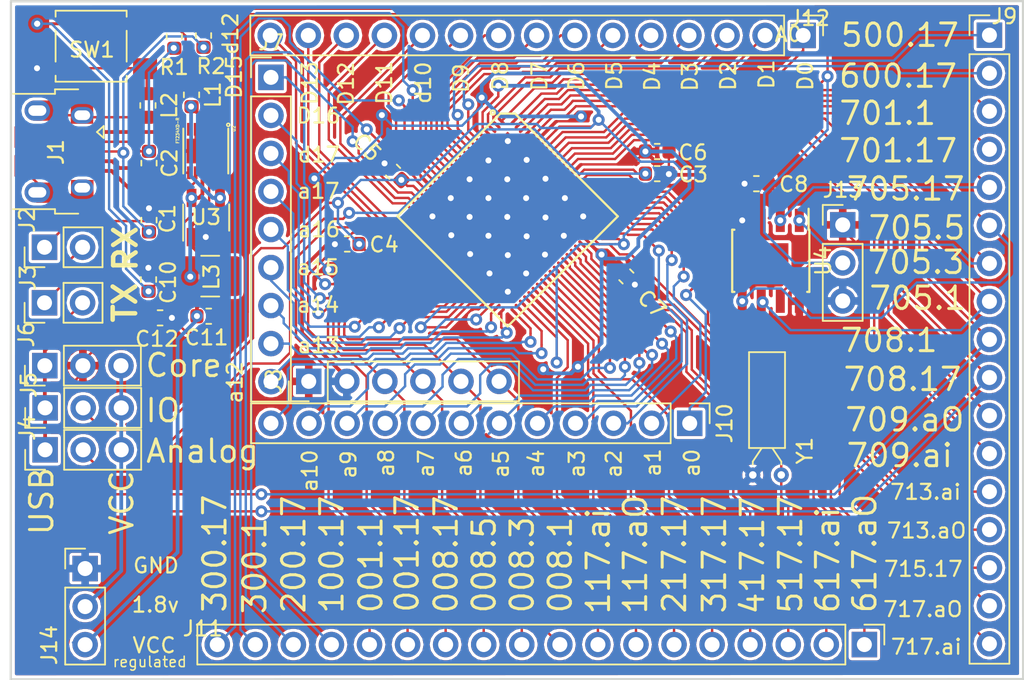
<source format=kicad_pcb>
(kicad_pcb (version 20171130) (host pcbnew 5.0.1-33cea8e~68~ubuntu14.04.1)
  (layers (0 F.Cu signal) (31 B.Cu signal) (34 B.Paste user) (35 F.Paste user) (36 B.SilkS user) (37 F.SilkS user) (38 B.Mask user) (39 F.Mask user) (44 Edge.Cuts user))
  (net 0 "")
  (net 1 usb3)
  (net 2 GND)
  (net 3 usb2)
  (net 4 vccA)
  (net 5 vccI)
  (net 6 vccC)
  (net 7 "Net-(J1-Pad6)")
  (net 8 txd)
  (net 9 rxd)
  (net 10 1.8v)
  (net 11 vin)
  (net 12 a17)
  (net 13 a16)
  (net 14 a15)
  (net 15 a14)
  (net 16 a13)
  (net 17 a12)
  (net 18 a11)
  (net 19 a10)
  (net 20 a9)
  (net 21 a8)
  (net 22 a7)
  (net 23 a6)
  (net 24 a5)
  (net 25 a4)
  (net 26 a3)
  (net 27 a2)
  (net 28 a1)
  (net 29 a0)
  (net 30 d0)
  (net 31 d1)
  (net 32 d2)
  (net 33 d3)
  (net 34 d4)
  (net 35 d5)
  (net 36 d6)
  (net 37 d7)
  (net 38 d8)
  (net 39 d9)
  (net 40 d10)
  (net 41 d11)
  (net 42 d12)
  (net 43 d13)
  (net 44 d14)
  (net 45 d15)
  (net 46 d16)
  (net 47 d17)
  (net 48 usb1)
  (net 49 "Net-(R1-Pad2)")
  (net 50 "Net-(R2-Pad2)")
  (net 51 517.17)
  (net 52 RESET)
  (net 53 "Net-(U2-Pad2)")
  (net 54 "Net-(U2-Pad6)")
  (net 55 "Net-(U2-Pad11)")
  (net 56 708.17)
  (net 57 708.1)
  (net 58 600.17)
  (net 59 500.17)
  (net 60 300.17)
  (net 61 300.1)
  (net 62 001.1)
  (net 63 001.17)
  (net 64 008.17)
  (net 65 008.5)
  (net 66 008.3)
  (net 67 008.1)
  (net 68 117.ai)
  (net 69 117.ao)
  (net 70 217.17)
  (net 71 317.17)
  (net 72 417.17)
  (net 73 617.a1)
  (net 74 617.ao)
  (net 75 717.ai)
  (net 76 717.ao)
  (net 77 709.ao)
  (net 78 709.ai)
  (net 79 705.1)
  (net 80 705.3)
  (net 81 705.5)
  (net 82 705.17)
  (net 83 701.17)
  (net 84 701.1)
  (net 85 100.17)
  (net 86 200.17)
  (net 87 713ai)
  (net 88 713.ao)
  (net 89 715.17)
  (net 90 vcc)
  (net 91 "Net-(U2-Pad3)")
  (net 92 "Net-(L3-Pad1)")
  (module ak-ga144:QFN88+1_GA144A12 (layer F.Cu) (at 125.14 87.28 315)
    (fp_text reference U1 hide)
    (fp_text value GA144A12 hide)
    (pad DAP smd rect (at 0 0 315) (size 8 8) (layers F.Cu F.Paste F.Mask) (net 2 GND))
    (pad 88 smd oval (at -4.2 -4.8 45) (size 0.6 0.2) (layers F.Cu F.Paste F.Mask) (net 52 RESET))
    (pad 87 smd oval (at -3.8 -4.8 45) (size 0.6 0.2) (layers F.Cu F.Paste F.Mask) (net 84 701.1))
    (pad 86 smd oval (at -3.400001 -4.8 45) (size 0.6 0.2) (layers F.Cu F.Paste F.Mask) (net 83 701.17))
    (pad 85 smd oval (at -3 -4.8 45) (size 0.6 0.2) (layers F.Cu F.Paste F.Mask) (net 82 705.17))
    (pad 84 smd oval (at -2.6 -4.8 45) (size 0.6 0.2) (layers F.Cu F.Paste F.Mask) (net 81 705.5))
    (pad 83 smd oval (at -2.199999 -4.8 45) (size 0.6 0.2) (layers F.Cu F.Paste F.Mask) (net 6 vccC))
    (pad 82 smd oval (at -1.8 -4.8 45) (size 0.6 0.2) (layers F.Cu F.Paste F.Mask) (net 5 vccI))
    (pad 81 smd oval (at -1.4 -4.8 45) (size 0.6 0.2) (layers F.Cu F.Paste F.Mask) (net 80 705.3))
    (pad 80 smd oval (at -1 -4.8 45) (size 0.6 0.2) (layers F.Cu F.Paste F.Mask) (net 79 705.1))
    (pad 79 smd oval (at -0.600001 -4.8 45) (size 0.6 0.2) (layers F.Cu F.Paste F.Mask) (net 57 708.1))
    (pad 78 smd oval (at -0.2 -4.8 45) (size 0.6 0.2) (layers F.Cu F.Paste F.Mask) (net 56 708.17))
    (pad 77 smd oval (at 0.2 -4.8 45) (size 0.6 0.2) (layers F.Cu F.Paste F.Mask) (net 77 709.ao))
    (pad 76 smd oval (at 0.600001 -4.8 45) (size 0.6 0.2) (layers F.Cu F.Paste F.Mask) (net 78 709.ai))
    (pad 75 smd oval (at 1 -4.8 45) (size 0.6 0.2) (layers F.Cu F.Paste F.Mask) (net 6 vccC))
    (pad 74 smd oval (at 1.4 -4.8 45) (size 0.6 0.2) (layers F.Cu F.Paste F.Mask) (net 4 vccA))
    (pad 73 smd oval (at 1.8 -4.8 45) (size 0.6 0.2) (layers F.Cu F.Paste F.Mask) (net 87 713ai))
    (pad 72 smd oval (at 2.199999 -4.8 45) (size 0.6 0.2) (layers F.Cu F.Paste F.Mask) (net 88 713.ao))
    (pad 71 smd oval (at 2.6 -4.8 45) (size 0.6 0.2) (layers F.Cu F.Paste F.Mask) (net 89 715.17))
    (pad 70 smd oval (at 3 -4.8 45) (size 0.6 0.2) (layers F.Cu F.Paste F.Mask) (net 76 717.ao))
    (pad 69 smd oval (at 3.400001 -4.8 45) (size 0.6 0.2) (layers F.Cu F.Paste F.Mask) (net 75 717.ai))
    (pad 68 smd oval (at 3.8 -4.8 45) (size 0.6 0.2) (layers F.Cu F.Paste F.Mask) (net 29 a0))
    (pad 67 smd oval (at 4.2 -4.8 45) (size 0.6 0.2) (layers F.Cu F.Paste F.Mask) (net 28 a1))
    (pad 66 smd oval (at 4.8 -4.2 315) (size 0.6 0.2) (layers F.Cu F.Paste F.Mask) (net 27 a2))
    (pad 65 smd oval (at 4.8 -3.8 315) (size 0.6 0.2) (layers F.Cu F.Paste F.Mask) (net 26 a3))
    (pad 64 smd oval (at 4.8 -3.400001 315) (size 0.6 0.2) (layers F.Cu F.Paste F.Mask) (net 5 vccI))
    (pad 63 smd oval (at 4.8 -3 315) (size 0.6 0.2) (layers F.Cu F.Paste F.Mask) (net 74 617.ao))
    (pad 62 smd oval (at 4.8 -2.6 315) (size 0.6 0.2) (layers F.Cu F.Paste F.Mask) (net 6 vccC))
    (pad 61 smd oval (at 4.8 -2.199999 315) (size 0.6 0.2) (layers F.Cu F.Paste F.Mask) (net 73 617.a1))
    (pad 60 smd oval (at 4.8 -1.8 315) (size 0.6 0.2) (layers F.Cu F.Paste F.Mask) (net 51 517.17))
    (pad 59 smd oval (at 4.8 -1.4 315) (size 0.6 0.2) (layers F.Cu F.Paste F.Mask) (net 72 417.17))
    (pad 58 smd oval (at 4.8 -1 315) (size 0.6 0.2) (layers F.Cu F.Paste F.Mask) (net 25 a4))
    (pad 57 smd oval (at 4.8 -0.600001 315) (size 0.6 0.2) (layers F.Cu F.Paste F.Mask) (net 24 a5))
    (pad 56 smd oval (at 4.8 -0.2 315) (size 0.6 0.2) (layers F.Cu F.Paste F.Mask) (net 23 a6))
    (pad 55 smd oval (at 4.8 0.2 315) (size 0.6 0.2) (layers F.Cu F.Paste F.Mask) (net 22 a7))
    (pad 54 smd oval (at 4.8 0.600001 315) (size 0.6 0.2) (layers F.Cu F.Paste F.Mask) (net 21 a8))
    (pad 53 smd oval (at 4.8 1 315) (size 0.6 0.2) (layers F.Cu F.Paste F.Mask) (net 20 a9))
    (pad 52 smd oval (at 4.8 1.4 315) (size 0.6 0.2) (layers F.Cu F.Paste F.Mask) (net 71 317.17))
    (pad 51 smd oval (at 4.8 1.8 315) (size 0.6 0.2) (layers F.Cu F.Paste F.Mask) (net 70 217.17))
    (pad 50 smd oval (at 4.8 2.199999 315) (size 0.6 0.2) (layers F.Cu F.Paste F.Mask) (net 69 117.ao))
    (pad 49 smd oval (at 4.8 2.6 315) (size 0.6 0.2) (layers F.Cu F.Paste F.Mask) (net 6 vccC))
    (pad 48 smd oval (at 4.8 3 315) (size 0.6 0.2) (layers F.Cu F.Paste F.Mask) (net 68 117.ai))
    (pad 47 smd oval (at 4.8 3.400001 315) (size 0.6 0.2) (layers F.Cu F.Paste F.Mask) (net 5 vccI))
    (pad 46 smd oval (at 4.8 3.8 315) (size 0.6 0.2) (layers F.Cu F.Paste F.Mask) (net 19 a10))
    (pad 45 smd oval (at 4.8 4.2 315) (size 0.6 0.2) (layers F.Cu F.Paste F.Mask) (net 18 a11))
    (pad 44 smd oval (at 4.2 4.8 45) (size 0.6 0.2) (layers F.Cu F.Paste F.Mask) (net 17 a12))
    (pad 43 smd oval (at 3.8 4.8 45) (size 0.6 0.2) (layers F.Cu F.Paste F.Mask) (net 16 a13))
    (pad 42 smd oval (at 3.400001 4.8 45) (size 0.6 0.2) (layers F.Cu F.Paste F.Mask) (net 15 a14))
    (pad 41 smd oval (at 3 4.8 45) (size 0.6 0.2) (layers F.Cu F.Paste F.Mask) (net 6 vccC))
    (pad 40 smd oval (at 2.6 4.8 45) (size 0.6 0.2) (layers F.Cu F.Paste F.Mask) (net 5 vccI))
    (pad 39 smd oval (at 2.199999 4.8 45) (size 0.6 0.2) (layers F.Cu F.Paste F.Mask) (net 14 a15))
    (pad 38 smd oval (at 1.8 4.8 45) (size 0.6 0.2) (layers F.Cu F.Paste F.Mask) (net 13 a16))
    (pad 37 smd oval (at 1.4 4.8 45) (size 0.6 0.2) (layers F.Cu F.Paste F.Mask) (net 12 a17))
    (pad 36 smd oval (at 1 4.8 45) (size 0.6 0.2) (layers F.Cu F.Paste F.Mask) (net 67 008.1))
    (pad 35 smd oval (at 0.600001 4.8 45) (size 0.6 0.2) (layers F.Cu F.Paste F.Mask) (net 66 008.3))
    (pad 34 smd oval (at 0.2 4.8 45) (size 0.6 0.2) (layers F.Cu F.Paste F.Mask) (net 65 008.5))
    (pad 33 smd oval (at -0.2 4.8 45) (size 0.6 0.2) (layers F.Cu F.Paste F.Mask) (net 64 008.17))
    (pad 32 smd oval (at -0.600001 4.8 45) (size 0.6 0.2) (layers F.Cu F.Paste F.Mask) (net 47 d17))
    (pad 31 smd oval (at -1 4.8 45) (size 0.6 0.2) (layers F.Cu F.Paste F.Mask) (net 46 d16))
    (pad 30 smd oval (at -1.4 4.8 45) (size 0.6 0.2) (layers F.Cu F.Paste F.Mask) (net 45 d15))
    (pad 29 smd oval (at -1.8 4.8 45) (size 0.6 0.2) (layers F.Cu F.Paste F.Mask) (net 6 vccC))
    (pad 28 smd oval (at -2.199999 4.8 45) (size 0.6 0.2) (layers F.Cu F.Paste F.Mask) (net 5 vccI))
    (pad 27 smd oval (at -2.6 4.8 45) (size 0.6 0.2) (layers F.Cu F.Paste F.Mask) (net 63 001.17))
    (pad 26 smd oval (at -3 4.8 45) (size 0.6 0.2) (layers F.Cu F.Paste F.Mask) (net 62 001.1))
    (pad 25 smd oval (at -3.400001 4.8 45) (size 0.6 0.2) (layers F.Cu F.Paste F.Mask) (net 44 d14))
    (pad 24 smd oval (at -3.8 4.8 45) (size 0.6 0.2) (layers F.Cu F.Paste F.Mask) (net 43 d13))
    (pad 23 smd oval (at -4.2 4.8 45) (size 0.6 0.2) (layers F.Cu F.Paste F.Mask) (net 42 d12))
    (pad 22 smd oval (at -4.8 4.2 315) (size 0.6 0.2) (layers F.Cu F.Paste F.Mask) (net 41 d11))
    (pad 21 smd oval (at -4.8 3.8 315) (size 0.6 0.2) (layers F.Cu F.Paste F.Mask) (net 40 d10))
    (pad 20 smd oval (at -4.8 3.400001 315) (size 0.6 0.2) (layers F.Cu F.Paste F.Mask) (net 85 100.17))
    (pad 19 smd oval (at -4.8 3 315) (size 0.6 0.2) (layers F.Cu F.Paste F.Mask) (net 5 vccI))
    (pad 18 smd oval (at -4.8 2.6 315) (size 0.6 0.2) (layers F.Cu F.Paste F.Mask) (net 86 200.17))
    (pad 17 smd oval (at -4.8 2.199999 315) (size 0.6 0.2) (layers F.Cu F.Paste F.Mask) (net 6 vccC))
    (pad 16 smd oval (at -4.8 1.8 315) (size 0.6 0.2) (layers F.Cu F.Paste F.Mask) (net 39 d9))
    (pad 15 smd oval (at -4.8 1.4 315) (size 0.6 0.2) (layers F.Cu F.Paste F.Mask) (net 61 300.1))
    (pad 14 smd oval (at -4.8 1 315) (size 0.6 0.2) (layers F.Cu F.Paste F.Mask) (net 60 300.17))
    (pad 13 smd oval (at -4.8 0.600001 315) (size 0.6 0.2) (layers F.Cu F.Paste F.Mask) (net 38 d8))
    (pad 12 smd oval (at -4.8 0.2 315) (size 0.6 0.2) (layers F.Cu F.Paste F.Mask) (net 37 d7))
    (pad 11 smd oval (at -4.8 -0.2 315) (size 0.6 0.2) (layers F.Cu F.Paste F.Mask) (net 36 d6))
    (pad 10 smd oval (at -4.8 -0.600001 315) (size 0.6 0.2) (layers F.Cu F.Paste F.Mask) (net 35 d5))
    (pad 9 smd oval (at -4.8 -1 315) (size 0.6 0.2) (layers F.Cu F.Paste F.Mask) (net 34 d4))
    (pad 8 smd oval (at -4.8 -1.4 315) (size 0.6 0.2) (layers F.Cu F.Paste F.Mask) (net 33 d3))
    (pad 7 smd oval (at -4.8 -1.8 315) (size 0.6 0.2) (layers F.Cu F.Paste F.Mask) (net 59 500.17))
    (pad 6 smd oval (at -4.8 -2.199999 315) (size 0.6 0.2) (layers F.Cu F.Paste F.Mask) (net 58 600.17))
    (pad 5 smd oval (at -4.8 -2.6 315) (size 0.6 0.2) (layers F.Cu F.Paste F.Mask) (net 6 vccC))
    (pad 4 smd oval (at -4.8 -3 315) (size 0.6 0.2) (layers F.Cu F.Paste F.Mask) (net 5 vccI))
    (pad 3 smd oval (at -4.8 -3.400001 315) (size 0.6 0.2) (layers F.Cu F.Paste F.Mask) (net 32 d2))
    (pad 2 smd oval (at -4.8 -3.8 315) (size 0.6 0.2) (layers F.Cu F.Paste F.Mask) (net 31 d1))
    (pad 1 smd oval (at -4.8 -4.2 315) (size 0.6 0.2) (layers F.Cu F.Paste F.Mask) (net 30 d0))
  )
  (module Capacitor_SMD:C_0603_1608Metric (layer F.Cu) (at 101.9525 94.06)
    (fp_text reference C12 (at -0.2128 1.4059) (layer F.SilkS))
    (fp_text value 10mF)
    (pad 2 smd roundrect (at 0.7875 0) (size 0.875 0.95) (layers F.Cu F.Paste F.Mask) (net 2 GND))
    (pad 1 smd roundrect (at -0.7875 0) (size 0.875 0.95) (layers F.Cu F.Paste F.Mask) (net 10 1.8v))
  )
  (module Capacitor_SMD:C_0603_1608Metric (layer F.Cu) (at 101.21 87.5325 90)
    (fp_text reference C1 (at 0.09 1.24 90) (layer F.SilkS))
    (fp_text value 47pF)
    (pad 1 smd roundrect (at -0.7875 0 90) (size 0.875 0.95) (layers F.Cu F.Paste F.Mask) (net 1 usb3))
    (pad 2 smd roundrect (at 0.7875 0 90) (size 0.875 0.95) (layers F.Cu F.Paste F.Mask) (net 2 GND))
  )
  (module Capacitor_SMD:C_0603_1608Metric (layer F.Cu) (at 101.21 83.7275 270)
    (fp_text reference C2 (at 0.0025 -1.38 270) (layer F.SilkS))
    (fp_text value 47pF)
    (pad 2 smd roundrect (at 0.7875 0 270) (size 0.875 0.95) (layers F.Cu F.Paste F.Mask) (net 2 GND))
    (pad 1 smd roundrect (at -0.7875 0 270) (size 0.875 0.95) (layers F.Cu F.Paste F.Mask) (net 3 usb2))
  )
  (module Capacitor_SMD:C_0603_1608Metric (layer F.Cu) (at 135.1225 84.43)
    (fp_text reference C3 (at 2.4075 0.06 180) (layer F.SilkS))
    (fp_text value 0.1mF)
    (pad 2 smd roundrect (at 0.7875 0) (size 0.875 0.95) (layers F.Cu F.Paste F.Mask) (net 2 GND))
    (pad 1 smd roundrect (at -0.7875 0) (size 0.875 0.95) (layers F.Cu F.Paste F.Mask) (net 4 vccA))
  )
  (module Capacitor_SMD:C_0603_1608Metric (layer F.Cu) (at 114.4398 89.1286 180)
    (fp_text reference C4 (at -2.4575 -0.04 180) (layer F.SilkS))
    (fp_text value 0.1mF)
    (pad 2 smd roundrect (at 0.7875 0 180) (size 0.875 0.95) (layers F.Cu F.Paste F.Mask) (net 2 GND))
    (pad 1 smd roundrect (at -0.7875 0 180) (size 0.875 0.95) (layers F.Cu F.Paste F.Mask) (net 5 vccI))
  )
  (module Capacitor_SMD:C_0603_1608Metric (layer F.Cu) (at 117.5 84.3 135)
    (fp_text reference C5 (at 2.397092 -0.077782 135) (layer F.SilkS))
    (fp_text value 0.1mF)
    (pad 1 smd roundrect (at -0.7875 0 135) (size 0.875 0.95) (layers F.Cu F.Paste F.Mask) (net 5 vccI))
    (pad 2 smd roundrect (at 0.7875 0 135) (size 0.875 0.95) (layers F.Cu F.Paste F.Mask) (net 2 GND))
  )
  (module Capacitor_SMD:C_0603_1608Metric (layer F.Cu) (at 135.1225 82.95)
    (fp_text reference C6 (at 2.3875 0.07) (layer F.SilkS))
    (fp_text value 0.1mF)
    (pad 2 smd roundrect (at 0.7875 0) (size 0.875 0.95) (layers F.Cu F.Paste F.Mask) (net 2 GND))
    (pad 1 smd roundrect (at -0.7875 0) (size 0.875 0.95) (layers F.Cu F.Paste F.Mask) (net 6 vccC))
  )
  (module Capacitor_SMD:C_0603_1608Metric (layer F.Cu) (at 133.063153 91.293153 315)
    (fp_text reference C7 (at 2.484557 0.098995 315) (layer F.SilkS))
    (fp_text value 0.1mF)
    (pad 1 smd roundrect (at -0.7875 0 315) (size 0.875 0.95) (layers F.Cu F.Paste F.Mask) (net 6 vccC))
    (pad 2 smd roundrect (at 0.7875 0 315) (size 0.875 0.95) (layers F.Cu F.Paste F.Mask) (net 2 GND))
  )
  (module Connector_USB:USB_Micro-B_Amphenol_10103594-0001LF_Horizontal (layer F.Cu) (at 94.875 82.975 270)
    (fp_text reference J1 (at 0.015 -0.135 270) (layer F.SilkS))
    (fp_text value USB_OTG)
    (pad 6 smd rect (at 2.725 0.185 270) (size 1.35 2) (layers F.Cu F.Paste F.Mask) (net 7 "Net-(J1-Pad6)"))
    (pad 6 smd rect (at -2.755 0.185 270) (size 1.35 2) (layers F.Cu F.Paste F.Mask) (net 7 "Net-(J1-Pad6)"))
    (pad 6 smd rect (at -2.975 -0.565 270) (size 1.825 0.7) (layers F.Cu F.Paste F.Mask) (net 7 "Net-(J1-Pad6)"))
    (pad 6 smd rect (at 2.975 -0.565 270) (size 1.825 0.7) (layers F.Cu F.Paste F.Mask) (net 7 "Net-(J1-Pad6)"))
    (pad 6 smd rect (at -2.875 -1.865 270) (size 2 1.5) (layers F.Cu F.Paste F.Mask) (net 7 "Net-(J1-Pad6)"))
    (pad 6 smd rect (at 2.875 -1.885 270) (size 2 1.5) (layers F.Cu F.Paste F.Mask) (net 7 "Net-(J1-Pad6)"))
    (pad 1 smd rect (at -1.325 -1.765) (size 1.65 0.4) (layers F.Cu F.Paste F.Mask) (net 48 usb1))
    (pad 2 smd rect (at -0.675 -1.765) (size 1.65 0.4) (layers F.Cu F.Paste F.Mask) (net 3 usb2))
    (pad 3 smd rect (at -0.025 -1.765) (size 1.65 0.4) (layers F.Cu F.Paste F.Mask) (net 1 usb3))
    (pad 4 smd rect (at 0.625 -1.765) (size 1.65 0.4) (layers F.Cu F.Paste F.Mask) (net 2 GND))
    (pad 5 smd rect (at 1.275 -1.765) (size 1.65 0.4) (layers F.Cu F.Paste F.Mask) (net 2 GND))
    (pad 6 thru_hole oval (at -2.445 -1.885) (size 1.5 1.1) (drill oval 1.05 0.65) (layers *.Cu *.Mask) (net 7 "Net-(J1-Pad6)"))
    (pad 6 thru_hole oval (at 2.395 -1.885) (size 1.5 1.1) (drill oval 1.05 0.65) (layers *.Cu *.Mask) (net 7 "Net-(J1-Pad6)"))
    (pad 6 thru_hole oval (at -2.755 1.115) (size 1.7 1.35) (drill oval 1.2 0.7) (layers *.Cu *.Mask) (net 7 "Net-(J1-Pad6)"))
    (pad 6 thru_hole oval (at 2.705 1.115) (size 1.7 1.35) (drill oval 1.2 0.7) (layers *.Cu *.Mask) (net 7 "Net-(J1-Pad6)"))
    (pad 6 smd rect (at -0.985 1.385) (size 2.5 1.43) (layers F.Cu F.Paste F.Mask) (net 7 "Net-(J1-Pad6)"))
    (pad 6 smd rect (at 0.935 1.385) (size 2.5 1.43) (layers F.Cu F.Paste F.Mask) (net 7 "Net-(J1-Pad6)"))
  )
  (module Inductor_SMD:L_0603_1608Metric (layer F.Cu) (at 104.05 79.1675 270)
    (fp_text reference L1 (at 0 -1.43 270) (layer F.SilkS))
    (fp_text value " MMZ1608B601CTAH0 ")
    (pad 1 smd roundrect (at -0.7875 0 270) (size 0.875 0.95) (layers F.Cu F.Paste F.Mask) (net 48 usb1))
    (pad 2 smd roundrect (at 0.7875 0 270) (size 0.875 0.95) (layers F.Cu F.Paste F.Mask) (net 90 vcc))
  )
  (module Inductor_SMD:L_0603_1608Metric (layer F.Cu) (at 101.14 79.8775 270)
    (fp_text reference L2 (at 0 -1.43 270) (layer F.SilkS))
    (fp_text value " MMZ1608B601CTAH0 ")
    (pad 2 smd roundrect (at 0.7875 0 270) (size 0.875 0.95) (layers F.Cu F.Paste F.Mask) (net 7 "Net-(J1-Pad6)"))
    (pad 1 smd roundrect (at -0.7875 0 270) (size 0.875 0.95) (layers F.Cu F.Paste F.Mask) (net 2 GND))
  )
  (module Resistor_SMD:R_0603_1608Metric (layer F.Cu) (at 102.9 75.27 90)
    (fp_text reference R1 (at -2.05 -0.01 180) (layer F.SilkS))
    (fp_text value 27)
    (pad 1 smd roundrect (at -0.7875 0 90) (size 0.875 0.95) (layers F.Cu F.Paste F.Mask) (net 3 usb2))
    (pad 2 smd roundrect (at 0.7875 0 90) (size 0.875 0.95) (layers F.Cu F.Paste F.Mask) (net 49 "Net-(R1-Pad2)"))
  )
  (module Resistor_SMD:R_0603_1608Metric (layer F.Cu) (at 104.85 75.2075 90)
    (fp_text reference R2 (at -2.0525 0.5 180) (layer F.SilkS))
    (fp_text value 27)
    (pad 2 smd roundrect (at 0.7875 0 90) (size 0.875 0.95) (layers F.Cu F.Paste F.Mask) (net 50 "Net-(R2-Pad2)"))
    (pad 1 smd roundrect (at -0.7875 0 90) (size 0.875 0.95) (layers F.Cu F.Paste F.Mask) (net 1 usb3))
  )
  (module FT234XD-R:SON45P300X300X80-13N (layer F.Cu) (at 105 82.92 270)
    (fp_text reference U2 (at -1.49312 -1.87841 270) (layer F.SilkS) (effects (font (size 0.20015 0.20015) (thickness 0.05))))
    (fp_text value FT234XD-R (at -1.36673 1.87537 270) (layer F.SilkS) (effects (font (size 0.200254 0.200254) (thickness 0.05))))
    (pad 1 smd rect (at -1.45 -1.125 270) (size 0.85 0.25) (layers F.Cu F.Paste F.Mask) (net 49 "Net-(R1-Pad2)"))
    (pad 2 smd rect (at -1.45 -0.675 270) (size 0.85 0.25) (layers F.Cu F.Paste F.Mask) (net 53 "Net-(U2-Pad2)"))
    (pad 3 smd rect (at -1.45 -0.225 270) (size 0.85 0.25) (layers F.Cu F.Paste F.Mask) (net 91 "Net-(U2-Pad3)"))
    (pad 4 smd rect (at -1.45 0.225 270) (size 0.85 0.25) (layers F.Cu F.Paste F.Mask) (net 90 vcc))
    (pad 5 smd rect (at -1.45 0.675 270) (size 0.85 0.25) (layers F.Cu F.Paste F.Mask) (net 2 GND))
    (pad 6 smd rect (at -1.45 1.125 270) (size 0.85 0.25) (layers F.Cu F.Paste F.Mask) (net 54 "Net-(U2-Pad6)"))
    (pad 7 smd rect (at 1.45 1.125 90) (size 0.85 0.25) (layers F.Cu F.Paste F.Mask) (net 8 txd))
    (pad 8 smd rect (at 1.45 0.675 90) (size 0.85 0.25) (layers F.Cu F.Paste F.Mask) (net 52 RESET))
    (pad 9 smd rect (at 1.45 0.225 90) (size 0.85 0.25) (layers F.Cu F.Paste F.Mask) (net 10 1.8v))
    (pad 10 smd rect (at 1.45 -0.225 90) (size 0.85 0.25) (layers F.Cu F.Paste F.Mask) (net 9 rxd))
    (pad 11 smd rect (at 1.45 -0.675 90) (size 0.85 0.25) (layers F.Cu F.Paste F.Mask) (net 55 "Net-(U2-Pad11)"))
    (pad 12 smd rect (at 1.45 -1.125 90) (size 0.85 0.25) (layers F.Cu F.Paste F.Mask) (net 50 "Net-(R2-Pad2)"))
    (pad 13 smd rect (at 0 0 90) (size 1.65 2.55) (layers F.Cu F.Paste F.Mask) (net 2 GND))
  )
  (module Capacitor_SMD:C_0603_1608Metric (layer F.Cu) (at 101.18 91.5 270)
    (fp_text reference C10 (at 0.1813 -1.309 270) (layer F.SilkS))
    (fp_text value 47pF)
    (pad 1 smd roundrect (at -0.7875 0 270) (size 0.875 0.95) (layers F.Cu F.Paste F.Mask) (net 2 GND))
    (pad 2 smd roundrect (at 0.7875 0 270) (size 0.875 0.95) (layers F.Cu F.Paste F.Mask) (net 52 RESET))
  )
  (module Connector_PinHeader_2.54mm:PinHeader_1x17_P2.54mm_Vertical (layer F.Cu) (at 157.2895 75.184)
    (fp_text reference J9 (at 1.0005 -1.254) (layer F.SilkS))
    (fp_text value Conn_01x17_Male)
    (pad 1 thru_hole rect (at 0 0) (size 1.7 1.7) (drill 1) (layers *.Cu *.Mask) (net 59 500.17))
    (pad 2 thru_hole oval (at 0 2.54) (size 1.7 1.7) (drill 1) (layers *.Cu *.Mask) (net 58 600.17))
    (pad 3 thru_hole oval (at 0 5.08) (size 1.7 1.7) (drill 1) (layers *.Cu *.Mask) (net 84 701.1))
    (pad 4 thru_hole oval (at 0 7.62) (size 1.7 1.7) (drill 1) (layers *.Cu *.Mask) (net 83 701.17))
    (pad 5 thru_hole oval (at 0 10.16) (size 1.7 1.7) (drill 1) (layers *.Cu *.Mask) (net 82 705.17))
    (pad 6 thru_hole oval (at 0 12.7) (size 1.7 1.7) (drill 1) (layers *.Cu *.Mask) (net 81 705.5))
    (pad 7 thru_hole oval (at 0 15.24) (size 1.7 1.7) (drill 1) (layers *.Cu *.Mask) (net 80 705.3))
    (pad 8 thru_hole oval (at 0 17.78) (size 1.7 1.7) (drill 1) (layers *.Cu *.Mask) (net 79 705.1))
    (pad 9 thru_hole oval (at 0 20.32) (size 1.7 1.7) (drill 1) (layers *.Cu *.Mask) (net 57 708.1))
    (pad 10 thru_hole oval (at 0 22.86) (size 1.7 1.7) (drill 1) (layers *.Cu *.Mask) (net 56 708.17))
    (pad 11 thru_hole oval (at 0 25.4) (size 1.7 1.7) (drill 1) (layers *.Cu *.Mask) (net 77 709.ao))
    (pad 12 thru_hole oval (at 0 27.94) (size 1.7 1.7) (drill 1) (layers *.Cu *.Mask) (net 78 709.ai))
    (pad 13 thru_hole oval (at 0 30.48) (size 1.7 1.7) (drill 1) (layers *.Cu *.Mask) (net 87 713ai))
    (pad 14 thru_hole oval (at 0 33.02) (size 1.7 1.7) (drill 1) (layers *.Cu *.Mask) (net 88 713.ao))
    (pad 15 thru_hole oval (at 0 35.56) (size 1.7 1.7) (drill 1) (layers *.Cu *.Mask) (net 89 715.17))
    (pad 16 thru_hole oval (at 0 38.1) (size 1.7 1.7) (drill 1) (layers *.Cu *.Mask) (net 76 717.ao))
    (pad 17 thru_hole oval (at 0 40.64) (size 1.7 1.7) (drill 1) (layers *.Cu *.Mask) (net 75 717.ai))
  )
  (module Button_Switch_SMD:SW_SPST_TL3305C (layer F.Cu) (at 97.35 75.92)
    (fp_text reference SW1 (at 0.05 0.24) (layer F.SilkS))
    (fp_text value SW_Push)
    (pad 1 smd rect (at 3.6 -1.5) (size 1.6 1.4) (layers F.Cu F.Paste F.Mask) (net 52 RESET))
    (pad 1 smd rect (at -3.6 -1.5) (size 1.6 1.4) (layers F.Cu F.Paste F.Mask) (net 52 RESET))
    (pad 2 smd rect (at 3.6 1.5) (size 1.6 1.4) (layers F.Cu F.Paste F.Mask) (net 2 GND))
    (pad 2 smd rect (at -3.6 1.5) (size 1.6 1.4) (layers F.Cu F.Paste F.Mask) (net 2 GND))
  )
  (module Crystal:Crystal_DS26_D2.0mm_L6.0mm_Horizontal (layer F.Cu) (at 143.4 104.55 180)
    (fp_text reference Y1 (at -1.57 1.625 -90) (layer F.SilkS))
    (fp_text value Crystal)
    (pad 1 thru_hole circle (at 0 0 180) (size 1 1) (drill 0.5) (layers *.Cu *.Mask) (net 51 517.17))
    (pad 2 thru_hole circle (at 1.9 0 180) (size 1 1) (drill 0.5) (layers *.Cu *.Mask) (net 2 GND))
  )
  (module Connector_PinHeader_2.54mm:PinHeader_1x02_P2.54mm_Vertical (layer F.Cu) (at 94.24 89.3456 90)
    (fp_text reference J2 (at 1.8256 -1.16 90) (layer F.SilkS))
    (fp_text value RX)
    (pad 2 thru_hole oval (at 0 2.54 90) (size 1.7 1.7) (drill 1) (layers *.Cu *.Mask) (net 56 708.17))
    (pad 1 thru_hole rect (at 0 0 90) (size 1.7 1.7) (drill 1) (layers *.Cu *.Mask) (net 8 txd))
  )
  (module Connector_PinHeader_2.54mm:PinHeader_1x02_P2.54mm_Vertical (layer F.Cu) (at 94.24 93.054 90)
    (fp_text reference J3 (at 1.684 -1.11 90) (layer F.SilkS))
    (fp_text value TX)
    (pad 1 thru_hole rect (at 0 0 90) (size 1.7 1.7) (drill 1) (layers *.Cu *.Mask) (net 9 rxd))
    (pad 2 thru_hole oval (at 0 2.54 90) (size 1.7 1.7) (drill 1) (layers *.Cu *.Mask) (net 57 708.1))
  )
  (module Connector_PinHeader_2.54mm:PinHeader_1x03_P2.54mm_Vertical (layer F.Cu) (at 94.28 102.87 90)
    (fp_text reference J4 (at 1.46 -1.19 90) (layer F.SilkS))
    (fp_text value analog)
    (pad 1 thru_hole rect (at 0 0 90) (size 1.7 1.7) (drill 1) (layers *.Cu *.Mask) (net 10 1.8v))
    (pad 2 thru_hole oval (at 0 2.54 90) (size 1.7 1.7) (drill 1) (layers *.Cu *.Mask) (net 4 vccA))
    (pad 3 thru_hole oval (at 0 5.08 90) (size 1.7 1.7) (drill 1) (layers *.Cu *.Mask) (net 11 vin))
  )
  (module Connector_PinHeader_2.54mm:PinHeader_1x03_P2.54mm_Vertical (layer F.Cu) (at 94.28 100.07 90)
    (fp_text reference J5 (at 1.53 -1.09 90) (layer F.SilkS))
    (fp_text value IO)
    (pad 3 thru_hole oval (at 0 5.08 90) (size 1.7 1.7) (drill 1) (layers *.Cu *.Mask) (net 11 vin))
    (pad 2 thru_hole oval (at 0 2.54 90) (size 1.7 1.7) (drill 1) (layers *.Cu *.Mask) (net 5 vccI))
    (pad 1 thru_hole rect (at 0 0 90) (size 1.7 1.7) (drill 1) (layers *.Cu *.Mask) (net 10 1.8v))
  )
  (module Connector_PinHeader_2.54mm:PinHeader_1x03_P2.54mm_Vertical (layer F.Cu) (at 94.2608 97.2504 90)
    (fp_text reference J6 (at 2.0804 -1.2308 90) (layer F.SilkS))
    (fp_text value core)
    (pad 1 thru_hole rect (at 0 0 90) (size 1.7 1.7) (drill 1) (layers *.Cu *.Mask) (net 10 1.8v))
    (pad 2 thru_hole oval (at 0 2.54 90) (size 1.7 1.7) (drill 1) (layers *.Cu *.Mask) (net 6 vccC))
    (pad 3 thru_hole oval (at 0 5.08 90) (size 1.7 1.7) (drill 1) (layers *.Cu *.Mask) (net 11 vin))
  )
  (module Connector_PinHeader_2.54mm:PinHeader_1x18_P2.54mm_Vertical (layer F.Cu) (at 148.9456 115.8748 270)
    (fp_text reference J11 (at -1.0668 44.1452) (layer F.SilkS))
    (fp_text value Conn_01x18_Male)
    (pad 1 thru_hole rect (at 0 0 270) (size 1.7 1.7) (drill 1) (layers *.Cu *.Mask) (net 74 617.ao))
    (pad 2 thru_hole oval (at 0 2.54 270) (size 1.7 1.7) (drill 1) (layers *.Cu *.Mask) (net 73 617.a1))
    (pad 3 thru_hole oval (at 0 5.08 270) (size 1.7 1.7) (drill 1) (layers *.Cu *.Mask) (net 51 517.17))
    (pad 4 thru_hole oval (at 0 7.62 270) (size 1.7 1.7) (drill 1) (layers *.Cu *.Mask) (net 72 417.17))
    (pad 5 thru_hole oval (at 0 10.16 270) (size 1.7 1.7) (drill 1) (layers *.Cu *.Mask) (net 71 317.17))
    (pad 6 thru_hole oval (at 0 12.7 270) (size 1.7 1.7) (drill 1) (layers *.Cu *.Mask) (net 70 217.17))
    (pad 7 thru_hole oval (at 0 15.24 270) (size 1.7 1.7) (drill 1) (layers *.Cu *.Mask) (net 69 117.ao))
    (pad 8 thru_hole oval (at 0 17.78 270) (size 1.7 1.7) (drill 1) (layers *.Cu *.Mask) (net 68 117.ai))
    (pad 9 thru_hole oval (at 0 20.32 270) (size 1.7 1.7) (drill 1) (layers *.Cu *.Mask) (net 67 008.1))
    (pad 10 thru_hole oval (at 0 22.86 270) (size 1.7 1.7) (drill 1) (layers *.Cu *.Mask) (net 66 008.3))
    (pad 11 thru_hole oval (at 0 25.4 270) (size 1.7 1.7) (drill 1) (layers *.Cu *.Mask) (net 65 008.5))
    (pad 12 thru_hole oval (at 0 27.94 270) (size 1.7 1.7) (drill 1) (layers *.Cu *.Mask) (net 64 008.17))
    (pad 13 thru_hole oval (at 0 30.48 270) (size 1.7 1.7) (drill 1) (layers *.Cu *.Mask) (net 63 001.17))
    (pad 14 thru_hole oval (at 0 33.02 270) (size 1.7 1.7) (drill 1) (layers *.Cu *.Mask) (net 62 001.1))
    (pad 15 thru_hole oval (at 0 35.56 270) (size 1.7 1.7) (drill 1) (layers *.Cu *.Mask) (net 85 100.17))
    (pad 16 thru_hole oval (at 0 38.1 270) (size 1.7 1.7) (drill 1) (layers *.Cu *.Mask) (net 86 200.17))
    (pad 17 thru_hole oval (at 0 40.64 270) (size 1.7 1.7) (drill 1) (layers *.Cu *.Mask) (net 61 300.1))
    (pad 18 thru_hole oval (at 0 43.18 270) (size 1.7 1.7) (drill 1) (layers *.Cu *.Mask) (net 60 300.17))
  )
  (module Capacitor_SMD:C_0603_1608Metric (layer F.Cu) (at 105.1975 93.95 180)
    (fp_text reference C11 (at 0.1431 -1.427 180) (layer F.SilkS))
    (fp_text value 4.7mF)
    (pad 1 smd roundrect (at -0.7875 0 180) (size 0.875 0.95) (layers F.Cu F.Paste F.Mask) (net 2 GND))
    (pad 2 smd roundrect (at 0.7875 0 180) (size 0.875 0.95) (layers F.Cu F.Paste F.Mask) (net 90 vcc))
  )
  (module Package_TO_SOT_SMD:TSOT-23-5 (layer F.Cu) (at 105 87.36 90)
    (fp_text reference U3 (at 0.0221 0.0163 180) (layer F.SilkS))
    (fp_text value LTC3406ES5-1.8)
    (pad 1 smd rect (at -1.31 -0.95 90) (size 1.22 0.65) (layers F.Cu F.Paste F.Mask) (net 90 vcc))
    (pad 2 smd rect (at -1.31 0 90) (size 1.22 0.65) (layers F.Cu F.Paste F.Mask) (net 2 GND))
    (pad 3 smd rect (at -1.31 0.95 90) (size 1.22 0.65) (layers F.Cu F.Paste F.Mask) (net 92 "Net-(L3-Pad1)"))
    (pad 4 smd rect (at 1.31 0.95 90) (size 1.22 0.65) (layers F.Cu F.Paste F.Mask) (net 90 vcc))
    (pad 5 smd rect (at 1.31 -0.95 90) (size 1.22 0.65) (layers F.Cu F.Paste F.Mask) (net 10 1.8v))
  )
  (module Inductor_SMD:L_1210_3225Metric (layer F.Cu) (at 105.2957 91.2749 180)
    (fp_text reference L3 (at -0.0889 -0.0508 270) (layer F.SilkS))
    (fp_text value 2.2uH)
    (pad 1 smd roundrect (at -1.4 0 180) (size 1.25 2.65) (layers F.Cu F.Paste F.Mask) (roundrect_rratio 0.2) (net 92 "Net-(L3-Pad1)"))
    (pad 2 smd roundrect (at 1.4 0 180) (size 1.25 2.65) (layers F.Cu F.Paste F.Mask) (roundrect_rratio 0.2) (net 10 1.8v))
  )
  (module Connector_PinHeader_2.54mm:PinHeader_1x09_P2.54mm_Vertical (layer F.Cu) (at 109.35 78)
    (fp_text reference J7 (at 0 -2.33) (layer F.SilkS))
    (fp_text value Conn_01x09_Male)
    (pad 1 thru_hole rect (at 0 0) (size 1.7 1.7) (drill 1) (layers *.Cu *.Mask) (net 45 d15))
    (pad 2 thru_hole oval (at 0 2.54) (size 1.7 1.7) (drill 1) (layers *.Cu *.Mask) (net 46 d16))
    (pad 3 thru_hole oval (at 0 5.08) (size 1.7 1.7) (drill 1) (layers *.Cu *.Mask) (net 47 d17))
    (pad 4 thru_hole oval (at 0 7.62) (size 1.7 1.7) (drill 1) (layers *.Cu *.Mask) (net 12 a17))
    (pad 5 thru_hole oval (at 0 10.16) (size 1.7 1.7) (drill 1) (layers *.Cu *.Mask) (net 13 a16))
    (pad 6 thru_hole oval (at 0 12.7) (size 1.7 1.7) (drill 1) (layers *.Cu *.Mask) (net 14 a15))
    (pad 7 thru_hole oval (at 0 15.24) (size 1.7 1.7) (drill 1) (layers *.Cu *.Mask) (net 15 a14))
    (pad 8 thru_hole oval (at 0 17.78) (size 1.7 1.7) (drill 1) (layers *.Cu *.Mask) (net 16 a13))
    (pad 9 thru_hole oval (at 0 20.32) (size 1.7 1.7) (drill 1) (layers *.Cu *.Mask) (net 17 a12))
  )
  (module Connector_PinHeader_2.54mm:PinHeader_1x15_P2.54mm_Vertical (layer F.Cu) (at 144.86 75.2 270)
    (fp_text reference J12 (at -1.15 -0.45) (layer F.SilkS))
    (fp_text value Conn_01x15_Male)
    (pad 1 thru_hole rect (at 0 0 270) (size 1.7 1.7) (drill 1) (layers *.Cu *.Mask) (net 30 d0))
    (pad 2 thru_hole oval (at 0 2.54 270) (size 1.7 1.7) (drill 1) (layers *.Cu *.Mask) (net 31 d1))
    (pad 3 thru_hole oval (at 0 5.08 270) (size 1.7 1.7) (drill 1) (layers *.Cu *.Mask) (net 32 d2))
    (pad 4 thru_hole oval (at 0 7.62 270) (size 1.7 1.7) (drill 1) (layers *.Cu *.Mask) (net 33 d3))
    (pad 5 thru_hole oval (at 0 10.16 270) (size 1.7 1.7) (drill 1) (layers *.Cu *.Mask) (net 34 d4))
    (pad 6 thru_hole oval (at 0 12.7 270) (size 1.7 1.7) (drill 1) (layers *.Cu *.Mask) (net 35 d5))
    (pad 7 thru_hole oval (at 0 15.24 270) (size 1.7 1.7) (drill 1) (layers *.Cu *.Mask) (net 36 d6))
    (pad 8 thru_hole oval (at 0 17.78 270) (size 1.7 1.7) (drill 1) (layers *.Cu *.Mask) (net 37 d7))
    (pad 9 thru_hole oval (at 0 20.32 270) (size 1.7 1.7) (drill 1) (layers *.Cu *.Mask) (net 38 d8))
    (pad 10 thru_hole oval (at 0 22.86 270) (size 1.7 1.7) (drill 1) (layers *.Cu *.Mask) (net 39 d9))
    (pad 11 thru_hole oval (at 0 25.4 270) (size 1.7 1.7) (drill 1) (layers *.Cu *.Mask) (net 40 d10))
    (pad 12 thru_hole oval (at 0 27.94 270) (size 1.7 1.7) (drill 1) (layers *.Cu *.Mask) (net 41 d11))
    (pad 13 thru_hole oval (at 0 30.48 270) (size 1.7 1.7) (drill 1) (layers *.Cu *.Mask) (net 42 d12))
    (pad 14 thru_hole oval (at 0 33.02 270) (size 1.7 1.7) (drill 1) (layers *.Cu *.Mask) (net 43 d13))
    (pad 15 thru_hole oval (at 0 35.56 270) (size 1.7 1.7) (drill 1) (layers *.Cu *.Mask) (net 44 d14))
  )
  (module Connector_PinHeader_2.54mm:PinHeader_1x12_P2.54mm_Vertical (layer F.Cu) (at 137.29 101.1 270)
    (fp_text reference J10 (at 0 -2.33 270) (layer F.SilkS))
    (fp_text value Conn_01x12_Male)
    (pad 1 thru_hole rect (at 0 0 270) (size 1.7 1.7) (drill 1) (layers *.Cu *.Mask) (net 29 a0))
    (pad 2 thru_hole oval (at 0 2.54 270) (size 1.7 1.7) (drill 1) (layers *.Cu *.Mask) (net 28 a1))
    (pad 3 thru_hole oval (at 0 5.08 270) (size 1.7 1.7) (drill 1) (layers *.Cu *.Mask) (net 27 a2))
    (pad 4 thru_hole oval (at 0 7.62 270) (size 1.7 1.7) (drill 1) (layers *.Cu *.Mask) (net 26 a3))
    (pad 5 thru_hole oval (at 0 10.16 270) (size 1.7 1.7) (drill 1) (layers *.Cu *.Mask) (net 25 a4))
    (pad 6 thru_hole oval (at 0 12.7 270) (size 1.7 1.7) (drill 1) (layers *.Cu *.Mask) (net 24 a5))
    (pad 7 thru_hole oval (at 0 15.24 270) (size 1.7 1.7) (drill 1) (layers *.Cu *.Mask) (net 23 a6))
    (pad 8 thru_hole oval (at 0 17.78 270) (size 1.7 1.7) (drill 1) (layers *.Cu *.Mask) (net 22 a7))
    (pad 9 thru_hole oval (at 0 20.32 270) (size 1.7 1.7) (drill 1) (layers *.Cu *.Mask) (net 21 a8))
    (pad 10 thru_hole oval (at 0 22.86 270) (size 1.7 1.7) (drill 1) (layers *.Cu *.Mask) (net 20 a9))
    (pad 11 thru_hole oval (at 0 25.4 270) (size 1.7 1.7) (drill 1) (layers *.Cu *.Mask) (net 19 a10))
    (pad 12 thru_hole oval (at 0 27.94 270) (size 1.7 1.7) (drill 1) (layers *.Cu *.Mask) (net 18 a11))
  )
  (module Connector_PinHeader_2.54mm:PinHeader_1x06_P2.54mm_Vertical (layer F.Cu) (at 111.87 98.3 90)
    (fp_text reference J8 (at 0 -2.33 90) (layer F.SilkS))
    (fp_text value Conn_01x06_Male)
    (pad 1 thru_hole rect (at 0 0 90) (size 1.7 1.7) (drill 1) (layers *.Cu *.Mask) (net 6 vccC))
    (pad 2 thru_hole oval (at 0 2.54 90) (size 1.7 1.7) (drill 1) (layers *.Cu *.Mask) (net 2 GND))
    (pad 3 thru_hole oval (at 0 5.08 90) (size 1.7 1.7) (drill 1) (layers *.Cu *.Mask) (net 64 008.17))
    (pad 4 thru_hole oval (at 0 7.62 90) (size 1.7 1.7) (drill 1) (layers *.Cu *.Mask) (net 65 008.5))
    (pad 5 thru_hole oval (at 0 10.16 90) (size 1.7 1.7) (drill 1) (layers *.Cu *.Mask) (net 66 008.3))
    (pad 6 thru_hole oval (at 0 12.7 90) (size 1.7 1.7) (drill 1) (layers *.Cu *.Mask) (net 67 008.1))
  )
  (module Capacitor_SMD:C_0603_1608Metric (layer F.Cu) (at 141.7375 85.1)
    (fp_text reference C8 (at 2.4925 0.04) (layer F.SilkS))
    (fp_text value 4.7mf)
    (pad 1 smd roundrect (at -0.7875 0) (size 0.875 0.95) (layers F.Cu F.Paste F.Mask) (net 2 GND))
    (pad 2 smd roundrect (at 0.7875 0) (size 0.875 0.95) (layers F.Cu F.Paste F.Mask) (net 6 vccC))
  )
  (module Connector_PinHeader_2.54mm:PinHeader_1x03_P2.54mm_Vertical (layer F.Cu) (at 147.5 87.85)
    (fp_text reference J13 (at 0 -2.33) (layer F.SilkS))
    (fp_text value Conn_01x03_Male)
    (pad 1 thru_hole rect (at 0 0) (size 1.7 1.7) (drill 1) (layers *.Cu *.Mask) (net 6 vccC))
    (pad 2 thru_hole oval (at 0 2.54) (size 1.7 1.7) (drill 1) (layers *.Cu *.Mask) (net 52 RESET))
    (pad 3 thru_hole oval (at 0 5.08) (size 1.7 1.7) (drill 1) (layers *.Cu *.Mask) (net 2 GND))
  )
  (module Package_SO:SOIC-8-1EP_3.9x4.9mm_P1.27mm_EP2.35x2.35mm (layer F.Cu) (at 142.7 90.25 270)
    (fp_text reference U4 (at 0 -3.5 270) (layer F.SilkS))
    (fp_text value SST25WF080B)
    (pad 1 smd rect (at -2.7 -1.905 270) (size 1.55 0.6) (layers F.Cu F.Paste F.Mask) (net 80 705.3))
    (pad 2 smd rect (at -2.7 -0.635 270) (size 1.55 0.6) (layers F.Cu F.Paste F.Mask) (net 82 705.17))
    (pad 3 smd rect (at -2.7 0.635 270) (size 1.55 0.6) (layers F.Cu F.Paste F.Mask) (net 6 vccC))
    (pad 4 smd rect (at -2.7 1.905 270) (size 1.55 0.6) (layers F.Cu F.Paste F.Mask) (net 2 GND))
    (pad 5 smd rect (at 2.7 1.905 270) (size 1.55 0.6) (layers F.Cu F.Paste F.Mask) (net 81 705.5))
    (pad 6 smd rect (at 2.7 0.635 270) (size 1.55 0.6) (layers F.Cu F.Paste F.Mask) (net 79 705.1))
    (pad 7 smd rect (at 2.7 -0.635 270) (size 1.55 0.6) (layers F.Cu F.Paste F.Mask) (net 52 RESET))
    (pad 8 smd rect (at 2.7 -1.905 270) (size 1.55 0.6) (layers F.Cu F.Paste F.Mask) (net 6 vccC))
    (pad 9 smd rect (at 0 0 270) (size 2.35 2.35) (layers F.Cu F.Mask))
  )
  (module Connector_PinHeader_2.54mm:PinHeader_1x03_P2.54mm_Vertical (layer F.Cu) (at 96.95 110.8)
    (fp_text reference J14 (at -2.39 5.11 90) (layer F.SilkS))
    (fp_text value "power select")
    (pad 1 thru_hole rect (at 0 0) (size 1.7 1.7) (drill 1) (layers *.Cu *.Mask) (net 2 GND))
    (pad 2 thru_hole oval (at 0 2.54) (size 1.7 1.7) (drill 1) (layers *.Cu *.Mask) (net 11 vin))
    (pad 3 thru_hole oval (at 0 5.08) (size 1.7 1.7) (drill 1) (layers *.Cu *.Mask) (net 90 vcc))
  )
  (gr_text regulated (at 101.26 117.03) (layer F.SilkS) (effects (font (size 0.7 0.7) (thickness 0.1))))
  (gr_text Analog (at 104.78 102.96) (layer F.SilkS) (effects (font (size 1.5 1.5) (thickness 0.2))))
  (gr_text IO (at 102.14 100.25) (layer F.SilkS) (effects (font (size 1.5 1.5) (thickness 0.2))))
  (gr_text Core (at 103.53 97.23) (layer F.SilkS) (effects (font (size 1.5 1.5) (thickness 0.2))))
  (gr_line (start 91.99 118.2) (end 92 72.92) (layer Edge.Cuts) (width 0.15))
  (gr_line (start 159.54 118.18) (end 91.99 118.2) (layer Edge.Cuts) (width 0.15))
  (gr_line (start 159.53 72.91) (end 159.54 118.18) (layer Edge.Cuts) (width 0.15))
  (gr_line (start 92 72.92) (end 159.53 72.91) (layer Edge.Cuts) (width 0.15))
  (gr_text D15 (at 106.89 77.97 90) (layer F.SilkS) (effects (font (size 1 1))))
  (gr_text a12 (at 106.94 98.36 90) (layer F.SilkS) (effects (font (size 1 1))))
  (gr_text d12 (at 106.65 75.08 90) (layer F.SilkS) (effects (font (size 1 1))))
  (gr_text D1 (at 142.42 77.8 90) (layer F.SilkS) (effects (font (size 1 1))))
  (gr_text D2 (at 139.86 77.91 90) (layer F.SilkS) (effects (font (size 1 1))))
  (gr_text D3 (at 137.31 77.95 90) (layer F.SilkS) (effects (font (size 1 1))))
  (gr_text D4 (at 134.79 77.95 90) (layer F.SilkS) (effects (font (size 1 1))))
  (gr_text D5 (at 132.26 77.9 90) (layer F.SilkS) (effects (font (size 1 1))))
  (gr_text D6 (at 129.73 77.9 90) (layer F.SilkS) (effects (font (size 1 1))))
  (gr_text D7 (at 127.27 77.93 90) (layer F.SilkS) (effects (font (size 1 1))))
  (gr_text D9 (at 122.04 78.06 90) (layer F.SilkS) (effects (font (size 1 1))))
  (gr_text D13 (at 111.94 78.3844 90) (layer F.SilkS) (effects (font (size 1 1))))
  (gr_text 713.ai (at 153.03 105.69) (layer F.SilkS) (effects (font (size 1 1))))
  (gr_text 713.aO (at 153.1 108.27) (layer F.SilkS) (effects (font (size 1 1))))
  (gr_text 715.17 (at 152.88 110.83) (layer F.SilkS) (effects (font (size 1 1))))
  (gr_text 717.aO (at 152.85 113.52) (layer F.SilkS) (effects (font (size 1 1))))
  (gr_text 705.17 (at 151.7 85.45) (layer F.SilkS) (effects (font (size 1.5 1.5) (thickness 0.2))))
  (gr_text 701.1 (at 150.5 80.4) (layer F.SilkS) (effects (font (size 1.5 1.5) (thickness 0.2))))
  (gr_text 600.17 (at 151.1935 77.9145) (layer F.SilkS) (effects (font (size 1.5 1.5) (thickness 0.2))))
  (gr_text 709.ai (at 151.3 103.25) (layer F.SilkS) (effects (font (size 1.5 1.5) (thickness 0.2))))
  (gr_text 709.aO (at 151.6435 100.8645) (layer F.SilkS) (effects (font (size 1.5 1.5) (thickness 0.2))))
  (gr_text 708.17 (at 151.4935 98.1645) (layer F.SilkS) (effects (font (size 1.5 1.5) (thickness 0.2))))
  (gr_text 708.1 (at 150.6 95.5645) (layer F.SilkS) (effects (font (size 1.5 1.5) (thickness 0.2))))
  (gr_text 705.1 (at 152.5 92.75) (layer F.SilkS) (effects (font (size 1.5 1.5) (thickness 0.2))))
  (gr_text 705.3 (at 152.4 90.35) (layer F.SilkS) (effects (font (size 1.5 1.5) (thickness 0.2))))
  (gr_text 705.5 (at 152.45 88.05) (layer F.SilkS) (effects (font (size 1.5 1.5) (thickness 0.2))))
  (gr_text 701.17 (at 151.2 82.9) (layer F.SilkS) (effects (font (size 1.5 1.5) (thickness 0.2))))
  (gr_text VCC (at 101.55 115.93) (layer F.SilkS) (effects (font (size 1 1))))
  (gr_text TX (at 99.61 93.04 90) (layer F.SilkS) (effects (font (size 1.5 1.5) (thickness 0.3))))
  (gr_text RX (at 99.64 89.44 90) (layer F.SilkS) (effects (font (size 1.5 1.5) (thickness 0.3))))
  (gr_text D8 (at 124.65 77.9 90) (layer F.SilkS) (effects (font (size 1 1))))
  (gr_text d10 (at 119.51 78.36 90) (layer F.SilkS) (effects (font (size 1 1))))
  (gr_text D11 (at 116.9162 78.359 90) (layer F.SilkS) (effects (font (size 1 1))))
  (gr_text D12 (at 114.3635 78.4225 90) (layer F.SilkS) (effects (font (size 1 1))))
  (gr_text D16 (at 112.52 80.56) (layer F.SilkS) (effects (font (size 1 1))))
  (gr_text d17 (at 112.55 83.17) (layer F.SilkS) (effects (font (size 1 1))))
  (gr_text a17 (at 112.52 85.59) (layer F.SilkS) (effects (font (size 1 1))))
  (gr_text a16 (at 112.55 88.16) (layer F.SilkS) (effects (font (size 1 1))))
  (gr_text a15 (at 112.5 90.69) (layer F.SilkS) (effects (font (size 1 1))))
  (gr_text a14 (at 112.5 93.2) (layer F.SilkS) (effects (font (size 1 1))))
  (gr_text a13 (at 112.54 95.9) (layer F.SilkS) (effects (font (size 1 1))))
  (gr_text a10 (at 111.94 104.27 90) (layer F.SilkS) (effects (font (size 1 1))))
  (gr_text a9 (at 114.53 103.85 90) (layer F.SilkS) (effects (font (size 1 1))))
  (gr_text a8 (at 117.0432 103.74 90) (layer F.SilkS) (effects (font (size 1 1))))
  (gr_text a7 (at 119.7 103.78 90) (layer F.SilkS) (effects (font (size 1 1))))
  (gr_text a6 (at 122.22 103.74 90) (layer F.SilkS) (effects (font (size 1 1))))
  (gr_text a5 (at 124.7 103.81 90) (layer F.SilkS) (effects (font (size 1 1))))
  (gr_text a4 (at 127.05 103.78 90) (layer F.SilkS) (effects (font (size 1 1))))
  (gr_text a3 (at 129.76 103.8 90) (layer F.SilkS) (effects (font (size 1 1))))
  (gr_text a2 (at 132.23 103.8 90) (layer F.SilkS) (effects (font (size 1 1))))
  (gr_text a1 (at 134.84 103.72 90) (layer F.SilkS) (effects (font (size 1 1))))
  (gr_text a0 (at 137.44 103.74 90) (layer F.SilkS) (effects (font (size 1 1))))
  (gr_text D0 (at 145.01 77.91 90) (layer F.SilkS) (effects (font (size 1 1))))
  (gr_text A0 (at 143.8656 75.1205) (layer F.SilkS) (effects (font (size 1 1))))
  (gr_text 500.17 (at 151.3205 75.184) (layer F.SilkS) (effects (font (size 1.5 1.5) (thickness 0.2))))
  (gr_text 617.aO (at 148.971 109.7915 90) (layer F.SilkS) (effects (font (size 1.5 1.5) (thickness 0.2))))
  (gr_text 617.ai (at 146.4945 110.236 90) (layer F.SilkS) (effects (font (size 1.5 1.5) (thickness 0.2))))
  (gr_text 517.17 (at 144.018 109.855 90) (layer F.SilkS) (effects (font (size 1.5 1.5) (thickness 0.2))))
  (gr_text 417.17 (at 141.478 109.9185 90) (layer F.SilkS) (effects (font (size 1.5 1.5) (thickness 0.2))))
  (gr_text 317.17 (at 138.938 109.855 90) (layer F.SilkS) (effects (font (size 1.5 1.5) (thickness 0.2))))
  (gr_text 217.17 (at 136.271 109.855 90) (layer F.SilkS) (effects (font (size 1.5 1.5) (thickness 0.2))))
  (gr_text 117.aO (at 133.6675 109.855 90) (layer F.SilkS) (effects (font (size 1.5 1.5) (thickness 0.2))))
  (gr_text 117.ai (at 131.191 110.2995 90) (layer F.SilkS) (effects (font (size 1.5 1.5) (thickness 0.2))))
  (gr_text 008.1 (at 128.651 110.5535 90) (layer F.SilkS) (effects (font (size 1.5 1.5) (thickness 0.2))))
  (gr_text 008.3 (at 126.111 110.5535 90) (layer F.SilkS) (effects (font (size 1.5 1.5) (thickness 0.2))))
  (gr_text 008.5 (at 123.571 110.5535 90) (layer F.SilkS) (effects (font (size 1.5 1.5) (thickness 0.2))))
  (gr_text 008.17 (at 121.031 109.855 90) (layer F.SilkS) (effects (font (size 1.5 1.5) (thickness 0.2))))
  (gr_text 001.17 (at 118.4275 109.7915 90) (layer F.SilkS) (effects (font (size 1.5 1.5) (thickness 0.2))))
  (gr_text 001.1 (at 116.0145 110.5535 90) (layer F.SilkS) (effects (font (size 1.5 1.5) (thickness 0.2))))
  (gr_text 100.17 (at 113.411 109.855 90) (layer F.SilkS) (effects (font (size 1.5 1.5) (thickness 0.2))))
  (gr_text 300.1 (at 108.2675 110.617 90) (layer F.SilkS) (effects (font (size 1.5 1.5) (thickness 0.2))))
  (gr_text 300.17 (at 105.6005 109.7915 90) (layer F.SilkS) (effects (font (size 1.5 1.5) (thickness 0.2))))
  (gr_text 717.ai (at 153.08 116.03) (layer F.SilkS) (effects (font (size 1 1))))
  (gr_text GND (at 101.68 110.6) (layer F.SilkS) (effects (font (size 1 1))))
  (gr_text 1.8v (at 101.64 113.22) (layer F.SilkS) (effects (font (size 1 1))))
  (gr_text VCC (at 99.4 106.4 90) (layer F.SilkS) (effects (font (size 1.5 1.5) (thickness 0.2))))
  (gr_text USB (at 94.05 106.3 90) (layer F.SilkS) (effects (font (size 1.5 1.5) (thickness 0.2))))
  (gr_text 200.17 (at 110.871 109.855 90) (layer F.SilkS) (effects (font (size 1.5 1.5) (thickness 0.2))))
  (via (at 116.9289 83.7438) (size 0.8) (drill 0.4) (layers F.Cu B.Cu) (net 2))
  (via (at 104.02 79.95) (size 0.8) (drill 0.4) (layers F.Cu B.Cu) (net 90))
  (segment (start 104.02 79.95) (end 104.02 84.605) (width 0.25) (layer B.Cu) (net 90))
  (segment (start 104.02 84.605) (end 105.465 86.05) (width 0.25) (layer B.Cu) (net 90))
  (segment (start 105.465 86.05) (end 105.95 86.05) (width 0.25) (layer B.Cu) (net 90))
  (segment (start 104.775 81.47) (end 104.775 80.705) (width 0.25) (layer F.Cu) (net 90))
  (segment (start 104.775 80.705) (end 104.02 79.95) (width 0.25) (layer F.Cu) (net 90))
  (via (at 105.95 86.05) (size 0.8) (drill 0.4) (layers F.Cu B.Cu) (net 90))
  (via (at 105 88.66) (size 0.8) (drill 0.4) (layers F.Cu B.Cu) (net 2))
  (via (at 101.17 90.72) (size 0.8) (drill 0.4) (layers F.Cu B.Cu) (net 2))
  (via (at 104.85 75.994996) (size 0.8) (drill 0.4) (layers F.Cu B.Cu) (net 1))
  (via (at 101.21 88.32) (size 0.8) (drill 0.4) (layers F.Cu B.Cu) (net 1))
  (segment (start 99.5 86.61) (end 99.5 83.595695) (width 0.16) (layer B.Cu) (net 1))
  (via (at 99.5 83.03001) (size 0.8) (drill 0.4) (layers F.Cu B.Cu) (net 1))
  (segment (start 99.5 83.595695) (end 99.5 83.03001) (width 0.16) (layer B.Cu) (net 1))
  (segment (start 104.85 75.994996) (end 104.122504 75.2675) (width 0.16) (layer B.Cu) (net 1))
  (segment (start 101.21 88.32) (end 99.5 86.61) (width 0.16) (layer B.Cu) (net 1))
  (segment (start 99.5 82.464325) (end 99.5 83.03001) (width 0.16) (layer B.Cu) (net 1))
  (segment (start 99.5 78.058596) (end 99.5 82.464325) (width 0.16) (layer B.Cu) (net 1))
  (segment (start 102.291096 75.2675) (end 99.5 78.058596) (width 0.16) (layer B.Cu) (net 1))
  (segment (start 104.122504 75.2675) (end 102.291096 75.2675) (width 0.16) (layer B.Cu) (net 1))
  (segment (start 99.41999 82.95) (end 99.5 83.03001) (width 0.16) (layer F.Cu) (net 1))
  (segment (start 97.625 82.95) (end 98.13 82.95) (width 0.16) (layer F.Cu) (net 1))
  (segment (start 96.64 82.95) (end 97.625 82.95) (width 0.16) (layer F.Cu) (net 1))
  (segment (start 98.13 82.95) (end 99.41999 82.95) (width 0.16) (layer F.Cu) (net 1))
  (segment (start 97.78 82.95) (end 98.13 82.95) (width 0.16) (layer F.Cu) (net 1))
  (via (at 127.6327 89.834375) (size 0.8) (drill 0.4) (layers F.Cu B.Cu) (net 2))
  (via (at 128.889936 88.57714) (size 0.8) (drill 0.4) (layers F.Cu B.Cu) (net 2))
  (via (at 126.375464 91.091611) (size 0.8) (drill 0.4) (layers F.Cu B.Cu) (net 2))
  (via (at 127.668621 84.769511) (size 0.8) (drill 0.4) (layers F.Cu B.Cu) (net 2))
  (via (at 122.639678 89.798454) (size 0.8) (drill 0.4) (layers F.Cu B.Cu) (net 2))
  (via (at 125.118228 87.319904) (size 0.8) (drill 0.4) (layers F.Cu B.Cu) (net 2))
  (via (at 126.375464 86.062668) (size 0.8) (drill 0.4) (layers F.Cu B.Cu) (net 2))
  (via (at 123.860993 88.57714) (size 0.8) (drill 0.4) (layers F.Cu B.Cu) (net 2))
  (via (at 126.411385 83.512275) (size 0.8) (drill 0.4) (layers F.Cu B.Cu) (net 2))
  (via (at 121.382442 88.541219) (size 0.8) (drill 0.4) (layers F.Cu B.Cu) (net 2))
  (via (at 123.860993 86.062668) (size 0.8) (drill 0.4) (layers F.Cu B.Cu) (net 2))
  (via (at 128.961778 86.062668) (size 0.8) (drill 0.4) (layers F.Cu B.Cu) (net 2))
  (via (at 123.932835 91.091611) (size 0.8) (drill 0.4) (layers F.Cu B.Cu) (net 2))
  (via (at 126.411385 88.613061) (size 0.8) (drill 0.4) (layers F.Cu B.Cu) (net 2))
  (via (at 140.795 87.55) (size 0.8) (drill 0.4) (layers F.Cu B.Cu) (net 2))
  (segment (start 140.95 87.395) (end 140.795 87.55) (width 0.16) (layer F.Cu) (net 2))
  (segment (start 140.95 85.1) (end 140.95 85.1) (width 0.16) (layer F.Cu) (net 2))
  (segment (start 130.44911 87.55) (end 130.183093 87.283983) (width 0.16) (layer B.Cu) (net 2))
  (segment (start 135.9 82.99) (end 135.9 84.46) (width 0.16) (layer F.Cu) (net 2))
  (segment (start 140.36 84.51) (end 140.95 85.1) (width 0.25) (layer F.Cu) (net 2))
  (via (at 140.95 85.1) (size 0.8) (drill 0.4) (layers F.Cu B.Cu) (net 2))
  (via (at 135.9 84.46) (size 0.8) (drill 0.4) (layers F.Cu B.Cu) (net 2))
  (segment (start 135.9 84.46) (end 135.9 84.51) (width 0.25) (layer F.Cu) (net 2))
  (segment (start 135.9 84.51) (end 140.36 84.51) (width 0.25) (layer F.Cu) (net 2))
  (segment (start 101.21 86.745) (end 101.21 86.745) (width 0.25) (layer F.Cu) (net 2))
  (via (at 101.21 86.745) (size 0.8) (drill 0.4) (layers F.Cu B.Cu) (net 2))
  (segment (start 101.21 86.745) (end 98.715 84.25) (width 0.25) (layer F.Cu) (net 2))
  (segment (start 98.715 84.25) (end 98.14 84.25) (width 0.25) (layer F.Cu) (net 2))
  (segment (start 96.64 84.25) (end 97.625 84.25) (width 0.25) (layer F.Cu) (net 2))
  (segment (start 97.625 84.25) (end 98.14 84.25) (width 0.25) (layer F.Cu) (net 2))
  (segment (start 105.08 82.46) (end 105.27 82.46) (width 0.16) (layer F.Cu) (net 2))
  (segment (start 104.405 83.135) (end 105.08 82.46) (width 0.16) (layer F.Cu) (net 2))
  (segment (start 103.82 83.135) (end 104.405 83.135) (width 0.16) (layer F.Cu) (net 2))
  (segment (start 99.218388 84.053388) (end 98.765 83.6) (width 0.25) (layer F.Cu) (net 2))
  (segment (start 98.765 83.6) (end 98.05 83.6) (width 0.25) (layer F.Cu) (net 2))
  (segment (start 96.64 83.6) (end 97.625 83.6) (width 0.25) (layer F.Cu) (net 2))
  (segment (start 97.625 83.6) (end 98.05 83.6) (width 0.25) (layer F.Cu) (net 2))
  (segment (start 101.21 84.515) (end 100.748388 84.053388) (width 0.25) (layer F.Cu) (net 2))
  (segment (start 100.748388 84.053388) (end 99.218388 84.053388) (width 0.25) (layer F.Cu) (net 2))
  (segment (start 102.805 82.92) (end 105 82.92) (width 0.25) (layer F.Cu) (net 2))
  (segment (start 101.21 84.515) (end 102.805 82.92) (width 0.25) (layer F.Cu) (net 2))
  (segment (start 104.325 82.245) (end 105 82.92) (width 0.16) (layer F.Cu) (net 2))
  (segment (start 104.325 81.47) (end 104.325 82.245) (width 0.16) (layer F.Cu) (net 2))
  (segment (start 101.06 79.01) (end 101.14 79.09) (width 0.16) (layer F.Cu) (net 2))
  (segment (start 101.06 77.39) (end 101.06 79.01) (width 0.16) (layer F.Cu) (net 2))
  (segment (start 93.45 77.39) (end 93.74 77.39) (width 0.16) (layer F.Cu) (net 2))
  (segment (start 96.64 83.6) (end 96.64 84.25) (width 0.25) (layer F.Cu) (net 2))
  (segment (start 93.74 77.39) (end 101.06 77.39) (width 0.16) (layer F.Cu) (net 2))
  (via (at 93.74 77.39) (size 0.8) (drill 0.4) (layers F.Cu B.Cu) (net 2))
  (via (at 133.63 91.84) (size 0.8) (drill 0.4) (layers F.Cu B.Cu) (net 2))
  (segment (start 103.74 95.06) (end 102.74 94.06) (width 0.16) (layer F.Cu) (net 2))
  (segment (start 104.89 95.06) (end 103.74 95.06) (width 0.16) (layer F.Cu) (net 2))
  (segment (start 106 93.95) (end 104.89 95.06) (width 0.16) (layer F.Cu) (net 2))
  (segment (start 102.74 94.06) (end 102.74 94.06) (width 0.16) (layer F.Cu) (net 2))
  (via (at 102.74 94.06) (size 0.8) (drill 0.4) (layers F.Cu B.Cu) (net 2))
  (via (at 113.6142 89.1413) (size 0.8) (drill 0.4) (layers F.Cu B.Cu) (net 2))
  (via (at 125.15415 92.312926) (size 0.8) (drill 0.4) (layers F.Cu B.Cu) (net 2))
  (via (at 130.183093 87.283983) (size 0.8) (drill 0.4) (layers F.Cu B.Cu) (net 2))
  (via (at 123.860993 83.548196) (size 0.8) (drill 0.4) (layers F.Cu B.Cu) (net 2))
  (via (at 121.346521 86.062668) (size 0.8) (drill 0.4) (layers F.Cu B.Cu) (net 2))
  (via (at 120.125206 87.283983) (size 0.8) (drill 0.4) (layers F.Cu B.Cu) (net 2))
  (via (at 125.15415 82.255039) (size 0.8) (drill 0.4) (layers F.Cu B.Cu) (net 2))
  (via (at 122.603757 84.805432) (size 0.8) (drill 0.4) (layers F.Cu B.Cu) (net 2))
  (via (at 125.118228 84.805432) (size 0.8) (drill 0.4) (layers F.Cu B.Cu) (net 2))
  (via (at 122.603757 87.319904) (size 0.8) (drill 0.4) (layers F.Cu B.Cu) (net 2))
  (via (at 125.15415 89.870296) (size 0.8) (drill 0.4) (layers F.Cu B.Cu) (net 2))
  (via (at 127.668621 87.355825) (size 0.8) (drill 0.4) (layers F.Cu B.Cu) (net 2))
  (segment (start 140.95 85.1) (end 140.95 87.395) (width 0.25) (layer F.Cu) (net 2))
  (segment (start 113.1148 89.1286) (end 111.425 90.8184) (width 0.25) (layer F.Cu) (net 2))
  (segment (start 111.425 95.07136) (end 114.41 98.05636) (width 0.25) (layer F.Cu) (net 2))
  (segment (start 114.41 98.05636) (end 114.41 98.3) (width 0.25) (layer F.Cu) (net 2))
  (segment (start 111.425 90.8184) (end 111.425 95.07136) (width 0.25) (layer F.Cu) (net 2))
  (segment (start 113.6523 89.1286) (end 113.1148 89.1286) (width 0.25) (layer F.Cu) (net 2))
  (segment (start 133.63 90.09364) (end 136.17364 87.55) (width 0.16) (layer B.Cu) (net 2))
  (segment (start 133.63 91.84) (end 133.63 90.09364) (width 0.16) (layer B.Cu) (net 2))
  (segment (start 136.17364 87.55) (end 140.335 87.55) (width 0.16) (layer B.Cu) (net 2))
  (segment (start 140.335 87.55) (end 140.795 87.55) (width 0.16) (layer B.Cu) (net 2))
  (via (at 102.86 76.04001) (size 0.8) (drill 0.4) (layers F.Cu B.Cu) (net 3))
  (via (at 101.21 82.94) (size 0.8) (drill 0.4) (layers F.Cu B.Cu) (net 3))
  (segment (start 101.21 77.69001) (end 101.21 82.4025) (width 0.16) (layer B.Cu) (net 3))
  (segment (start 102.86 76.04001) (end 101.21 77.69001) (width 0.16) (layer B.Cu) (net 3))
  (segment (start 101.21 82.4025) (end 101.21 82.94) (width 0.16) (layer B.Cu) (net 3))
  (segment (start 100.635 82.94) (end 101.21 82.94) (width 0.16) (layer F.Cu) (net 3))
  (segment (start 99.995 82.3) (end 100.635 82.94) (width 0.16) (layer F.Cu) (net 3))
  (segment (start 96.64 82.3) (end 98.37 82.3) (width 0.16) (layer F.Cu) (net 3))
  (segment (start 98.37 82.3) (end 99.995 82.3) (width 0.16) (layer F.Cu) (net 3))
  (segment (start 97.78 82.3) (end 98.37 82.3) (width 0.16) (layer F.Cu) (net 3))
  (segment (start 133.989624 84.174624) (end 134.325 84.51) (width 0.16) (layer F.Cu) (net 4))
  (via (at 134.335 84.43) (size 0.8) (drill 0.4) (layers F.Cu B.Cu) (net 4))
  (segment (start 107.85 97.11) (end 109.9 97.11) (width 0.16) (layer F.Cu) (net 4))
  (segment (start 110.627116 96.382884) (end 110.627116 89.703752) (width 0.16) (layer F.Cu) (net 4))
  (segment (start 110.627116 89.703752) (end 112.883038 87.44783) (width 0.16) (layer F.Cu) (net 4))
  (segment (start 98.12 104.33) (end 100.63 104.33) (width 0.16) (layer F.Cu) (net 4))
  (segment (start 114.164331 87.44783) (end 114.56433 87.047831) (width 0.16) (layer F.Cu) (net 4))
  (segment (start 100.63 104.33) (end 107.85 97.11) (width 0.16) (layer F.Cu) (net 4))
  (segment (start 109.9 97.11) (end 110.627116 96.382884) (width 0.16) (layer F.Cu) (net 4))
  (segment (start 96.59 102.8) (end 98.12 104.33) (width 0.16) (layer F.Cu) (net 4))
  (segment (start 112.883038 87.44783) (end 114.164331 87.44783) (width 0.16) (layer F.Cu) (net 4))
  (segment (start 117.852169 87.047831) (end 115.130015 87.047831) (width 0.16) (layer B.Cu) (net 4))
  (segment (start 129.894868 84.43) (end 126.939779 81.474911) (width 0.16) (layer B.Cu) (net 4))
  (segment (start 126.939779 81.474911) (end 123.425089 81.474911) (width 0.16) (layer B.Cu) (net 4))
  (segment (start 123.425089 81.474911) (end 117.852169 87.047831) (width 0.16) (layer B.Cu) (net 4))
  (segment (start 134.335 84.43) (end 129.894868 84.43) (width 0.16) (layer B.Cu) (net 4))
  (segment (start 115.130015 87.047831) (end 114.56433 87.047831) (width 0.16) (layer B.Cu) (net 4))
  (via (at 114.56433 87.047831) (size 0.8) (drill 0.4) (layers F.Cu B.Cu) (net 4))
  (segment (start 133.537705 84.170205) (end 133.7975 84.43) (width 0.16) (layer F.Cu) (net 4))
  (segment (start 130.247827 84.170205) (end 133.537705 84.170205) (width 0.16) (layer F.Cu) (net 4))
  (segment (start 129.525484 84.892548) (end 130.247827 84.170205) (width 0.16) (layer F.Cu) (net 4))
  (segment (start 133.7975 84.43) (end 134.335 84.43) (width 0.16) (layer F.Cu) (net 4))
  (via (at 118.05 84.85) (size 0.8) (drill 0.4) (layers F.Cu B.Cu) (net 5))
  (segment (start 118.36615 84.76408) (end 118.085917 84.76408) (width 0.16) (layer F.Cu) (net 5))
  (segment (start 118.449999 85.249999) (end 118.852069 85.249999) (width 0.16) (layer F.Cu) (net 5))
  (segment (start 118.852069 85.249999) (end 119.05 85.44793) (width 0.16) (layer F.Cu) (net 5))
  (segment (start 118.05 84.85) (end 118.449999 85.249999) (width 0.16) (layer F.Cu) (net 5))
  (segment (start 119.625989 86.023919) (end 119.05 85.44793) (width 0.16) (layer F.Cu) (net 5))
  (segment (start 128.332548 81.56) (end 128.5025 81.390048) (width 0.16) (layer F.Cu) (net 5))
  (segment (start 127.262742 82.629806) (end 128.332548 81.56) (width 0.16) (layer F.Cu) (net 5))
  (via (at 119.35 94.689924) (size 0.8) (drill 0.4) (layers F.Cu B.Cu) (net 5))
  (segment (start 121.039441 94.689924) (end 119.915685 94.689924) (width 0.16) (layer F.Cu) (net 5))
  (segment (start 123.585787 92.529301) (end 122.995097 93.119991) (width 0.16) (layer F.Cu) (net 5))
  (segment (start 122.609374 93.119991) (end 121.039441 94.689924) (width 0.16) (layer F.Cu) (net 5))
  (segment (start 122.995097 93.119991) (end 122.609374 93.119991) (width 0.16) (layer F.Cu) (net 5))
  (segment (start 119.915685 94.689924) (end 119.35 94.689924) (width 0.16) (layer F.Cu) (net 5))
  (segment (start 119.278431 90.0303) (end 116.131635 90.0303) (width 0.16) (layer F.Cu) (net 5))
  (segment (start 120.190253 89.118478) (end 119.278431 90.0303) (width 0.16) (layer F.Cu) (net 5))
  (segment (start 116.131635 90.0303) (end 115.633071 89.531736) (width 0.16) (layer F.Cu) (net 5))
  (segment (start 115.633071 89.531736) (end 115.233072 89.131737) (width 0.16) (layer F.Cu) (net 5))
  (via (at 115.233072 89.131737) (size 0.8) (drill 0.4) (layers F.Cu B.Cu) (net 5))
  (via (at 131.215801 80.834754) (size 0.8) (drill 0.4) (layers F.Cu B.Cu) (net 5))
  (segment (start 130.760434 81.290121) (end 130.815802 81.234753) (width 0.16) (layer F.Cu) (net 5))
  (segment (start 128.602427 81.290121) (end 130.760434 81.290121) (width 0.16) (layer F.Cu) (net 5))
  (segment (start 130.815802 81.234753) (end 131.215801 80.834754) (width 0.16) (layer F.Cu) (net 5))
  (segment (start 128.332548 81.56) (end 128.602427 81.290121) (width 0.16) (layer F.Cu) (net 5))
  (segment (start 123.0451 81.1149) (end 119.31 84.85) (width 0.16) (layer B.Cu) (net 5))
  (segment (start 119.31 84.85) (end 118.05 84.85) (width 0.16) (layer B.Cu) (net 5))
  (segment (start 130.670555 81.38) (end 127.354 81.38) (width 0.16) (layer B.Cu) (net 5))
  (segment (start 127.354 81.38) (end 127.0889 81.1149) (width 0.16) (layer B.Cu) (net 5))
  (segment (start 131.215801 80.834754) (end 130.670555 81.38) (width 0.16) (layer B.Cu) (net 5))
  (segment (start 127.0889 81.1149) (end 123.0451 81.1149) (width 0.16) (layer B.Cu) (net 5))
  (via (at 113.82 86.38) (size 0.8) (drill 0.4) (layers F.Cu B.Cu) (net 5))
  (segment (start 113.82 86.945685) (end 113.82 86.38) (width 0.16) (layer B.Cu) (net 5))
  (segment (start 114.219999 85.980001) (end 113.82 86.38) (width 0.16) (layer B.Cu) (net 5))
  (segment (start 113.82 87.718665) (end 113.82 86.945685) (width 0.16) (layer B.Cu) (net 5))
  (segment (start 115.35 84.85) (end 114.219999 85.980001) (width 0.16) (layer B.Cu) (net 5))
  (segment (start 118.05 84.85) (end 115.35 84.85) (width 0.16) (layer B.Cu) (net 5))
  (segment (start 115.233072 89.131737) (end 113.82 87.718665) (width 0.16) (layer B.Cu) (net 5))
  (via (at 132.894556 89.140289) (size 0.8) (drill 0.4) (layers F.Cu B.Cu) (net 5))
  (segment (start 132.328871 89.140289) (end 132.894556 89.140289) (width 0.16) (layer B.Cu) (net 5))
  (segment (start 131.44425 88.791212) (end 132.545479 88.791212) (width 0.16) (layer F.Cu) (net 5))
  (segment (start 130.939698 88.28666) (end 131.44425 88.791212) (width 0.16) (layer F.Cu) (net 5))
  (segment (start 132.545479 88.791212) (end 132.894556 89.140289) (width 0.16) (layer F.Cu) (net 5))
  (segment (start 129.1 90) (end 129.959711 89.140289) (width 0.16) (layer B.Cu) (net 5))
  (segment (start 129.959711 89.140289) (end 132.328871 89.140289) (width 0.16) (layer B.Cu) (net 5))
  (segment (start 102.009488 101.55) (end 108.1532 95.406288) (width 0.16) (layer F.Cu) (net 5))
  (segment (start 108.1532 89.9444) (end 108.6896 89.408) (width 0.16) (layer F.Cu) (net 5))
  (segment (start 96.59 100) (end 98.14 101.55) (width 0.16) (layer F.Cu) (net 5))
  (segment (start 108.1532 95.406288) (end 108.1532 89.9444) (width 0.16) (layer F.Cu) (net 5))
  (segment (start 98.14 101.55) (end 102.009488 101.55) (width 0.16) (layer F.Cu) (net 5))
  (segment (start 108.6896 89.408) (end 110.146315 89.408) (width 0.16) (layer F.Cu) (net 5))
  (segment (start 110.146315 89.408) (end 113.174315 86.38) (width 0.16) (layer F.Cu) (net 5))
  (segment (start 113.174315 86.38) (end 113.254315 86.38) (width 0.16) (layer F.Cu) (net 5))
  (segment (start 113.254315 86.38) (end 113.82 86.38) (width 0.16) (layer F.Cu) (net 5))
  (segment (start 129.506732 78.56) (end 125.085685 78.56) (width 0.25) (layer B.Cu) (net 5))
  (segment (start 123.472497 80.320755) (end 124.52 79.273252) (width 0.16) (layer F.Cu) (net 5))
  (segment (start 124.52 79.273252) (end 124.52 79.125685) (width 0.16) (layer F.Cu) (net 5))
  (segment (start 124.52 79.125685) (end 124.52 78.56) (width 0.16) (layer F.Cu) (net 5))
  (segment (start 131.215801 80.269069) (end 129.506732 78.56) (width 0.25) (layer B.Cu) (net 5))
  (segment (start 125.085685 78.56) (end 124.52 78.56) (width 0.25) (layer B.Cu) (net 5))
  (segment (start 131.215801 80.834754) (end 131.215801 80.269069) (width 0.25) (layer B.Cu) (net 5))
  (segment (start 123.86863 81.781278) (end 123.472497 81.385145) (width 0.16) (layer F.Cu) (net 5))
  (via (at 124.52 78.56) (size 0.8) (drill 0.4) (layers F.Cu B.Cu) (net 5))
  (segment (start 123.472497 81.385145) (end 123.472497 80.320755) (width 0.16) (layer F.Cu) (net 5))
  (segment (start 136.75 84.16364) (end 136.75 84.71916) (width 0.16) (layer B.Cu) (net 5))
  (segment (start 136.75 84.71916) (end 132.894556 88.574604) (width 0.16) (layer B.Cu) (net 5))
  (segment (start 134.011049 83.630002) (end 136.216362 83.630002) (width 0.16) (layer B.Cu) (net 5))
  (segment (start 132.894556 88.574604) (end 132.894556 89.140289) (width 0.16) (layer B.Cu) (net 5))
  (segment (start 136.216362 83.630002) (end 136.75 84.16364) (width 0.16) (layer B.Cu) (net 5))
  (segment (start 131.215801 80.834754) (end 134.011049 83.630002) (width 0.16) (layer B.Cu) (net 5))
  (segment (start 128.413425 96.47424) (end 128.413425 97.039925) (width 0.16) (layer B.Cu) (net 5))
  (segment (start 128.413425 90.686575) (end 128.413425 96.47424) (width 0.16) (layer B.Cu) (net 5))
  (segment (start 128.413425 95.377041) (end 128.413425 96.47424) (width 0.16) (layer F.Cu) (net 5))
  (via (at 128.413425 97.039925) (size 0.8) (drill 0.4) (layers F.Cu B.Cu) (net 5))
  (segment (start 126.131371 93.094987) (end 128.413425 95.377041) (width 0.16) (layer F.Cu) (net 5))
  (segment (start 128.413425 96.47424) (end 128.413425 97.039925) (width 0.16) (layer F.Cu) (net 5))
  (segment (start 129.1 90) (end 128.413425 90.686575) (width 0.16) (layer B.Cu) (net 5))
  (segment (start 129.1 90) (end 125.74 93.36) (width 0.16) (layer B.Cu) (net 5))
  (segment (start 125.74 93.36) (end 120.679924 93.36) (width 0.16) (layer B.Cu) (net 5))
  (segment (start 120.679924 93.36) (end 119.749999 94.289925) (width 0.16) (layer B.Cu) (net 5))
  (segment (start 119.749999 94.289925) (end 119.35 94.689924) (width 0.16) (layer B.Cu) (net 5))
  (segment (start 146.69 90.39) (end 147.5 90.39) (width 0.16) (layer F.Cu) (net 52))
  (segment (start 144.605 92.95) (end 144.605 92.475) (width 0.16) (layer F.Cu) (net 6))
  (segment (start 142.525 85.1) (end 142.525 85.675) (width 0.25) (layer F.Cu) (net 6))
  (segment (start 142.525 85.675) (end 142.065 86.135) (width 0.25) (layer F.Cu) (net 6))
  (segment (start 142.065 86.135) (end 142.065 87.55) (width 0.25) (layer F.Cu) (net 6))
  (segment (start 147.5 88.31) (end 147.5 87.85) (width 0.16) (layer F.Cu) (net 6))
  (segment (start 119.351496 84.618054) (end 119.351495 84.558848) (width 0.16) (layer F.Cu) (net 6))
  (segment (start 116.750001 81.957354) (end 116.750001 81.085685) (width 0.16) (layer F.Cu) (net 6))
  (via (at 116.750001 80.52) (size 0.8) (drill 0.4) (layers F.Cu B.Cu) (net 6))
  (segment (start 120.191675 85.458233) (end 119.351496 84.618054) (width 0.16) (layer F.Cu) (net 6))
  (segment (start 119.351495 84.558848) (end 116.750001 81.957354) (width 0.16) (layer F.Cu) (net 6))
  (segment (start 116.750001 81.085685) (end 116.750001 80.52) (width 0.16) (layer F.Cu) (net 6))
  (via (at 131.409988 89.831233) (size 0.8) (drill 0.4) (layers F.Cu B.Cu) (net 6))
  (segment (start 131.368188 89.831233) (end 131.409988 89.831233) (width 0.16) (layer F.Cu) (net 6))
  (segment (start 130.37259 88.835635) (end 131.368188 89.831233) (width 0.16) (layer F.Cu) (net 6))
  (via (at 134.335 82.95) (size 0.8) (drill 0.4) (layers F.Cu B.Cu) (net 6))
  (segment (start 131.601233 89.831233) (end 132.506306 90.736306) (width 0.16) (layer F.Cu) (net 6))
  (segment (start 131.409988 89.831233) (end 131.601233 89.831233) (width 0.16) (layer F.Cu) (net 6))
  (segment (start 129.830394 95.662638) (end 129.830394 96.754024) (width 0.16) (layer F.Cu) (net 6))
  (segment (start 129.830394 96.754024) (end 129.830394 97.319709) (width 0.16) (layer F.Cu) (net 6))
  (segment (start 126.697057 92.529301) (end 129.830394 95.662638) (width 0.16) (layer F.Cu) (net 6))
  (segment (start 130.230393 96.91971) (end 129.830394 97.319709) (width 0.25) (layer B.Cu) (net 6))
  (segment (start 131.409988 95.740115) (end 130.230393 96.91971) (width 0.25) (layer B.Cu) (net 6))
  (segment (start 131.409988 89.831233) (end 131.409988 95.740115) (width 0.25) (layer B.Cu) (net 6))
  (via (at 129.830394 97.319709) (size 0.8) (drill 0.4) (layers F.Cu B.Cu) (net 6))
  (segment (start 127.756276 97.730002) (end 127.51621 97.489936) (width 0.16) (layer B.Cu) (net 6))
  (via (at 127.51621 97.489936) (size 0.8) (drill 0.4) (layers F.Cu B.Cu) (net 6))
  (segment (start 123.898296 96.0247) (end 126.0475 96.0247) (width 0.16) (layer F.Cu) (net 6))
  (segment (start 127.512736 97.489936) (end 127.51621 97.489936) (width 0.16) (layer F.Cu) (net 6))
  (segment (start 126.0475 96.0247) (end 127.512736 97.489936) (width 0.16) (layer F.Cu) (net 6))
  (segment (start 123.86863 92.812144) (end 123.200772 93.480002) (width 0.16) (layer F.Cu) (net 6))
  (segment (start 122.758495 93.480002) (end 122.359998 93.878499) (width 0.16) (layer F.Cu) (net 6))
  (segment (start 123.200772 93.480002) (end 122.758495 93.480002) (width 0.16) (layer F.Cu) (net 6))
  (segment (start 122.359998 93.878499) (end 122.359998 94.486402) (width 0.16) (layer F.Cu) (net 6))
  (segment (start 122.359998 94.486402) (end 123.898296 96.0247) (width 0.16) (layer F.Cu) (net 6))
  (segment (start 115.147726 83.383142) (end 113.612828 83.383142) (width 0.16) (layer B.Cu) (net 6))
  (segment (start 113.612828 83.383142) (end 112.646928 84.349042) (width 0.16) (layer B.Cu) (net 6))
  (segment (start 112.646928 84.349042) (end 112.246929 84.749041) (width 0.16) (layer B.Cu) (net 6))
  (segment (start 116.750001 81.780867) (end 115.147726 83.383142) (width 0.16) (layer B.Cu) (net 6))
  (segment (start 116.750001 80.52) (end 116.750001 81.780867) (width 0.16) (layer B.Cu) (net 6))
  (via (at 112.246929 84.749041) (size 0.8) (drill 0.4) (layers F.Cu B.Cu) (net 6))
  (segment (start 133.474806 83.810194) (end 133.873388 83.411612) (width 0.16) (layer F.Cu) (net 6))
  (segment (start 129.720068 80.93011) (end 130.040058 80.61012) (width 0.16) (layer F.Cu) (net 6))
  (segment (start 128.396754 80.93011) (end 129.720068 80.93011) (width 0.16) (layer F.Cu) (net 6))
  (segment (start 126.9799 82.346964) (end 128.396754 80.93011) (width 0.16) (layer F.Cu) (net 6))
  (via (at 130.040058 80.61012) (size 0.8) (drill 0.4) (layers F.Cu B.Cu) (net 6))
  (segment (start 129.242641 84.609705) (end 130.042154 83.810194) (width 0.16) (layer F.Cu) (net 6))
  (segment (start 133.873388 83.411612) (end 134.335 82.95) (width 0.16) (layer F.Cu) (net 6))
  (segment (start 130.042154 83.810194) (end 133.474806 83.810194) (width 0.16) (layer F.Cu) (net 6))
  (segment (start 148.9583 89.6239) (end 147.5 88.1656) (width 0.16) (layer F.Cu) (net 6))
  (segment (start 148.9583 91.0463) (end 148.9583 89.6239) (width 0.16) (layer F.Cu) (net 6))
  (segment (start 145.8849 91.6432) (end 148.3614 91.6432) (width 0.16) (layer F.Cu) (net 6))
  (segment (start 147.5 88.1656) (end 147.5 87.85) (width 0.16) (layer F.Cu) (net 6))
  (segment (start 144.605 92.9231) (end 145.8849 91.6432) (width 0.16) (layer F.Cu) (net 6))
  (segment (start 148.3614 91.6432) (end 148.9583 91.0463) (width 0.16) (layer F.Cu) (net 6))
  (segment (start 144.605 92.95) (end 144.605 92.9231) (width 0.16) (layer F.Cu) (net 6))
  (segment (start 113.610765 90.409816) (end 113.585767 90.434814) (width 0.16) (layer F.Cu) (net 6))
  (segment (start 113.585767 90.434814) (end 113.185768 90.834813) (width 0.16) (layer F.Cu) (net 6))
  (segment (start 120.474517 89.418031) (end 119.482732 90.409816) (width 0.16) (layer F.Cu) (net 6))
  (segment (start 119.482732 90.409816) (end 113.610765 90.409816) (width 0.16) (layer F.Cu) (net 6))
  (segment (start 112.785769 90.434814) (end 113.185768 90.834813) (width 0.16) (layer B.Cu) (net 6))
  (segment (start 112.646928 90.295973) (end 112.785769 90.434814) (width 0.16) (layer B.Cu) (net 6))
  (segment (start 112.646928 85.14904) (end 112.646928 90.295973) (width 0.16) (layer B.Cu) (net 6))
  (segment (start 112.246929 84.749041) (end 112.646928 85.14904) (width 0.16) (layer B.Cu) (net 6))
  (via (at 113.185768 90.834813) (size 0.8) (drill 0.4) (layers F.Cu B.Cu) (net 6))
  (segment (start 142.065 88.025) (end 142.065 87.55) (width 0.25) (layer F.Cu) (net 6))
  (segment (start 141.3 88.79) (end 142.065 88.025) (width 0.25) (layer F.Cu) (net 6))
  (segment (start 136.01001 85.23001) (end 139.57 88.79) (width 0.25) (layer F.Cu) (net 6))
  (segment (start 135.12 84.883994) (end 135.466016 85.23001) (width 0.25) (layer F.Cu) (net 6))
  (segment (start 135.12 83.735) (end 135.12 84.883994) (width 0.25) (layer F.Cu) (net 6))
  (segment (start 134.335 82.95) (end 135.12 83.735) (width 0.25) (layer F.Cu) (net 6))
  (segment (start 139.57 88.79) (end 141.3 88.79) (width 0.25) (layer F.Cu) (net 6))
  (segment (start 135.466016 85.23001) (end 136.01001 85.23001) (width 0.25) (layer F.Cu) (net 6))
  (segment (start 111.84693 85.14904) (end 112.246929 84.749041) (width 0.16) (layer F.Cu) (net 6))
  (segment (start 110.159268 86.836702) (end 111.84693 85.14904) (width 0.16) (layer F.Cu) (net 6))
  (segment (start 107.790012 87.789988) (end 108.743298 86.836702) (width 0.16) (layer F.Cu) (net 6))
  (segment (start 108.743298 86.836702) (end 110.159268 86.836702) (width 0.16) (layer F.Cu) (net 6))
  (segment (start 107.790012 93.685344) (end 107.790012 87.789988) (width 0.16) (layer F.Cu) (net 6))
  (segment (start 105.355346 96.12001) (end 107.790012 93.685344) (width 0.16) (layer F.Cu) (net 6))
  (segment (start 97.63119 96.12001) (end 105.355346 96.12001) (width 0.16) (layer F.Cu) (net 6))
  (segment (start 96.5708 97.1804) (end 97.63119 96.12001) (width 0.16) (layer F.Cu) (net 6))
  (segment (start 111.87 98.3) (end 111.87 99.31) (width 0.16) (layer F.Cu) (net 6))
  (segment (start 111.87 99.31) (end 111.210001 99.969999) (width 0.16) (layer F.Cu) (net 6))
  (segment (start 111.210001 99.969999) (end 106.027599 99.969999) (width 0.16) (layer F.Cu) (net 6))
  (segment (start 106.027599 99.969999) (end 100.927598 105.07) (width 0.16) (layer F.Cu) (net 6))
  (segment (start 100.927598 105.07) (end 96.72 105.07) (width 0.16) (layer F.Cu) (net 6))
  (segment (start 95.59 103.94) (end 95.59 98.9312) (width 0.16) (layer F.Cu) (net 6))
  (segment (start 96.72 105.07) (end 95.59 103.94) (width 0.16) (layer F.Cu) (net 6))
  (segment (start 95.59 98.9312) (end 97.3608 97.1604) (width 0.16) (layer F.Cu) (net 6))
  (segment (start 146.49 87.85) (end 147.5 87.85) (width 0.25) (layer F.Cu) (net 6))
  (segment (start 142.065 88.485) (end 142.3149 88.7349) (width 0.25) (layer F.Cu) (net 6))
  (segment (start 145.6051 88.7349) (end 146.49 87.85) (width 0.25) (layer F.Cu) (net 6))
  (segment (start 142.065 87.55) (end 142.065 88.485) (width 0.25) (layer F.Cu) (net 6))
  (segment (start 142.3149 88.7349) (end 145.6051 88.7349) (width 0.25) (layer F.Cu) (net 6))
  (via (at 123.409506 79.354924) (size 0.8) (drill 0.4) (layers F.Cu B.Cu) (net 6))
  (segment (start 123.409506 78.54749) (end 123.409506 78.789239) (width 0.25) (layer B.Cu) (net 6))
  (segment (start 123.112487 81.590821) (end 123.112487 80.171633) (width 0.16) (layer F.Cu) (net 6))
  (segment (start 117.459201 81.2292) (end 122.100915 81.2292) (width 0.16) (layer B.Cu) (net 6))
  (segment (start 123.809505 79.754923) (end 123.409506 79.354924) (width 0.25) (layer B.Cu) (net 6))
  (segment (start 134.335 82.95) (end 134.335 82.375) (width 0.25) (layer B.Cu) (net 6))
  (segment (start 130.040058 80.61012) (end 124.664702 80.61012) (width 0.25) (layer B.Cu) (net 6))
  (segment (start 124.221998 77.734998) (end 123.409506 78.54749) (width 0.25) (layer B.Cu) (net 6))
  (segment (start 123.409506 79.874614) (end 123.409506 79.354924) (width 0.16) (layer F.Cu) (net 6))
  (segment (start 116.750001 80.52) (end 117.459201 81.2292) (width 0.16) (layer B.Cu) (net 6))
  (segment (start 123.585787 82.064121) (end 123.112487 81.590821) (width 0.16) (layer F.Cu) (net 6))
  (segment (start 134.335 82.375) (end 129.694998 77.734998) (width 0.25) (layer B.Cu) (net 6))
  (segment (start 122.100915 81.2292) (end 123.409506 79.920609) (width 0.16) (layer B.Cu) (net 6))
  (segment (start 123.409506 79.920609) (end 123.409506 79.354924) (width 0.16) (layer B.Cu) (net 6))
  (segment (start 124.664702 80.61012) (end 123.809505 79.754923) (width 0.25) (layer B.Cu) (net 6))
  (segment (start 123.112487 80.171633) (end 123.409506 79.874614) (width 0.16) (layer F.Cu) (net 6))
  (segment (start 129.694998 77.734998) (end 124.221998 77.734998) (width 0.25) (layer B.Cu) (net 6))
  (segment (start 123.409506 78.789239) (end 123.409506 79.354924) (width 0.25) (layer B.Cu) (net 6))
  (segment (start 134.8725 82.95) (end 134.335 82.95) (width 0.25) (layer B.Cu) (net 6))
  (segment (start 137.27 85.371736) (end 137.27 84.110868) (width 0.25) (layer B.Cu) (net 6))
  (segment (start 137.27 84.110868) (end 136.109132 82.95) (width 0.25) (layer B.Cu) (net 6))
  (segment (start 133.860868 89.29) (end 133.860868 88.780868) (width 0.25) (layer B.Cu) (net 6))
  (segment (start 133.050868 90.1) (end 133.860868 89.29) (width 0.25) (layer B.Cu) (net 6))
  (segment (start 136.109132 82.95) (end 134.8725 82.95) (width 0.25) (layer B.Cu) (net 6))
  (segment (start 131.678755 90.1) (end 133.050868 90.1) (width 0.25) (layer B.Cu) (net 6))
  (segment (start 133.860868 88.780868) (end 137.27 85.371736) (width 0.25) (layer B.Cu) (net 6))
  (segment (start 131.409988 89.831233) (end 131.678755 90.1) (width 0.25) (layer B.Cu) (net 6))
  (segment (start 127.791206 97.764932) (end 127.756276 97.730002) (width 0.25) (layer B.Cu) (net 6))
  (segment (start 127.791209 97.764935) (end 127.791206 97.764932) (width 0.25) (layer B.Cu) (net 6))
  (segment (start 129.830394 97.319709) (end 129.385168 97.764935) (width 0.25) (layer B.Cu) (net 6))
  (segment (start 129.385168 97.764935) (end 127.791209 97.764935) (width 0.25) (layer B.Cu) (net 6))
  (segment (start 94.63 83.035) (end 94.63 81.99) (width 0.16) (layer F.Cu) (net 7))
  (segment (start 94.63 83.91) (end 94.63 83.035) (width 0.16) (layer F.Cu) (net 7))
  (segment (start 94.9 81.72) (end 94.63 81.99) (width 0.16) (layer F.Cu) (net 7))
  (segment (start 94.9 80.22) (end 94.9 81.72) (width 0.16) (layer F.Cu) (net 7))
  (segment (start 95 80.53) (end 94.69 80.22) (width 0.16) (layer F.Cu) (net 7))
  (segment (start 96.76 80.53) (end 95 80.53) (width 0.16) (layer F.Cu) (net 7))
  (segment (start 94.405 85.7) (end 94.69 85.7) (width 0.16) (layer F.Cu) (net 7))
  (segment (start 93.49 84.785) (end 94.405 85.7) (width 0.16) (layer F.Cu) (net 7))
  (segment (start 93.49 83.91) (end 93.49 84.785) (width 0.16) (layer F.Cu) (net 7))
  (segment (start 93.93 85.85) (end 93.76 85.68) (width 0.16) (layer F.Cu) (net 7))
  (segment (start 96.76 85.85) (end 93.93 85.85) (width 0.16) (layer F.Cu) (net 7))
  (segment (start 97.305 80.665) (end 101.14 80.665) (width 0.16) (layer F.Cu) (net 7))
  (segment (start 96.74 80.1) (end 97.305 80.665) (width 0.16) (layer F.Cu) (net 7))
  (segment (start 94.24 89.34) (end 94.24 89.3456) (width 0.16) (layer F.Cu) (net 8))
  (segment (start 95.98001 87.59999) (end 94.24 89.34) (width 0.16) (layer F.Cu) (net 8))
  (segment (start 101.78001 87.59999) (end 95.98001 87.59999) (width 0.16) (layer F.Cu) (net 8))
  (segment (start 102.14 87.24) (end 101.78001 87.59999) (width 0.16) (layer F.Cu) (net 8))
  (segment (start 103.59 84.37) (end 102.14 85.82) (width 0.16) (layer F.Cu) (net 8))
  (segment (start 102.14 85.82) (end 102.14 87.24) (width 0.16) (layer F.Cu) (net 8))
  (segment (start 103.875 84.37) (end 103.59 84.37) (width 0.16) (layer F.Cu) (net 8))
  (segment (start 102.440011 92.207845) (end 101.642846 93.00501) (width 0.16) (layer F.Cu) (net 9))
  (segment (start 101.642846 93.00501) (end 100.717154 93.00501) (width 0.16) (layer F.Cu) (net 9))
  (segment (start 100.717154 93.00501) (end 99.271265 91.559121) (width 0.16) (layer F.Cu) (net 9))
  (segment (start 105.225 86.715) (end 104.820011 87.119989) (width 0.16) (layer F.Cu) (net 9))
  (segment (start 105.225 84.37) (end 105.225 86.715) (width 0.16) (layer F.Cu) (net 9))
  (segment (start 104.820011 87.119989) (end 104.140879 87.119989) (width 0.16) (layer F.Cu) (net 9))
  (segment (start 104.140879 87.119989) (end 103.32001 87.940858) (width 0.16) (layer F.Cu) (net 9))
  (segment (start 99.271265 91.559121) (end 95.734879 91.559121) (width 0.16) (layer F.Cu) (net 9))
  (segment (start 102.440011 89.289121) (end 102.440011 92.207845) (width 0.16) (layer F.Cu) (net 9))
  (segment (start 103.32001 88.409122) (end 102.440011 89.289121) (width 0.16) (layer F.Cu) (net 9))
  (segment (start 103.32001 87.940858) (end 103.32001 88.409122) (width 0.16) (layer F.Cu) (net 9))
  (segment (start 95.734879 91.559121) (end 94.24 93.054) (width 0.16) (layer F.Cu) (net 9))
  (segment (start 104.535 86.05) (end 104.05 86.05) (width 0.25) (layer F.Cu) (net 10))
  (segment (start 103.9622 91.313) (end 103.9622 86.1378) (width 0.25) (layer B.Cu) (net 10))
  (segment (start 103.9622 86.1378) (end 104.05 86.05) (width 0.25) (layer B.Cu) (net 10))
  (via (at 103.9622 91.313) (size 0.8) (drill 0.4) (layers F.Cu B.Cu) (net 10))
  (via (at 104.05 86.05) (size 0.8) (drill 0.4) (layers F.Cu B.Cu) (net 10))
  (segment (start 104.775 84.37) (end 104.775 85.81) (width 0.25) (layer F.Cu) (net 10))
  (segment (start 104.775 85.81) (end 104.535 86.05) (width 0.25) (layer F.Cu) (net 10))
  (segment (start 103.41 91.19) (end 103.41 92.109644) (width 0.16) (layer F.Cu) (net 10))
  (segment (start 94.2608 100.0508) (end 94.28 100.07) (width 0.25) (layer F.Cu) (net 10))
  (segment (start 94.2608 97.2504) (end 94.2608 100.0508) (width 0.25) (layer F.Cu) (net 10))
  (segment (start 94.28 101.08) (end 94.28 102.87) (width 0.25) (layer F.Cu) (net 10))
  (segment (start 94.28 100.07) (end 94.28 101.08) (width 0.25) (layer F.Cu) (net 10))
  (segment (start 103.41 91.19) (end 103.41 91.815) (width 0.16) (layer F.Cu) (net 10))
  (segment (start 100.6275 94.06) (end 99.3575 95.33) (width 0.25) (layer F.Cu) (net 10))
  (segment (start 99.3575 95.33) (end 95.1712 95.33) (width 0.25) (layer F.Cu) (net 10))
  (segment (start 95.1712 95.33) (end 94.2608 96.2404) (width 0.25) (layer F.Cu) (net 10))
  (segment (start 94.2608 96.2404) (end 94.2608 97.2504) (width 0.25) (layer F.Cu) (net 10))
  (segment (start 101.165 94.06) (end 100.6275 94.06) (width 0.25) (layer F.Cu) (net 10))
  (segment (start 101.5746 93.596) (end 101.5746 93.6504) (width 0.16) (layer F.Cu) (net 10))
  (segment (start 101.5746 93.6504) (end 101.165 94.06) (width 0.16) (layer F.Cu) (net 10))
  (segment (start 101.165 94.0056) (end 101.165 94.06) (width 0.16) (layer F.Cu) (net 10))
  (segment (start 103.8957 91.2749) (end 101.165 94.0056) (width 0.16) (layer F.Cu) (net 10))
  (segment (start 99.36 101.667919) (end 99.36 100.07) (width 0.25) (layer B.Cu) (net 11))
  (segment (start 99.36 102.87) (end 99.36 101.667919) (width 0.25) (layer B.Cu) (net 11))
  (segment (start 99.36 97.2696) (end 99.3408 97.2504) (width 0.25) (layer B.Cu) (net 11))
  (segment (start 99.36 100.07) (end 99.36 97.2696) (width 0.25) (layer B.Cu) (net 11))
  (segment (start 97.799999 112.490001) (end 97.821999 112.490001) (width 0.25) (layer B.Cu) (net 11))
  (segment (start 96.95 113.34) (end 97.799999 112.490001) (width 0.25) (layer B.Cu) (net 11))
  (segment (start 99.36 110.952) (end 99.36 102.87) (width 0.25) (layer B.Cu) (net 11))
  (segment (start 97.821999 112.490001) (end 99.36 110.952) (width 0.25) (layer B.Cu) (net 11))
  (segment (start 115.337347 94.24747) (end 114.937348 94.647469) (width 0.16) (layer F.Cu) (net 12))
  (segment (start 122.737259 91.680773) (end 122.378074 92.039958) (width 0.16) (layer F.Cu) (net 12))
  (segment (start 111.575554 92.774892) (end 111.575554 94.26598) (width 0.16) (layer B.Cu) (net 12))
  (segment (start 110.840012 92.03935) (end 111.575554 92.774892) (width 0.16) (layer B.Cu) (net 12))
  (segment (start 110.840012 87.110012) (end 110.840012 92.03935) (width 0.16) (layer B.Cu) (net 12))
  (segment (start 122.378074 92.039958) (end 122.16201 92.039958) (width 0.16) (layer F.Cu) (net 12))
  (segment (start 120.91207 93.289898) (end 116.294919 93.289898) (width 0.16) (layer F.Cu) (net 12))
  (segment (start 114.371663 94.647469) (end 114.937348 94.647469) (width 0.16) (layer B.Cu) (net 12))
  (segment (start 116.294919 93.289898) (end 115.337347 94.24747) (width 0.16) (layer F.Cu) (net 12))
  (segment (start 111.575554 94.26598) (end 111.957043 94.647469) (width 0.16) (layer B.Cu) (net 12))
  (segment (start 122.16201 92.039958) (end 120.91207 93.289898) (width 0.16) (layer F.Cu) (net 12))
  (via (at 114.937348 94.647469) (size 0.8) (drill 0.4) (layers F.Cu B.Cu) (net 12))
  (segment (start 109.35 85.62) (end 110.840012 87.110012) (width 0.16) (layer B.Cu) (net 12))
  (segment (start 111.957043 94.647469) (end 114.371663 94.647469) (width 0.16) (layer B.Cu) (net 12))
  (via (at 116.55 94.689935) (size 0.8) (drill 0.4) (layers F.Cu B.Cu) (net 13))
  (segment (start 123.020102 91.963616) (end 122.583751 92.399967) (width 0.16) (layer F.Cu) (net 13))
  (segment (start 122.583751 92.399967) (end 122.311119 92.399967) (width 0.16) (layer F.Cu) (net 13))
  (segment (start 122.311119 92.399967) (end 121.061173 93.649913) (width 0.16) (layer F.Cu) (net 13))
  (segment (start 117.590022 93.649913) (end 116.949999 94.289936) (width 0.16) (layer F.Cu) (net 13))
  (segment (start 116.949999 94.289936) (end 116.55 94.689935) (width 0.16) (layer F.Cu) (net 13))
  (segment (start 121.061173 93.649913) (end 117.590022 93.649913) (width 0.16) (layer F.Cu) (net 13))
  (segment (start 115.263749 95.32747) (end 115.901284 94.689935) (width 0.16) (layer B.Cu) (net 13))
  (segment (start 112.127912 95.32747) (end 115.263749 95.32747) (width 0.16) (layer B.Cu) (net 13))
  (segment (start 111.215545 92.924015) (end 111.215545 94.415103) (width 0.16) (layer B.Cu) (net 13))
  (segment (start 110.480002 92.188472) (end 111.215545 92.924015) (width 0.16) (layer B.Cu) (net 13))
  (segment (start 110.480001 89.290001) (end 110.480002 92.188472) (width 0.16) (layer B.Cu) (net 13))
  (segment (start 115.901284 94.689935) (end 115.984315 94.689935) (width 0.16) (layer B.Cu) (net 13))
  (segment (start 115.984315 94.689935) (end 116.55 94.689935) (width 0.16) (layer B.Cu) (net 13))
  (segment (start 109.35 88.16) (end 110.480001 89.290001) (width 0.16) (layer B.Cu) (net 13))
  (segment (start 111.215545 94.415103) (end 112.127912 95.32747) (width 0.16) (layer B.Cu) (net 13))
  (via (at 117.929857 94.746761) (size 0.8) (drill 0.4) (layers F.Cu B.Cu) (net 14))
  (segment (start 118.329856 94.346762) (end 117.929857 94.746761) (width 0.16) (layer F.Cu) (net 14))
  (segment (start 123.302944 92.246458) (end 122.789422 92.75998) (width 0.16) (layer F.Cu) (net 14))
  (segment (start 122.460252 92.75998) (end 121.210309 94.009924) (width 0.16) (layer F.Cu) (net 14))
  (segment (start 121.210309 94.009924) (end 118.666694 94.009924) (width 0.16) (layer F.Cu) (net 14))
  (segment (start 118.666694 94.009924) (end 118.329856 94.346762) (width 0.16) (layer F.Cu) (net 14))
  (segment (start 122.789422 92.75998) (end 122.460252 92.75998) (width 0.16) (layer F.Cu) (net 14))
  (segment (start 117.529858 95.14676) (end 117.929857 94.746761) (width 0.16) (layer B.Cu) (net 14))
  (segment (start 115.730406 95.369945) (end 117.306673 95.369945) (width 0.16) (layer B.Cu) (net 14))
  (segment (start 109.35 91.567602) (end 110.855534 93.073136) (width 0.16) (layer B.Cu) (net 14))
  (segment (start 112.007079 95.715769) (end 115.384582 95.715769) (width 0.16) (layer B.Cu) (net 14))
  (segment (start 110.855534 93.073136) (end 110.855535 94.564225) (width 0.16) (layer B.Cu) (net 14))
  (segment (start 109.35 90.7) (end 109.35 91.567602) (width 0.16) (layer B.Cu) (net 14))
  (segment (start 115.384582 95.715769) (end 115.730406 95.369945) (width 0.16) (layer B.Cu) (net 14))
  (segment (start 110.855535 94.564225) (end 112.007079 95.715769) (width 0.16) (layer B.Cu) (net 14))
  (segment (start 117.306673 95.369945) (end 117.529858 95.14676) (width 0.16) (layer B.Cu) (net 14))
  (segment (start 123.439999 93.770002) (end 123.04 94.170001) (width 0.16) (layer F.Cu) (net 15))
  (segment (start 124.115014 93.094987) (end 123.439999 93.770002) (width 0.16) (layer F.Cu) (net 15))
  (via (at 123.04 94.170001) (size 0.8) (drill 0.4) (layers F.Cu B.Cu) (net 15))
  (segment (start 124.151473 93.094987) (end 124.115014 93.094987) (width 0.16) (layer F.Cu) (net 15))
  (segment (start 118.201996 95.369944) (end 119.796599 95.369944) (width 0.16) (layer B.Cu) (net 15))
  (segment (start 117.841984 95.729954) (end 118.201996 95.369944) (width 0.16) (layer B.Cu) (net 15))
  (segment (start 111.872142 96.089964) (end 115.519519 96.089964) (width 0.16) (layer B.Cu) (net 15))
  (segment (start 115.879527 95.729956) (end 117.841984 95.729954) (width 0.16) (layer B.Cu) (net 15))
  (segment (start 115.519519 96.089964) (end 115.879527 95.729956) (width 0.16) (layer B.Cu) (net 15))
  (segment (start 110.199999 94.417821) (end 111.872142 96.089964) (width 0.16) (layer B.Cu) (net 15))
  (segment (start 119.796599 95.369944) (end 120.996542 94.170001) (width 0.16) (layer B.Cu) (net 15))
  (segment (start 109.35 93.24) (end 110.199999 94.089999) (width 0.16) (layer B.Cu) (net 15))
  (segment (start 120.996542 94.170001) (end 122.474315 94.170001) (width 0.16) (layer B.Cu) (net 15))
  (segment (start 122.474315 94.170001) (end 123.04 94.170001) (width 0.16) (layer B.Cu) (net 15))
  (segment (start 110.199999 94.089999) (end 110.199999 94.417821) (width 0.16) (layer B.Cu) (net 15))
  (segment (start 124.037148 93.774996) (end 124.037148 94.124252) (width 0.16) (layer F.Cu) (net 16))
  (via (at 124.037148 94.689937) (size 0.8) (drill 0.4) (layers F.Cu B.Cu) (net 16))
  (segment (start 124.037148 94.124252) (end 124.037148 94.689937) (width 0.16) (layer F.Cu) (net 16))
  (segment (start 124.434315 93.377829) (end 124.037148 93.774996) (width 0.16) (layer F.Cu) (net 16))
  (segment (start 123.75806 94.969025) (end 124.037148 94.689937) (width 0.16) (layer B.Cu) (net 16))
  (segment (start 120.766628 94.969025) (end 123.75806 94.969025) (width 0.16) (layer B.Cu) (net 16))
  (segment (start 120.005698 95.729955) (end 120.766628 94.969025) (width 0.16) (layer B.Cu) (net 16))
  (segment (start 118.351117 95.729955) (end 120.005698 95.729955) (width 0.16) (layer B.Cu) (net 16))
  (segment (start 117.991106 96.089964) (end 118.351117 95.729955) (width 0.16) (layer B.Cu) (net 16))
  (segment (start 115.668641 96.449974) (end 116.02865 96.089965) (width 0.16) (layer B.Cu) (net 16))
  (segment (start 111.222055 96.449974) (end 115.668641 96.449974) (width 0.16) (layer B.Cu) (net 16))
  (segment (start 110.552081 95.78) (end 111.222055 96.449974) (width 0.16) (layer B.Cu) (net 16))
  (segment (start 116.02865 96.089965) (end 117.991106 96.089964) (width 0.16) (layer B.Cu) (net 16))
  (segment (start 109.35 95.78) (end 110.552081 95.78) (width 0.16) (layer B.Cu) (net 16))
  (via (at 125.08 95.049945) (size 0.8) (drill 0.4) (layers F.Cu B.Cu) (net 17))
  (segment (start 125.067103 95.049945) (end 124.717158 94.7) (width 0.16) (layer F.Cu) (net 17))
  (segment (start 125.08 95.049945) (end 125.067103 95.049945) (width 0.16) (layer F.Cu) (net 17))
  (segment (start 124.717158 93.660672) (end 124.717158 94.7) (width 0.16) (layer F.Cu) (net 17))
  (segment (start 120.180636 96.089964) (end 120.900653 95.369947) (width 0.16) (layer B.Cu) (net 17))
  (segment (start 116.17777 96.449977) (end 118.140225 96.449977) (width 0.16) (layer B.Cu) (net 17))
  (segment (start 115.817758 96.809989) (end 116.17777 96.449977) (width 0.16) (layer B.Cu) (net 17))
  (segment (start 110.646877 96.809989) (end 115.817758 96.809989) (width 0.16) (layer B.Cu) (net 17))
  (segment (start 118.500236 96.089966) (end 120.180636 96.089964) (width 0.16) (layer B.Cu) (net 17))
  (segment (start 120.900653 95.369947) (end 124.759998 95.369947) (width 0.16) (layer B.Cu) (net 17))
  (segment (start 109.35 98.32) (end 109.35 98.106866) (width 0.16) (layer B.Cu) (net 17))
  (segment (start 124.759998 95.369947) (end 125.08 95.049945) (width 0.16) (layer B.Cu) (net 17))
  (segment (start 109.35 98.106866) (end 110.646877 96.809989) (width 0.16) (layer B.Cu) (net 17))
  (segment (start 118.140225 96.449977) (end 118.500236 96.089966) (width 0.16) (layer B.Cu) (net 17))
  (via (at 126.66999 95.661653) (size 0.8) (drill 0.4) (layers F.Cu B.Cu) (net 18))
  (segment (start 125.565686 93.660672) (end 126.66999 94.764976) (width 0.16) (layer F.Cu) (net 18))
  (segment (start 126.66999 94.764976) (end 126.66999 95.095968) (width 0.16) (layer F.Cu) (net 18))
  (segment (start 126.66999 95.095968) (end 126.66999 95.661653) (width 0.16) (layer F.Cu) (net 18))
  (segment (start 120.329758 96.449974) (end 121.049774 95.729958) (width 0.16) (layer B.Cu) (net 18))
  (segment (start 118.649359 96.449975) (end 120.329758 96.449974) (width 0.16) (layer B.Cu) (net 18))
  (segment (start 110.480001 99.969999) (end 110.480001 97.485997) (width 0.16) (layer B.Cu) (net 18))
  (segment (start 110.795998 97.17) (end 115.966879 97.17) (width 0.16) (layer B.Cu) (net 18))
  (segment (start 115.966879 97.17) (end 116.326891 96.809988) (width 0.16) (layer B.Cu) (net 18))
  (segment (start 118.289347 96.809987) (end 118.649359 96.449975) (width 0.16) (layer B.Cu) (net 18))
  (segment (start 116.326891 96.809988) (end 118.289347 96.809987) (width 0.16) (layer B.Cu) (net 18))
  (segment (start 121.049774 95.729958) (end 126.036 95.729958) (width 0.16) (layer B.Cu) (net 18))
  (segment (start 126.036 95.729958) (end 126.104305 95.661653) (width 0.16) (layer B.Cu) (net 18))
  (segment (start 126.104305 95.661653) (end 126.66999 95.661653) (width 0.16) (layer B.Cu) (net 18))
  (segment (start 110.480001 97.485997) (end 110.795998 97.17) (width 0.16) (layer B.Cu) (net 18))
  (segment (start 109.35 101.1) (end 110.480001 99.969999) (width 0.16) (layer B.Cu) (net 18))
  (segment (start 127.407239 94.936539) (end 127.407239 95.857074) (width 0.16) (layer F.Cu) (net 19))
  (via (at 127.407239 96.422759) (size 0.8) (drill 0.4) (layers F.Cu B.Cu) (net 19))
  (segment (start 127.407239 95.857074) (end 127.407239 96.422759) (width 0.16) (layer F.Cu) (net 19))
  (segment (start 125.848529 93.377829) (end 127.407239 94.936539) (width 0.16) (layer F.Cu) (net 19))
  (segment (start 125.892557 96.422759) (end 126.841554 96.422759) (width 0.16) (layer B.Cu) (net 19))
  (segment (start 125.559767 96.089969) (end 125.892557 96.422759) (width 0.16) (layer B.Cu) (net 19))
  (segment (start 121.198895 96.089969) (end 125.559767 96.089969) (width 0.16) (layer B.Cu) (net 19))
  (segment (start 118.79848 96.809986) (end 120.478878 96.809986) (width 0.16) (layer B.Cu) (net 19))
  (segment (start 116.476012 97.169999) (end 118.438466 97.17) (width 0.16) (layer B.Cu) (net 19))
  (segment (start 113.020001 99.969999) (end 114.630001 99.969999) (width 0.16) (layer B.Cu) (net 19))
  (segment (start 118.438466 97.17) (end 118.79848 96.809986) (width 0.16) (layer B.Cu) (net 19))
  (segment (start 126.841554 96.422759) (end 127.407239 96.422759) (width 0.16) (layer B.Cu) (net 19))
  (segment (start 120.478878 96.809986) (end 121.198895 96.089969) (width 0.16) (layer B.Cu) (net 19))
  (segment (start 114.630001 99.969999) (end 115.819999 98.780001) (width 0.16) (layer B.Cu) (net 19))
  (segment (start 115.819999 97.826012) (end 116.476012 97.169999) (width 0.16) (layer B.Cu) (net 19))
  (segment (start 111.89 101.1) (end 113.020001 99.969999) (width 0.16) (layer B.Cu) (net 19))
  (segment (start 115.819999 98.780001) (end 115.819999 97.826012) (width 0.16) (layer B.Cu) (net 19))
  (via (at 131.968199 97.400054) (size 0.8) (drill 0.4) (layers F.Cu B.Cu) (net 20))
  (segment (start 131.968199 95.537701) (end 131.968199 96.834369) (width 0.16) (layer F.Cu) (net 20))
  (segment (start 131.968199 96.834369) (end 131.968199 97.400054) (width 0.16) (layer F.Cu) (net 20))
  (segment (start 127.828428 91.39793) (end 131.968199 95.537701) (width 0.16) (layer F.Cu) (net 20))
  (segment (start 118.947603 97.169997) (end 120.628 97.169996) (width 0.16) (layer B.Cu) (net 20))
  (segment (start 131.402514 97.400054) (end 131.968199 97.400054) (width 0.16) (layer B.Cu) (net 20))
  (segment (start 130.795156 97.400054) (end 131.402514 97.400054) (width 0.16) (layer B.Cu) (net 20))
  (segment (start 127.130609 98.169943) (end 130.025267 98.169943) (width 0.16) (layer B.Cu) (net 20))
  (segment (start 125.410645 96.449979) (end 127.130609 98.169943) (width 0.16) (layer B.Cu) (net 20))
  (segment (start 120.628 97.169996) (end 121.348017 96.449979) (width 0.16) (layer B.Cu) (net 20))
  (segment (start 118.3 97.8176) (end 118.947603 97.169997) (width 0.16) (layer B.Cu) (net 20))
  (segment (start 114.43 101.1) (end 115.560001 99.969999) (width 0.16) (layer B.Cu) (net 20))
  (segment (start 116.952403 99.969999) (end 118.3 98.622402) (width 0.16) (layer B.Cu) (net 20))
  (segment (start 115.560001 99.969999) (end 116.952403 99.969999) (width 0.16) (layer B.Cu) (net 20))
  (segment (start 121.348017 96.449979) (end 125.410645 96.449979) (width 0.16) (layer B.Cu) (net 20))
  (segment (start 130.025267 98.169943) (end 130.795156 97.400054) (width 0.16) (layer B.Cu) (net 20))
  (segment (start 118.3 98.622402) (end 118.3 97.8176) (width 0.16) (layer B.Cu) (net 20))
  (via (at 132.965442 97.325691) (size 0.8) (drill 0.4) (layers F.Cu B.Cu) (net 21))
  (segment (start 128.11127 91.115088) (end 132.965442 95.96926) (width 0.16) (layer F.Cu) (net 21))
  (segment (start 132.965442 96.760006) (end 132.965442 97.325691) (width 0.16) (layer F.Cu) (net 21))
  (segment (start 132.965442 95.96926) (end 132.965442 96.760006) (width 0.16) (layer F.Cu) (net 21))
  (segment (start 132.686876 98.169942) (end 132.965442 97.891376) (width 0.16) (layer B.Cu) (net 21))
  (segment (start 130.5344 98.169942) (end 132.686876 98.169942) (width 0.16) (layer B.Cu) (net 21))
  (segment (start 126.981487 98.529953) (end 130.174389 98.529953) (width 0.16) (layer B.Cu) (net 21))
  (segment (start 121.847613 96.809989) (end 125.261523 96.809989) (width 0.16) (layer B.Cu) (net 21))
  (segment (start 118.100001 99.969999) (end 119.492403 99.969999) (width 0.16) (layer B.Cu) (net 21))
  (segment (start 116.97 101.1) (end 118.100001 99.969999) (width 0.16) (layer B.Cu) (net 21))
  (segment (start 130.174389 98.529953) (end 130.5344 98.169942) (width 0.16) (layer B.Cu) (net 21))
  (segment (start 119.492403 99.969999) (end 120.8 98.662402) (width 0.16) (layer B.Cu) (net 21))
  (segment (start 125.261523 96.809989) (end 126.981487 98.529953) (width 0.16) (layer B.Cu) (net 21))
  (segment (start 132.965442 97.891376) (end 132.965442 97.325691) (width 0.16) (layer B.Cu) (net 21))
  (segment (start 120.8 97.857602) (end 121.847613 96.809989) (width 0.16) (layer B.Cu) (net 21))
  (segment (start 120.8 98.662402) (end 120.8 97.857602) (width 0.16) (layer B.Cu) (net 21))
  (segment (start 128.630898 91.082011) (end 128.630898 91.113339) (width 0.16) (layer F.Cu) (net 22))
  (segment (start 128.630898 91.113339) (end 133.930567 96.413008) (width 0.16) (layer F.Cu) (net 22))
  (segment (start 133.930567 96.413008) (end 133.930567 96.498173) (width 0.16) (layer F.Cu) (net 22))
  (via (at 133.930567 97.063858) (size 0.8) (drill 0.4) (layers F.Cu B.Cu) (net 22))
  (segment (start 128.394113 90.832245) (end 128.394113 90.845226) (width 0.16) (layer F.Cu) (net 22))
  (segment (start 128.394113 90.845226) (end 128.630898 91.082011) (width 0.16) (layer F.Cu) (net 22))
  (segment (start 133.930567 96.498173) (end 133.930567 97.063858) (width 0.16) (layer F.Cu) (net 22))
  (segment (start 130.323509 98.889965) (end 130.683521 98.529953) (width 0.16) (layer B.Cu) (net 22))
  (segment (start 130.683521 98.529953) (end 133.030157 98.529953) (width 0.16) (layer B.Cu) (net 22))
  (segment (start 125.112401 97.169999) (end 126.832367 98.889965) (width 0.16) (layer B.Cu) (net 22))
  (segment (start 126.832367 98.889965) (end 130.323509 98.889965) (width 0.16) (layer B.Cu) (net 22))
  (segment (start 124.027599 97.169999) (end 125.112401 97.169999) (width 0.16) (layer B.Cu) (net 22))
  (segment (start 123.31 97.887599) (end 124.027599 97.169999) (width 0.16) (layer B.Cu) (net 22))
  (segment (start 123.31 99.1) (end 123.31 97.887599) (width 0.16) (layer B.Cu) (net 22))
  (segment (start 122.440001 99.969999) (end 123.31 99.1) (width 0.16) (layer B.Cu) (net 22))
  (segment (start 120.640001 99.969999) (end 122.440001 99.969999) (width 0.16) (layer B.Cu) (net 22))
  (segment (start 119.51 101.1) (end 120.640001 99.969999) (width 0.16) (layer B.Cu) (net 22))
  (segment (start 133.930567 97.629543) (end 133.930567 97.063858) (width 0.16) (layer B.Cu) (net 22))
  (segment (start 133.030157 98.529953) (end 133.930567 97.629543) (width 0.16) (layer B.Cu) (net 22))
  (via (at 134.778314 96.533436) (size 0.8) (drill 0.4) (layers F.Cu B.Cu) (net 23))
  (segment (start 130.83264 98.889964) (end 133.251113 98.889964) (width 0.16) (layer B.Cu) (net 23))
  (segment (start 130.472626 99.249978) (end 130.83264 98.889964) (width 0.16) (layer B.Cu) (net 23))
  (segment (start 134.778314 97.099121) (end 134.778314 96.533436) (width 0.16) (layer B.Cu) (net 23))
  (segment (start 125.93089 99.249978) (end 130.472626 99.249978) (width 0.16) (layer B.Cu) (net 23))
  (segment (start 123.44 99.71) (end 125.470868 99.71) (width 0.16) (layer B.Cu) (net 23))
  (segment (start 125.470868 99.71) (end 125.93089 99.249978) (width 0.16) (layer B.Cu) (net 23))
  (segment (start 122.05 101.1) (end 123.44 99.71) (width 0.16) (layer B.Cu) (net 23))
  (segment (start 134.778314 97.362763) (end 134.778314 97.099121) (width 0.16) (layer B.Cu) (net 23))
  (segment (start 133.251113 98.889964) (end 134.778314 97.362763) (width 0.16) (layer B.Cu) (net 23))
  (segment (start 134.579801 96.533436) (end 134.778314 96.533436) (width 0.16) (layer F.Cu) (net 23))
  (segment (start 128.990909 90.944544) (end 134.579801 96.533436) (width 0.16) (layer F.Cu) (net 23))
  (segment (start 128.990909 90.93289) (end 128.990909 90.944544) (width 0.16) (layer F.Cu) (net 23))
  (segment (start 128.929933 90.871914) (end 128.990909 90.93289) (width 0.16) (layer F.Cu) (net 23))
  (segment (start 128.929933 90.802379) (end 128.929933 90.871914) (width 0.16) (layer F.Cu) (net 23))
  (segment (start 128.676956 90.549402) (end 128.929933 90.802379) (width 0.16) (layer F.Cu) (net 23))
  (segment (start 133.400233 99.249976) (end 135.843546 96.806663) (width 0.16) (layer B.Cu) (net 24))
  (segment (start 135.843546 96.186783) (end 135.443547 95.786784) (width 0.16) (layer B.Cu) (net 24))
  (segment (start 123.89 101.8) (end 126.080011 99.609989) (width 0.16) (layer B.Cu) (net 24))
  (segment (start 135.843546 96.806663) (end 135.843546 96.186783) (width 0.16) (layer B.Cu) (net 24))
  (segment (start 130.621747 99.609989) (end 130.981759 99.249977) (width 0.16) (layer B.Cu) (net 24))
  (segment (start 135.043548 95.386785) (end 135.443547 95.786784) (width 0.16) (layer F.Cu) (net 24))
  (segment (start 126.080011 99.609989) (end 130.621747 99.609989) (width 0.16) (layer B.Cu) (net 24))
  (segment (start 128.959799 90.266559) (end 129.289942 90.596702) (width 0.16) (layer F.Cu) (net 24))
  (segment (start 130.981759 99.249977) (end 133.400233 99.249976) (width 0.16) (layer B.Cu) (net 24))
  (segment (start 129.289942 90.596702) (end 129.289942 90.729104) (width 0.16) (layer F.Cu) (net 24))
  (segment (start 129.289942 90.729104) (end 133.783985 95.223147) (width 0.16) (layer F.Cu) (net 24))
  (segment (start 133.783985 95.223147) (end 134.87991 95.223147) (width 0.16) (layer F.Cu) (net 24))
  (segment (start 134.87991 95.223147) (end 135.043548 95.386785) (width 0.16) (layer F.Cu) (net 24))
  (via (at 135.443547 95.786784) (size 0.8) (drill 0.4) (layers F.Cu B.Cu) (net 24))
  (segment (start 127.13 101.1) (end 128.26 99.97) (width 0.16) (layer B.Cu) (net 25))
  (segment (start 135.545166 94.494325) (end 135.621641 94.5708) (width 0.16) (layer F.Cu) (net 25))
  (segment (start 136.389978 96.78086) (end 136.389978 95.339137) (width 0.16) (layer B.Cu) (net 25))
  (segment (start 133.56085 99.609988) (end 136.389978 96.78086) (width 0.16) (layer B.Cu) (net 25))
  (segment (start 129.649953 90.579983) (end 133.564295 94.494325) (width 0.16) (layer F.Cu) (net 25))
  (segment (start 131.13088 99.609988) (end 133.56085 99.609988) (width 0.16) (layer B.Cu) (net 25))
  (segment (start 128.26 99.97) (end 130.770868 99.97) (width 0.16) (layer B.Cu) (net 25))
  (segment (start 130.770868 99.97) (end 131.13088 99.609988) (width 0.16) (layer B.Cu) (net 25))
  (segment (start 135.621641 94.5708) (end 136.02164 94.970799) (width 0.16) (layer F.Cu) (net 25))
  (segment (start 129.649953 90.391029) (end 129.649953 90.579983) (width 0.16) (layer F.Cu) (net 25))
  (segment (start 136.389978 95.339137) (end 136.02164 94.970799) (width 0.16) (layer B.Cu) (net 25))
  (segment (start 133.564295 94.494325) (end 135.545166 94.494325) (width 0.16) (layer F.Cu) (net 25))
  (via (at 136.02164 94.970799) (size 0.8) (drill 0.4) (layers F.Cu B.Cu) (net 25))
  (segment (start 129.242641 89.983717) (end 129.649953 90.391029) (width 0.16) (layer F.Cu) (net 25))
  (via (at 135.23 89.57) (size 0.8) (drill 0.4) (layers F.Cu B.Cu) (net 26))
  (segment (start 133.746388 99.969999) (end 136.749989 96.966398) (width 0.16) (layer B.Cu) (net 26))
  (segment (start 130.15 101.1) (end 131.280001 99.969999) (width 0.16) (layer B.Cu) (net 26))
  (segment (start 129.67 101.1) (end 130.15 101.1) (width 0.16) (layer B.Cu) (net 26))
  (segment (start 135.23 92.764668) (end 135.23 90.135685) (width 0.16) (layer B.Cu) (net 26))
  (segment (start 135.23 90.135685) (end 135.23 89.57) (width 0.16) (layer B.Cu) (net 26))
  (segment (start 136.749989 94.284657) (end 135.23 92.764668) (width 0.16) (layer B.Cu) (net 26))
  (segment (start 136.749989 96.966398) (end 136.749989 94.284657) (width 0.16) (layer B.Cu) (net 26))
  (segment (start 131.280001 99.969999) (end 133.746388 99.969999) (width 0.16) (layer B.Cu) (net 26))
  (segment (start 131.22254 88.003818) (end 131.649921 88.431199) (width 0.16) (layer F.Cu) (net 26))
  (segment (start 131.649921 88.431199) (end 133.07815 88.431199) (width 0.16) (layer F.Cu) (net 26))
  (segment (start 133.07815 88.431199) (end 133.162053 88.515101) (width 0.16) (layer F.Cu) (net 26))
  (segment (start 134.830001 89.170001) (end 135.23 89.57) (width 0.16) (layer F.Cu) (net 26))
  (segment (start 134.175101 88.515101) (end 134.830001 89.170001) (width 0.16) (layer F.Cu) (net 26))
  (segment (start 133.162053 88.515101) (end 134.175101 88.515101) (width 0.16) (layer F.Cu) (net 26))
  (via (at 136.09 90.2) (size 0.8) (drill 0.4) (layers F.Cu B.Cu) (net 27))
  (segment (start 135.8011 92.826636) (end 135.8011 90.4889) (width 0.16) (layer B.Cu) (net 27))
  (segment (start 137.11 94.135536) (end 135.8011 92.826636) (width 0.16) (layer B.Cu) (net 27))
  (segment (start 137.11 97.138193) (end 137.11 94.135536) (width 0.16) (layer B.Cu) (net 27))
  (segment (start 135.8011 90.4889) (end 136.09 90.2) (width 0.16) (layer B.Cu) (net 27))
  (segment (start 133.148193 101.1) (end 137.11 97.138193) (width 0.16) (layer B.Cu) (net 27))
  (segment (start 132.21 101.1) (end 133.148193 101.1) (width 0.16) (layer B.Cu) (net 27))
  (segment (start 136.09 89.634315) (end 136.09 90.2) (width 0.16) (layer F.Cu) (net 27))
  (segment (start 131.505383 87.720975) (end 132.877056 87.720975) (width 0.16) (layer F.Cu) (net 27))
  (segment (start 132.877056 87.720975) (end 133.311173 88.155091) (width 0.16) (layer F.Cu) (net 27))
  (segment (start 136.09 89.446696) (end 136.09 89.634315) (width 0.16) (layer F.Cu) (net 27))
  (segment (start 133.311173 88.155091) (end 134.798397 88.155093) (width 0.16) (layer F.Cu) (net 27))
  (segment (start 134.798397 88.155093) (end 136.09 89.446696) (width 0.16) (layer F.Cu) (net 27))
  (via (at 136.89 91.3) (size 0.8) (drill 0.4) (layers F.Cu B.Cu) (net 28))
  (segment (start 136.231705 92.748109) (end 136.231705 91.958295) (width 0.16) (layer B.Cu) (net 28))
  (segment (start 138.00002 94.516424) (end 136.231705 92.748109) (width 0.16) (layer B.Cu) (net 28))
  (segment (start 136.231705 91.958295) (end 136.490001 91.699999) (width 0.16) (layer B.Cu) (net 28))
  (segment (start 138.00002 97.84998) (end 138.00002 94.516424) (width 0.16) (layer B.Cu) (net 28))
  (segment (start 136.490001 91.699999) (end 136.89 91.3) (width 0.16) (layer B.Cu) (net 28))
  (segment (start 134.75 101.1) (end 138.00002 97.84998) (width 0.16) (layer B.Cu) (net 28))
  (segment (start 133.460293 87.795081) (end 134.947519 87.795083) (width 0.16) (layer F.Cu) (net 28))
  (segment (start 134.947519 87.795083) (end 136.89 89.737564) (width 0.16) (layer F.Cu) (net 28))
  (segment (start 132.520946 86.855736) (end 133.460293 87.795081) (width 0.16) (layer F.Cu) (net 28))
  (segment (start 136.89 89.737564) (end 136.89 90.734315) (width 0.16) (layer F.Cu) (net 28))
  (segment (start 136.89 90.734315) (end 136.89 91.3) (width 0.16) (layer F.Cu) (net 28))
  (segment (start 131.503961 86.855736) (end 132.520946 86.855736) (width 0.16) (layer F.Cu) (net 28))
  (segment (start 138.360031 93.844755) (end 137.447637 92.932361) (width 0.16) (layer B.Cu) (net 29))
  (segment (start 138.360031 99.019969) (end 138.360031 93.844755) (width 0.16) (layer B.Cu) (net 29))
  (segment (start 137.29 101.1) (end 137.29 100.09) (width 0.16) (layer B.Cu) (net 29))
  (segment (start 137.29 100.09) (end 138.360031 99.019969) (width 0.16) (layer B.Cu) (net 29))
  (via (at 137.047638 92.532362) (size 0.8) (drill 0.4) (layers F.Cu B.Cu) (net 29))
  (segment (start 137.447637 92.932361) (end 137.047638 92.532362) (width 0.16) (layer B.Cu) (net 29))
  (segment (start 131.481875 86.330269) (end 132.504609 86.330269) (width 0.16) (layer F.Cu) (net 29))
  (segment (start 137.640002 89.978434) (end 137.640002 91.939998) (width 0.16) (layer F.Cu) (net 29))
  (segment (start 135.096641 87.435073) (end 137.640002 89.978434) (width 0.16) (layer F.Cu) (net 29))
  (segment (start 132.504609 86.330269) (end 133.609413 87.435071) (width 0.16) (layer F.Cu) (net 29))
  (segment (start 137.447637 92.132363) (end 137.047638 92.532362) (width 0.16) (layer F.Cu) (net 29))
  (segment (start 131.22254 86.589604) (end 131.481875 86.330269) (width 0.16) (layer F.Cu) (net 29))
  (segment (start 137.640002 91.939998) (end 137.447637 92.132363) (width 0.16) (layer F.Cu) (net 29))
  (segment (start 133.609413 87.435071) (end 135.096641 87.435073) (width 0.16) (layer F.Cu) (net 29))
  (segment (start 128.869233 78.130053) (end 128.273873 78.725413) (width 0.16) (layer F.Cu) (net 30))
  (segment (start 126.924495 78.725413) (end 124.717158 80.93275) (width 0.16) (layer F.Cu) (net 30))
  (segment (start 142.939947 78.130053) (end 128.869233 78.130053) (width 0.16) (layer F.Cu) (net 30))
  (segment (start 144.86 75.2) (end 144.86 76.21) (width 0.16) (layer F.Cu) (net 30))
  (segment (start 128.273873 78.725413) (end 126.924495 78.725413) (width 0.16) (layer F.Cu) (net 30))
  (segment (start 144.86 76.21) (end 142.939947 78.130053) (width 0.16) (layer F.Cu) (net 30))
  (segment (start 124.192518 80.618998) (end 124.192518 80.973796) (width 0.16) (layer F.Cu) (net 31))
  (segment (start 126.446114 78.365402) (end 124.192518 80.618998) (width 0.16) (layer F.Cu) (net 31))
  (segment (start 124.192518 80.973796) (end 124.434315 81.215593) (width 0.16) (layer F.Cu) (net 31))
  (segment (start 128.720112 77.770042) (end 128.124752 78.365402) (width 0.16) (layer F.Cu) (net 31))
  (segment (start 142.32 75.2) (end 139.749958 77.770042) (width 0.16) (layer F.Cu) (net 31))
  (segment (start 128.124752 78.365402) (end 126.446114 78.365402) (width 0.16) (layer F.Cu) (net 31))
  (segment (start 139.749958 77.770042) (end 128.720112 77.770042) (width 0.16) (layer F.Cu) (net 31))
  (segment (start 139.78 75.2) (end 137.569969 77.410031) (width 0.16) (layer F.Cu) (net 32))
  (segment (start 128.570991 77.410031) (end 127.981094 77.999928) (width 0.16) (layer F.Cu) (net 32))
  (segment (start 137.569969 77.410031) (end 128.570991 77.410031) (width 0.16) (layer F.Cu) (net 32))
  (segment (start 123.832507 81.179469) (end 124.151473 81.498435) (width 0.16) (layer F.Cu) (net 32))
  (segment (start 123.832507 80.469877) (end 123.832507 81.179469) (width 0.16) (layer F.Cu) (net 32))
  (segment (start 126.302456 77.999928) (end 123.832507 80.469877) (width 0.16) (layer F.Cu) (net 32))
  (segment (start 127.981094 77.999928) (end 126.302456 77.999928) (width 0.16) (layer F.Cu) (net 32))
  (segment (start 121.128884 80.228167) (end 121.128884 81.304274) (width 0.16) (layer F.Cu) (net 33))
  (segment (start 127.811416 77.639917) (end 126.152687 77.639917) (width 0.16) (layer F.Cu) (net 33))
  (segment (start 137.24 75.2) (end 135.389976 77.050024) (width 0.16) (layer F.Cu) (net 33))
  (segment (start 126.152687 77.639917) (end 126.012607 77.779997) (width 0.16) (layer F.Cu) (net 33))
  (segment (start 123.577054 77.779997) (end 121.128884 80.228167) (width 0.16) (layer F.Cu) (net 33))
  (segment (start 135.389976 77.050024) (end 128.401309 77.050024) (width 0.16) (layer F.Cu) (net 33))
  (segment (start 128.401309 77.050024) (end 127.811416 77.639917) (width 0.16) (layer F.Cu) (net 33))
  (segment (start 121.128884 81.304274) (end 122.737259 82.912649) (width 0.16) (layer F.Cu) (net 33))
  (segment (start 126.012607 77.779997) (end 123.577054 77.779997) (width 0.16) (layer F.Cu) (net 33))
  (segment (start 127.629982 77.279906) (end 126.003565 77.279907) (width 0.16) (layer F.Cu) (net 34))
  (segment (start 134.7 75.2) (end 133.209988 76.690012) (width 0.16) (layer F.Cu) (net 34))
  (segment (start 133.209988 76.690012) (end 128.219876 76.690012) (width 0.16) (layer F.Cu) (net 34))
  (segment (start 120.768873 80.079046) (end 120.768873 81.509949) (width 0.16) (layer F.Cu) (net 34))
  (segment (start 128.219876 76.690012) (end 127.629982 77.279906) (width 0.16) (layer F.Cu) (net 34))
  (segment (start 125.863483 77.419989) (end 123.42793 77.419989) (width 0.16) (layer F.Cu) (net 34))
  (segment (start 123.42793 77.419989) (end 120.768873 80.079046) (width 0.16) (layer F.Cu) (net 34))
  (segment (start 126.003565 77.279907) (end 125.863483 77.419989) (width 0.16) (layer F.Cu) (net 34))
  (segment (start 120.768873 81.509949) (end 122.454416 83.195492) (width 0.16) (layer F.Cu) (net 34))
  (segment (start 127.472186 76.919896) (end 125.854443 76.919897) (width 0.16) (layer F.Cu) (net 35))
  (segment (start 125.714361 77.059979) (end 123.278808 77.059979) (width 0.16) (layer F.Cu) (net 35))
  (segment (start 120.408863 81.715623) (end 122.171574 83.478334) (width 0.16) (layer F.Cu) (net 35))
  (segment (start 131.029999 76.330001) (end 128.062081 76.330001) (width 0.16) (layer F.Cu) (net 35))
  (segment (start 128.062081 76.330001) (end 127.472186 76.919896) (width 0.16) (layer F.Cu) (net 35))
  (segment (start 132.16 75.2) (end 131.029999 76.330001) (width 0.16) (layer F.Cu) (net 35))
  (segment (start 123.278808 77.059979) (end 120.408862 79.929925) (width 0.16) (layer F.Cu) (net 35))
  (segment (start 120.408862 79.929925) (end 120.408863 81.715623) (width 0.16) (layer F.Cu) (net 35))
  (segment (start 125.854443 76.919897) (end 125.714361 77.059979) (width 0.16) (layer F.Cu) (net 35))
  (segment (start 129.62 75.2) (end 128.682952 75.2) (width 0.16) (layer F.Cu) (net 36))
  (segment (start 125.705321 76.559887) (end 125.565239 76.699969) (width 0.16) (layer F.Cu) (net 36))
  (segment (start 125.565239 76.699969) (end 123.129688 76.699969) (width 0.16) (layer F.Cu) (net 36))
  (segment (start 127.323063 76.559887) (end 125.705321 76.559887) (width 0.16) (layer F.Cu) (net 36))
  (segment (start 120.048852 79.780805) (end 120.048853 79.780953) (width 0.16) (layer F.Cu) (net 36))
  (segment (start 123.129688 76.699969) (end 120.048852 79.780805) (width 0.16) (layer F.Cu) (net 36))
  (segment (start 120.048853 81.893029) (end 121.85 83.694176) (width 0.16) (layer F.Cu) (net 36))
  (segment (start 128.682952 75.2) (end 127.323063 76.559887) (width 0.16) (layer F.Cu) (net 36))
  (segment (start 120.048853 79.780953) (end 120.048853 81.893029) (width 0.16) (layer F.Cu) (net 36))
  (segment (start 126.230001 76.049999) (end 125.706077 76.049999) (width 0.16) (layer F.Cu) (net 37))
  (segment (start 119.782577 79.538097) (end 119.688842 79.631832) (width 0.16) (layer F.Cu) (net 37))
  (segment (start 122.979155 76.339958) (end 119.897303 79.42181) (width 0.16) (layer F.Cu) (net 37))
  (segment (start 127.08 75.2) (end 126.230001 76.049999) (width 0.16) (layer F.Cu) (net 37))
  (segment (start 119.897303 79.42181) (end 119.782577 79.538097) (width 0.16) (layer F.Cu) (net 37))
  (segment (start 119.688842 79.631832) (end 119.688843 82.126975) (width 0.16) (layer F.Cu) (net 37))
  (segment (start 125.416118 76.339958) (end 122.979155 76.339958) (width 0.16) (layer F.Cu) (net 37))
  (segment (start 119.688843 82.126975) (end 121.605888 84.04402) (width 0.16) (layer F.Cu) (net 37))
  (segment (start 125.706077 76.049999) (end 125.416118 76.339958) (width 0.16) (layer F.Cu) (net 37))
  (segment (start 119.328833 79.479134) (end 119.328833 82.332651) (width 0.16) (layer F.Cu) (net 38))
  (segment (start 119.328833 82.332651) (end 121.323045 84.326863) (width 0.16) (layer F.Cu) (net 38))
  (segment (start 124.54 75.2) (end 123.607967 75.2) (width 0.16) (layer F.Cu) (net 38))
  (segment (start 123.607967 75.2) (end 119.328833 79.479134) (width 0.16) (layer F.Cu) (net 38))
  (segment (start 120.191676 84.89255) (end 120.474517 85.175391) (width 0.16) (layer F.Cu) (net 39))
  (segment (start 117.700002 82.398223) (end 120.191676 84.889897) (width 0.16) (layer F.Cu) (net 39))
  (segment (start 117.199998 79.866402) (end 117.700002 80.366406) (width 0.16) (layer F.Cu) (net 39))
  (segment (start 121.150001 76.049999) (end 120.243597 76.049999) (width 0.16) (layer F.Cu) (net 39))
  (segment (start 117.199998 79.093598) (end 117.199998 79.866402) (width 0.16) (layer F.Cu) (net 39))
  (segment (start 117.700002 80.366406) (end 117.700002 82.398223) (width 0.16) (layer F.Cu) (net 39))
  (segment (start 120.191676 84.889897) (end 120.191676 84.89255) (width 0.16) (layer F.Cu) (net 39))
  (segment (start 122 75.2) (end 121.150001 76.049999) (width 0.16) (layer F.Cu) (net 39))
  (segment (start 120.243597 76.049999) (end 117.199998 79.093598) (width 0.16) (layer F.Cu) (net 39))
  (segment (start 118.777463 86.306763) (end 119.060304 86.589604) (width 0.16) (layer F.Cu) (net 40))
  (segment (start 118.522194 86.051494) (end 118.777463 86.306763) (width 0.16) (layer F.Cu) (net 40))
  (segment (start 113.9825 82.418902) (end 117.615092 86.051494) (width 0.16) (layer F.Cu) (net 40))
  (segment (start 117.615092 86.051494) (end 118.522194 86.051494) (width 0.16) (layer F.Cu) (net 40))
  (segment (start 113.9825 80.6775) (end 113.9825 82.418902) (width 0.16) (layer F.Cu) (net 40))
  (segment (start 119.46 75.2) (end 113.9825 80.6775) (width 0.16) (layer F.Cu) (net 40))
  (segment (start 118.316519 86.411505) (end 118.49462 86.589606) (width 0.16) (layer F.Cu) (net 41))
  (segment (start 118.49462 86.589606) (end 118.777461 86.872447) (width 0.16) (layer F.Cu) (net 41))
  (segment (start 113.2078 82.153334) (end 117.465971 86.411505) (width 0.16) (layer F.Cu) (net 41))
  (segment (start 117.465971 86.411505) (end 118.316519 86.411505) (width 0.16) (layer F.Cu) (net 41))
  (segment (start 113.2078 78.9122) (end 113.2078 82.153334) (width 0.16) (layer F.Cu) (net 41))
  (segment (start 116.92 75.2) (end 113.2078 78.9122) (width 0.16) (layer F.Cu) (net 41))
  (segment (start 118.3132 88.1634) (end 117.8433 88.1634) (width 0.16) (layer F.Cu) (net 42))
  (segment (start 118.489495 87.987105) (end 118.3132 88.1634) (width 0.16) (layer F.Cu) (net 42))
  (segment (start 118.493198 87.987105) (end 118.489495 87.987105) (width 0.16) (layer F.Cu) (net 42))
  (segment (start 118.776039 87.704264) (end 118.493198 87.987105) (width 0.16) (layer F.Cu) (net 42))
  (segment (start 112.7125 83.0326) (end 112.5982 82.9183) (width 0.16) (layer F.Cu) (net 42))
  (segment (start 117.8433 88.1634) (end 112.7125 83.0326) (width 0.16) (layer F.Cu) (net 42))
  (segment (start 112.5728 82.8929) (end 112.7125 83.0326) (width 0.16) (layer F.Cu) (net 42))
  (segment (start 112.5728 77.0072) (end 112.5728 82.8929) (width 0.16) (layer F.Cu) (net 42))
  (segment (start 114.38 75.2) (end 112.5728 77.0072) (width 0.16) (layer F.Cu) (net 42))
  (segment (start 119.058882 87.987107) (end 118.522578 88.523411) (width 0.16) (layer F.Cu) (net 43))
  (segment (start 117.643379 88.523411) (end 111.84 82.720032) (width 0.16) (layer F.Cu) (net 43))
  (segment (start 111.84 82.720032) (end 111.84 76.402081) (width 0.16) (layer F.Cu) (net 43))
  (segment (start 111.84 76.402081) (end 111.84 75.2) (width 0.16) (layer F.Cu) (net 43))
  (segment (start 118.522578 88.523411) (end 117.643379 88.523411) (width 0.16) (layer F.Cu) (net 43))
  (segment (start 118.708284 88.921522) (end 119.343146 88.28666) (width 0.16) (layer F.Cu) (net 44))
  (segment (start 117.532358 88.921522) (end 118.708284 88.921522) (width 0.16) (layer F.Cu) (net 44))
  (segment (start 111.0234 82.412564) (end 117.532358 88.921522) (width 0.16) (layer F.Cu) (net 44))
  (segment (start 111.0234 76.9234) (end 111.0234 82.412564) (width 0.16) (layer F.Cu) (net 44))
  (segment (start 109.3 75.2) (end 111.0234 76.9234) (width 0.16) (layer F.Cu) (net 44))
  (segment (start 112.55981 91.408963) (end 112.959809 91.808962) (width 0.16) (layer B.Cu) (net 45))
  (segment (start 111.922143 90.771296) (end 112.55981 91.408963) (width 0.16) (layer B.Cu) (net 45))
  (segment (start 111.922143 85.429043) (end 111.922143 90.771296) (width 0.16) (layer B.Cu) (net 45))
  (segment (start 111.566927 79.206927) (end 111.566927 85.073827) (width 0.16) (layer B.Cu) (net 45))
  (segment (start 110.36 78) (end 111.566927 79.206927) (width 0.16) (layer B.Cu) (net 45))
  (via (at 112.959809 91.808962) (size 0.8) (drill 0.4) (layers F.Cu B.Cu) (net 45))
  (segment (start 119.688407 90.769827) (end 114.574041 90.769827) (width 0.16) (layer F.Cu) (net 45))
  (segment (start 120.75736 89.700874) (end 119.688407 90.769827) (width 0.16) (layer F.Cu) (net 45))
  (segment (start 111.566927 85.073827) (end 111.922143 85.429043) (width 0.16) (layer B.Cu) (net 45))
  (segment (start 109.35 78) (end 110.36 78) (width 0.16) (layer B.Cu) (net 45))
  (segment (start 114.574041 90.769827) (end 113.534906 91.808962) (width 0.16) (layer F.Cu) (net 45))
  (segment (start 113.534906 91.808962) (end 113.525494 91.808962) (width 0.16) (layer F.Cu) (net 45))
  (segment (start 113.525494 91.808962) (end 112.959809 91.808962) (width 0.16) (layer F.Cu) (net 45))
  (segment (start 112.217599 92.348599) (end 112.617598 92.748598) (width 0.16) (layer B.Cu) (net 46))
  (segment (start 111.562132 85.57978) (end 111.562132 91.693132) (width 0.16) (layer B.Cu) (net 46))
  (segment (start 114.817336 91.129836) (end 113.198574 92.748598) (width 0.16) (layer F.Cu) (net 46))
  (segment (start 111.06 82.25) (end 111.06 85.077648) (width 0.16) (layer B.Cu) (net 46))
  (segment (start 121.040203 89.983717) (end 119.894084 91.129836) (width 0.16) (layer F.Cu) (net 46))
  (segment (start 113.183283 92.748598) (end 112.617598 92.748598) (width 0.16) (layer F.Cu) (net 46))
  (segment (start 113.198574 92.748598) (end 113.183283 92.748598) (width 0.16) (layer F.Cu) (net 46))
  (segment (start 109.35 80.54) (end 111.06 82.25) (width 0.16) (layer B.Cu) (net 46))
  (segment (start 111.562132 91.693132) (end 112.217599 92.348599) (width 0.16) (layer B.Cu) (net 46))
  (via (at 112.617598 92.748598) (size 0.8) (drill 0.4) (layers F.Cu B.Cu) (net 46))
  (segment (start 111.06 85.077648) (end 111.562132 85.57978) (width 0.16) (layer B.Cu) (net 46))
  (segment (start 119.894084 91.129836) (end 114.817336 91.129836) (width 0.16) (layer F.Cu) (net 46))
  (segment (start 112.775387 93.742806) (end 112.510021 93.742806) (width 0.16) (layer F.Cu) (net 47))
  (segment (start 109.35 83.08) (end 110.54 84.27) (width 0.16) (layer B.Cu) (net 47))
  (segment (start 120.099757 91.489847) (end 115.028346 91.489847) (width 0.16) (layer F.Cu) (net 47))
  (segment (start 111.202123 91.892329) (end 111.935565 92.625771) (width 0.16) (layer B.Cu) (net 47))
  (segment (start 111.935565 93.222611) (end 112.466456 93.753502) (width 0.16) (layer B.Cu) (net 47))
  (segment (start 112.466456 93.753502) (end 112.499325 93.753502) (width 0.16) (layer B.Cu) (net 47))
  (segment (start 121.323045 90.266559) (end 120.099757 91.489847) (width 0.16) (layer F.Cu) (net 47))
  (via (at 112.510021 93.742806) (size 0.8) (drill 0.4) (layers F.Cu B.Cu) (net 47))
  (segment (start 115.028346 91.489847) (end 112.775387 93.742806) (width 0.16) (layer F.Cu) (net 47))
  (segment (start 111.935565 92.625771) (end 111.935565 93.222611) (width 0.16) (layer B.Cu) (net 47))
  (segment (start 110.54 84.27) (end 110.54 85.06678) (width 0.16) (layer B.Cu) (net 47))
  (segment (start 111.202121 85.728901) (end 111.202123 91.892329) (width 0.16) (layer B.Cu) (net 47))
  (segment (start 110.54 85.06678) (end 111.202121 85.728901) (width 0.16) (layer B.Cu) (net 47))
  (segment (start 112.499325 93.753502) (end 112.510021 93.742806) (width 0.16) (layer B.Cu) (net 47))
  (segment (start 96.64 81.65) (end 98.25 81.65) (width 0.25) (layer F.Cu) (net 48))
  (segment (start 97.78 81.65) (end 98.25 81.65) (width 0.25) (layer F.Cu) (net 48))
  (segment (start 102.62 79.77) (end 104.05 78.34) (width 0.25) (layer F.Cu) (net 48))
  (segment (start 98.25 81.65) (end 101.91 81.65) (width 0.25) (layer F.Cu) (net 48))
  (segment (start 101.91 81.65) (end 102.62 80.94) (width 0.25) (layer F.Cu) (net 48))
  (segment (start 102.62 80.94) (end 102.62 79.77) (width 0.25) (layer F.Cu) (net 48))
  (segment (start 103.361612 74.944112) (end 102.9 74.4825) (width 0.16) (layer F.Cu) (net 49))
  (segment (start 103.65501 75.23751) (end 103.361612 74.944112) (width 0.16) (layer F.Cu) (net 49))
  (segment (start 103.65501 76.804654) (end 103.65501 75.23751) (width 0.16) (layer F.Cu) (net 49))
  (segment (start 106.125 79.274644) (end 103.65501 76.804654) (width 0.16) (layer F.Cu) (net 49))
  (segment (start 106.125 81.47) (end 106.125 79.274644) (width 0.16) (layer F.Cu) (net 49))
  (segment (start 105.311612 74.881612) (end 104.85 74.42) (width 0.16) (layer F.Cu) (net 50))
  (segment (start 106.41 84.37) (end 106.555001 84.224999) (width 0.16) (layer F.Cu) (net 50))
  (segment (start 106.555001 76.125001) (end 105.311612 74.881612) (width 0.16) (layer F.Cu) (net 50))
  (segment (start 106.555001 84.224999) (end 106.555001 76.125001) (width 0.16) (layer F.Cu) (net 50))
  (segment (start 106.125 84.37) (end 106.41 84.37) (width 0.16) (layer F.Cu) (net 50))
  (segment (start 133.634534 93.539986) (end 130.369975 90.275427) (width 0.16) (layer F.Cu) (net 51))
  (segment (start 136.075321 93.539987) (end 133.634534 93.539986) (width 0.16) (layer F.Cu) (net 51))
  (segment (start 137.430009 94.894675) (end 136.075321 93.539987) (width 0.16) (layer F.Cu) (net 51))
  (segment (start 143.4 103.481736) (end 137.43001 97.511746) (width 0.16) (layer F.Cu) (net 51))
  (segment (start 137.43001 97.511746) (end 137.430009 94.894675) (width 0.16) (layer F.Cu) (net 51))
  (segment (start 130.369975 90.275427) (end 130.369975 89.979681) (width 0.16) (layer F.Cu) (net 51))
  (segment (start 130.369975 89.979681) (end 129.808327 89.418031) (width 0.16) (layer F.Cu) (net 51))
  (segment (start 143.4 104.55) (end 143.4 103.481736) (width 0.16) (layer F.Cu) (net 51))
  (segment (start 143.4 106.0493) (end 143.4 104.55) (width 0.16) (layer F.Cu) (net 51))
  (segment (start 143.8656 106.5149) (end 143.4 106.0493) (width 0.16) (layer F.Cu) (net 51))
  (segment (start 143.8656 115.8748) (end 143.8656 106.5149) (width 0.16) (layer F.Cu) (net 51))
  (segment (start 146.297919 90.39) (end 147.5 90.39) (width 0.16) (layer F.Cu) (net 52))
  (segment (start 145.42 90.39) (end 146.297919 90.39) (width 0.16) (layer F.Cu) (net 52))
  (segment (start 143.335 92.475) (end 145.42 90.39) (width 0.16) (layer F.Cu) (net 52))
  (segment (start 143.335 92.95) (end 143.335 92.475) (width 0.16) (layer F.Cu) (net 52))
  (segment (start 100.418 74.422) (end 101.378 74.422) (width 0.16) (layer F.Cu) (net 52))
  (via (at 146.49 77.93) (size 0.8) (drill 0.4) (layers F.Cu B.Cu) (net 52))
  (segment (start 103.500999 85.159999) (end 102.96 85.700998) (width 0.16) (layer F.Cu) (net 52))
  (segment (start 102.08 89.14) (end 102.08 91.3875) (width 0.16) (layer F.Cu) (net 52))
  (segment (start 102.08 91.3875) (end 101.18 92.2875) (width 0.16) (layer F.Cu) (net 52))
  (segment (start 102.96 88.26) (end 102.08 89.14) (width 0.16) (layer F.Cu) (net 52))
  (segment (start 102.96 85.700998) (end 102.96 88.26) (width 0.16) (layer F.Cu) (net 52))
  (segment (start 104.325 84.37) (end 104.325 84.955) (width 0.16) (layer F.Cu) (net 52))
  (segment (start 104.325 84.955) (end 104.120001 85.159999) (width 0.16) (layer F.Cu) (net 52))
  (segment (start 104.120001 85.159999) (end 103.500999 85.159999) (width 0.16) (layer F.Cu) (net 52))
  (segment (start 93.75 74.42) (end 100.95 74.42) (width 0.2) (layer F.Cu) (net 52))
  (segment (start 101.05 74.42) (end 100.95 74.42) (width 0.16) (layer F.Cu) (net 52))
  (segment (start 102.05 73.42) (end 101.05 74.42) (width 0.16) (layer F.Cu) (net 52))
  (segment (start 145.25 73.42) (end 102.05 73.42) (width 0.16) (layer F.Cu) (net 52))
  (segment (start 146.49 74.66) (end 145.25 73.42) (width 0.16) (layer F.Cu) (net 52))
  (segment (start 146.49 77.93) (end 146.49 74.66) (width 0.16) (layer F.Cu) (net 52))
  (via (at 93.75 74.42) (size 0.8) (drill 0.4) (layers F.Cu B.Cu) (net 52))
  (via (at 93.75 74.42) (size 0.8) (drill 0.4) (layers F.Cu B.Cu) (net 52))
  (via (at 101.18 92.2875) (size 0.8) (drill 0.4) (layers F.Cu B.Cu) (net 52))
  (segment (start 125.564264 80.916039) (end 127.394879 79.085424) (width 0.16) (layer F.Cu) (net 52))
  (segment (start 145.929936 78.490064) (end 146.090001 78.329999) (width 0.16) (layer F.Cu) (net 52))
  (segment (start 129.018354 78.490064) (end 145.929936 78.490064) (width 0.16) (layer F.Cu) (net 52))
  (segment (start 146.090001 78.329999) (end 146.49 77.93) (width 0.16) (layer F.Cu) (net 52))
  (segment (start 127.394879 79.085424) (end 128.422994 79.085424) (width 0.16) (layer F.Cu) (net 52))
  (segment (start 128.422994 79.085424) (end 129.018354 78.490064) (width 0.16) (layer F.Cu) (net 52))
  (segment (start 144.29 90.39) (end 147.5 90.39) (width 0.16) (layer B.Cu) (net 52))
  (segment (start 142.2654 88.3654) (end 144.29 90.39) (width 0.16) (layer B.Cu) (net 52))
  (segment (start 142.2654 85.725) (end 142.2654 88.3654) (width 0.16) (layer B.Cu) (net 52))
  (segment (start 146.49 81.5004) (end 142.2654 85.725) (width 0.16) (layer B.Cu) (net 52))
  (segment (start 146.49 77.93) (end 146.49 81.5004) (width 0.16) (layer B.Cu) (net 52))
  (segment (start 99.68 90.7875) (end 101.18 92.2875) (width 0.16) (layer B.Cu) (net 52))
  (segment (start 99.68 87.9198) (end 99.68 90.7875) (width 0.16) (layer B.Cu) (net 52))
  (segment (start 98.55 86.7898) (end 99.68 87.9198) (width 0.16) (layer B.Cu) (net 52))
  (segment (start 98.55 78.26) (end 98.55 86.7898) (width 0.16) (layer B.Cu) (net 52))
  (segment (start 94.71 74.42) (end 98.55 78.26) (width 0.16) (layer B.Cu) (net 52))
  (segment (start 93.75 74.42) (end 94.71 74.42) (width 0.16) (layer B.Cu) (net 52))
  (segment (start 145.193238 81.474974) (end 133.272283 81.474974) (width 0.16) (layer F.Cu) (net 56))
  (segment (start 133.272283 81.474974) (end 132.017091 82.730166) (width 0.16) (layer F.Cu) (net 56))
  (segment (start 129.425124 82.730166) (end 128.394113 83.761177) (width 0.16) (layer F.Cu) (net 56))
  (segment (start 132.017091 82.730166) (end 129.425124 82.730166) (width 0.16) (layer F.Cu) (net 56))
  (segment (start 157.2895 98.044) (end 151.51 92.2645) (width 0.16) (layer F.Cu) (net 56))
  (segment (start 151.51 87.791736) (end 145.193238 81.474974) (width 0.16) (layer F.Cu) (net 56))
  (segment (start 151.51 92.2645) (end 151.51 87.791736) (width 0.16) (layer F.Cu) (net 56))
  (segment (start 157.2895 98.044) (end 148.3535 106.98) (width 0.16) (layer B.Cu) (net 56))
  (segment (start 148.3535 106.98) (end 109.275728 106.98) (width 0.16) (layer B.Cu) (net 56))
  (segment (start 94.33 106.98) (end 108.144358 106.98) (width 0.16) (layer F.Cu) (net 56))
  (segment (start 108.144358 106.98) (end 108.710043 106.98) (width 0.16) (layer F.Cu) (net 56))
  (segment (start 92.58999 92.500008) (end 92.58999 105.23999) (width 0.16) (layer F.Cu) (net 56))
  (segment (start 96.78 89.3456) (end 94.795589 91.330011) (width 0.16) (layer F.Cu) (net 56))
  (segment (start 92.58999 105.23999) (end 94.33 106.98) (width 0.16) (layer F.Cu) (net 56))
  (segment (start 109.275728 106.98) (end 108.710043 106.98) (width 0.16) (layer B.Cu) (net 56))
  (segment (start 94.795589 91.330011) (end 93.759987 91.330011) (width 0.16) (layer F.Cu) (net 56))
  (via (at 108.710043 106.98) (size 0.8) (drill 0.4) (layers F.Cu B.Cu) (net 56))
  (segment (start 93.759987 91.330011) (end 92.58999 92.500008) (width 0.16) (layer F.Cu) (net 56))
  (segment (start 157.2895 95.504) (end 152.62 90.8345) (width 0.16) (layer F.Cu) (net 57))
  (segment (start 152.62 88.093095) (end 145.641869 81.114964) (width 0.16) (layer F.Cu) (net 57))
  (segment (start 145.641869 81.114964) (end 145.342359 81.114963) (width 0.16) (layer F.Cu) (net 57))
  (segment (start 145.342359 81.114963) (end 133.123161 81.114963) (width 0.16) (layer F.Cu) (net 57))
  (segment (start 129.219449 82.370155) (end 128.11127 83.478334) (width 0.16) (layer F.Cu) (net 57))
  (segment (start 133.123161 81.114963) (end 131.867969 82.370155) (width 0.16) (layer F.Cu) (net 57))
  (segment (start 131.867969 82.370155) (end 129.219449 82.370155) (width 0.16) (layer F.Cu) (net 57))
  (segment (start 152.62 90.8345) (end 152.62 88.093095) (width 0.16) (layer F.Cu) (net 57))
  (segment (start 157.2895 95.504) (end 146.9535 105.84) (width 0.16) (layer B.Cu) (net 57))
  (segment (start 146.9535 105.84) (end 109.275728 105.84) (width 0.16) (layer B.Cu) (net 57))
  (segment (start 109.275728 105.84) (end 108.710043 105.84) (width 0.16) (layer B.Cu) (net 57))
  (via (at 108.710043 105.84) (size 0.8) (drill 0.4) (layers F.Cu B.Cu) (net 57))
  (segment (start 108.144358 105.84) (end 108.710043 105.84) (width 0.16) (layer F.Cu) (net 57))
  (segment (start 92.95 104.21) (end 94.58 105.84) (width 0.16) (layer F.Cu) (net 57))
  (segment (start 94.55 94.83) (end 92.95 96.43) (width 0.16) (layer F.Cu) (net 57))
  (segment (start 92.95 96.43) (end 92.95 104.21) (width 0.16) (layer F.Cu) (net 57))
  (segment (start 95.004 94.83) (end 94.55 94.83) (width 0.16) (layer F.Cu) (net 57))
  (segment (start 94.58 105.84) (end 108.144358 105.84) (width 0.16) (layer F.Cu) (net 57))
  (segment (start 96.78 93.054) (end 95.004 94.83) (width 0.16) (layer F.Cu) (net 57))
  (segment (start 123.302944 82.346964) (end 122.515937 81.559957) (width 0.16) (layer F.Cu) (net 58))
  (segment (start 122.515937 80.369536) (end 122.515937 79.803851) (width 0.16) (layer F.Cu) (net 58))
  (segment (start 122.515937 81.559957) (end 122.515937 80.369536) (width 0.16) (layer F.Cu) (net 58))
  (via (at 122.515937 79.803851) (size 0.8) (drill 0.4) (layers F.Cu B.Cu) (net 58))
  (segment (start 122.2248 79.512714) (end 122.515937 79.803851) (width 0.16) (layer B.Cu) (net 58))
  (segment (start 122.2248 78.1812) (end 122.2248 79.512714) (width 0.16) (layer B.Cu) (net 58))
  (segment (start 123.156002 77.249998) (end 122.2248 78.1812) (width 0.16) (layer B.Cu) (net 58))
  (segment (start 150.935398 77.249998) (end 123.156002 77.249998) (width 0.16) (layer B.Cu) (net 58))
  (segment (start 151.4094 77.724) (end 150.935398 77.249998) (width 0.16) (layer B.Cu) (net 58))
  (segment (start 157.2895 77.724) (end 151.4094 77.724) (width 0.16) (layer B.Cu) (net 58))
  (segment (start 121.808885 81.418589) (end 121.808885 81.076714) (width 0.16) (layer F.Cu) (net 59))
  (segment (start 123.020102 82.629806) (end 121.808885 81.418589) (width 0.16) (layer F.Cu) (net 59))
  (via (at 121.808885 80.511029) (size 0.8) (drill 0.4) (layers F.Cu B.Cu) (net 59))
  (segment (start 121.808885 81.076714) (end 121.808885 80.511029) (width 0.16) (layer F.Cu) (net 59))
  (segment (start 121.5644 80.266544) (end 121.808885 80.511029) (width 0.16) (layer B.Cu) (net 59))
  (segment (start 121.5644 78.0161) (end 121.5644 80.266544) (width 0.16) (layer B.Cu) (net 59))
  (segment (start 122.690512 76.889988) (end 121.5644 78.0161) (width 0.16) (layer B.Cu) (net 59))
  (segment (start 150.897212 76.889988) (end 122.690512 76.889988) (width 0.16) (layer B.Cu) (net 59))
  (segment (start 152.6032 75.184) (end 150.897212 76.889988) (width 0.16) (layer B.Cu) (net 59))
  (segment (start 157.2895 75.184) (end 152.6032 75.184) (width 0.16) (layer B.Cu) (net 59))
  (via (at 118.808025 78.85474) (size 0.8) (drill 0.4) (layers F.Cu B.Cu) (net 60))
  (segment (start 118.808025 82.377527) (end 118.808025 79.420425) (width 0.16) (layer F.Cu) (net 60))
  (segment (start 118.808025 79.420425) (end 118.808025 78.85474) (width 0.16) (layer F.Cu) (net 60))
  (segment (start 121.040203 84.609705) (end 118.808025 82.377527) (width 0.16) (layer F.Cu) (net 60))
  (segment (start 118.408026 78.454741) (end 118.808025 78.85474) (width 0.16) (layer B.Cu) (net 60))
  (segment (start 118.18 78.226715) (end 118.408026 78.454741) (width 0.16) (layer B.Cu) (net 60))
  (segment (start 118.18 74.64) (end 118.18 78.226715) (width 0.16) (layer B.Cu) (net 60))
  (segment (start 117.249989 73.709989) (end 118.18 74.64) (width 0.16) (layer B.Cu) (net 60))
  (segment (start 106.95 75.150868) (end 108.39088 73.709988) (width 0.16) (layer B.Cu) (net 60))
  (segment (start 108.39088 73.709988) (end 117.249989 73.709989) (width 0.16) (layer B.Cu) (net 60))
  (segment (start 106.95 114.6904) (end 106.95 75.150868) (width 0.16) (layer B.Cu) (net 60))
  (segment (start 105.7656 115.8748) (end 106.95 114.6904) (width 0.16) (layer B.Cu) (net 60))
  (segment (start 120.75736 84.892548) (end 118.264141 82.399329) (width 0.16) (layer F.Cu) (net 61))
  (segment (start 118.264141 82.399329) (end 118.264141 79.924143) (width 0.16) (layer F.Cu) (net 61))
  (segment (start 118.264141 79.924143) (end 117.88 79.540002) (width 0.16) (layer F.Cu) (net 61))
  (via (at 117.88 79.540002) (size 0.8) (drill 0.4) (layers F.Cu B.Cu) (net 61))
  (segment (start 117.314315 79.540002) (end 117.88 79.540002) (width 0.16) (layer B.Cu) (net 61))
  (segment (start 107.310011 75.299989) (end 108.540001 74.069999) (width 0.16) (layer B.Cu) (net 61))
  (segment (start 107.310011 114.879211) (end 107.310011 75.299989) (width 0.16) (layer B.Cu) (net 61))
  (segment (start 114.5076 79.540002) (end 117.314315 79.540002) (width 0.16) (layer B.Cu) (net 61))
  (segment (start 110.61 75.642402) (end 114.5076 79.540002) (width 0.16) (layer B.Cu) (net 61))
  (segment (start 110.61 74.61) (end 110.61 75.642402) (width 0.16) (layer B.Cu) (net 61))
  (segment (start 110.069999 74.069999) (end 110.61 74.61) (width 0.16) (layer B.Cu) (net 61))
  (segment (start 108.3056 115.8748) (end 107.310011 114.879211) (width 0.16) (layer B.Cu) (net 61))
  (segment (start 108.540001 74.069999) (end 110.069999 74.069999) (width 0.16) (layer B.Cu) (net 61))
  (segment (start 111.019989 90.090011) (end 111.019989 95.349989) (width 0.16) (layer F.Cu) (net 62))
  (segment (start 119.625989 88.569503) (end 118.913959 89.281533) (width 0.16) (layer F.Cu) (net 62))
  (segment (start 111.019989 95.349989) (end 113.1951 97.5251) (width 0.16) (layer F.Cu) (net 62))
  (segment (start 113.1951 97.5251) (end 113.1951 106.3151) (width 0.16) (layer F.Cu) (net 62))
  (segment (start 115.93 109.05) (end 115.93 115.8704) (width 0.16) (layer F.Cu) (net 62))
  (segment (start 113.09642 88.01358) (end 111.019989 90.090011) (width 0.16) (layer F.Cu) (net 62))
  (segment (start 113.1951 106.3151) (end 115.93 109.05) (width 0.16) (layer F.Cu) (net 62))
  (segment (start 115.964016 88.01358) (end 113.09642 88.01358) (width 0.16) (layer F.Cu) (net 62))
  (segment (start 118.913959 89.281533) (end 117.231969 89.281533) (width 0.16) (layer F.Cu) (net 62))
  (segment (start 115.93 115.8704) (end 115.9256 115.8748) (width 0.16) (layer F.Cu) (net 62))
  (segment (start 117.231969 89.281533) (end 115.964016 88.01358) (width 0.16) (layer F.Cu) (net 62))
  (segment (start 111.830011 91.189989) (end 111.830011 94.842938) (width 0.16) (layer F.Cu) (net 63))
  (segment (start 114.801953 88.373591) (end 114.36981 88.805734) (width 0.16) (layer F.Cu) (net 63))
  (segment (start 119.119635 89.641543) (end 116.959243 89.641543) (width 0.16) (layer F.Cu) (net 63))
  (segment (start 114.36981 88.805734) (end 114.36981 89.751397) (width 0.16) (layer F.Cu) (net 63))
  (segment (start 114.0714 90.049807) (end 112.970193 90.049807) (width 0.16) (layer F.Cu) (net 63))
  (segment (start 112.970193 90.049807) (end 111.830011 91.189989) (width 0.16) (layer F.Cu) (net 63))
  (segment (start 115.691291 88.373591) (end 114.801953 88.373591) (width 0.16) (layer F.Cu) (net 63))
  (segment (start 116.959243 89.641543) (end 115.691291 88.373591) (width 0.16) (layer F.Cu) (net 63))
  (segment (start 114.36981 89.751397) (end 114.0714 90.049807) (width 0.16) (layer F.Cu) (net 63))
  (segment (start 119.908832 88.852346) (end 119.119635 89.641543) (width 0.16) (layer F.Cu) (net 63))
  (segment (start 111.830011 94.842938) (end 113.917113 96.93004) (width 0.16) (layer F.Cu) (net 63))
  (segment (start 113.917113 96.93004) (end 114.660656 96.930042) (width 0.16) (layer F.Cu) (net 63))
  (segment (start 114.660656 96.930042) (end 115.7351 98.004486) (width 0.16) (layer F.Cu) (net 63))
  (segment (start 118.4656 114.672719) (end 118.4656 115.8748) (width 0.16) (layer F.Cu) (net 63))
  (segment (start 115.7351 98.004486) (end 115.7351 106.3151) (width 0.16) (layer F.Cu) (net 63))
  (segment (start 115.7351 106.3151) (end 118.4656 109.0456) (width 0.16) (layer F.Cu) (net 63))
  (segment (start 118.4656 109.0456) (end 118.4656 114.672719) (width 0.16) (layer F.Cu) (net 63))
  (segment (start 117.799999 99.149999) (end 116.95 98.3) (width 0.16) (layer F.Cu) (net 64))
  (segment (start 118.25 99.6) (end 117.799999 99.149999) (width 0.16) (layer F.Cu) (net 64))
  (segment (start 118.25 106.29) (end 118.25 99.6) (width 0.16) (layer F.Cu) (net 64))
  (segment (start 121.0056 109.0456) (end 118.25 106.29) (width 0.16) (layer F.Cu) (net 64))
  (segment (start 121.0056 115.8748) (end 121.0056 109.0456) (width 0.16) (layer F.Cu) (net 64))
  (segment (start 115.177471 91.849855) (end 120.305433 91.849855) (width 0.16) (layer F.Cu) (net 64))
  (segment (start 120.305433 91.849855) (end 121.605888 90.549402) (width 0.16) (layer F.Cu) (net 64))
  (segment (start 116.95 98.3) (end 115.220031 96.570031) (width 0.16) (layer F.Cu) (net 64))
  (segment (start 114.066231 96.570029) (end 113.157504 95.661302) (width 0.16) (layer F.Cu) (net 64))
  (segment (start 113.157504 95.661302) (end 113.157504 94.101725) (width 0.16) (layer F.Cu) (net 64))
  (segment (start 113.157504 94.101725) (end 113.190022 94.069207) (width 0.16) (layer F.Cu) (net 64))
  (segment (start 113.190022 94.069207) (end 113.190022 93.837304) (width 0.16) (layer F.Cu) (net 64))
  (segment (start 113.190022 93.837304) (end 115.177471 91.849855) (width 0.16) (layer F.Cu) (net 64))
  (segment (start 115.220031 96.570031) (end 114.066231 96.570029) (width 0.16) (layer F.Cu) (net 64))
  (segment (start 120.339999 99.149999) (end 119.49 98.3) (width 0.16) (layer F.Cu) (net 65))
  (segment (start 120.77 99.58) (end 120.339999 99.149999) (width 0.16) (layer F.Cu) (net 65))
  (segment (start 120.77 106.23) (end 120.77 99.58) (width 0.16) (layer F.Cu) (net 65))
  (segment (start 123.5456 109.0056) (end 120.77 106.23) (width 0.16) (layer F.Cu) (net 65))
  (segment (start 123.5456 115.8748) (end 123.5456 109.0056) (width 0.16) (layer F.Cu) (net 65))
  (segment (start 113.550033 94.218328) (end 113.550033 93.986425) (width 0.16) (layer F.Cu) (net 65))
  (segment (start 113.517515 95.512181) (end 113.517515 94.250846) (width 0.16) (layer F.Cu) (net 65))
  (segment (start 113.517515 94.250846) (end 113.550033 94.218328) (width 0.16) (layer F.Cu) (net 65))
  (segment (start 121.953597 90.720976) (end 122 90.720976) (width 0.16) (layer F.Cu) (net 65))
  (segment (start 120.464705 92.209866) (end 121.953597 90.720976) (width 0.16) (layer F.Cu) (net 65))
  (segment (start 115.326592 92.209866) (end 120.464705 92.209866) (width 0.16) (layer F.Cu) (net 65))
  (segment (start 113.550033 93.986425) (end 115.326592 92.209866) (width 0.16) (layer F.Cu) (net 65))
  (segment (start 119.49 98.3) (end 117.40002 96.21002) (width 0.16) (layer F.Cu) (net 65))
  (segment (start 117.40002 96.21002) (end 114.215353 96.210019) (width 0.16) (layer F.Cu) (net 65))
  (segment (start 114.215353 96.210019) (end 113.517515 95.512181) (width 0.16) (layer F.Cu) (net 65))
  (segment (start 122.879999 99.149999) (end 122.03 98.3) (width 0.16) (layer F.Cu) (net 66))
  (segment (start 123.325641 99.595641) (end 122.879999 99.149999) (width 0.16) (layer F.Cu) (net 66))
  (segment (start 123.325641 106.315641) (end 123.325641 99.595641) (width 0.16) (layer F.Cu) (net 66))
  (segment (start 126.0856 109.0756) (end 123.325641 106.315641) (width 0.16) (layer F.Cu) (net 66))
  (segment (start 126.0856 115.8748) (end 126.0856 109.0756) (width 0.16) (layer F.Cu) (net 66))
  (segment (start 113.910044 94.135546) (end 115.475713 92.569877) (width 0.16) (layer F.Cu) (net 66))
  (segment (start 114.364475 95.850009) (end 113.877526 95.36306) (width 0.16) (layer F.Cu) (net 66))
  (segment (start 122.03 98.3) (end 119.58001 95.85001) (width 0.16) (layer F.Cu) (net 66))
  (segment (start 113.877526 95.36306) (end 113.877526 94.399967) (width 0.16) (layer F.Cu) (net 66))
  (segment (start 115.475713 92.569877) (end 120.613826 92.569877) (width 0.16) (layer F.Cu) (net 66))
  (segment (start 119.58001 95.85001) (end 114.364475 95.850009) (width 0.16) (layer F.Cu) (net 66))
  (segment (start 113.910044 94.367449) (end 113.910044 94.135546) (width 0.16) (layer F.Cu) (net 66))
  (segment (start 121.863769 91.319936) (end 121.966726 91.319936) (width 0.16) (layer F.Cu) (net 66))
  (segment (start 113.877526 94.399967) (end 113.910044 94.367449) (width 0.16) (layer F.Cu) (net 66))
  (segment (start 120.613826 92.569877) (end 121.863769 91.319936) (width 0.16) (layer F.Cu) (net 66))
  (segment (start 121.966726 91.319936) (end 122.171574 91.115088) (width 0.16) (layer F.Cu) (net 66))
  (segment (start 125.419999 99.149999) (end 124.57 98.3) (width 0.16) (layer F.Cu) (net 67))
  (segment (start 125.856373 99.586373) (end 125.419999 99.149999) (width 0.16) (layer F.Cu) (net 67))
  (segment (start 125.856373 106.176373) (end 125.856373 99.586373) (width 0.16) (layer F.Cu) (net 67))
  (segment (start 127.775601 108.095601) (end 125.856373 106.176373) (width 0.16) (layer F.Cu) (net 67))
  (segment (start 127.775601 115.024801) (end 127.775601 108.095601) (width 0.16) (layer F.Cu) (net 67))
  (segment (start 128.6256 115.8748) (end 127.775601 115.024801) (width 0.16) (layer F.Cu) (net 67))
  (segment (start 114.270055 94.51657) (end 114.270055 94.302045) (width 0.16) (layer F.Cu) (net 67))
  (segment (start 120.762949 92.929887) (end 122.01289 91.679947) (width 0.16) (layer F.Cu) (net 67))
  (segment (start 114.237537 94.549088) (end 114.270055 94.51657) (width 0.16) (layer F.Cu) (net 67))
  (segment (start 114.513597 95.489999) (end 114.237537 95.213939) (width 0.16) (layer F.Cu) (net 67))
  (segment (start 114.237537 95.213939) (end 114.237537 94.549088) (width 0.16) (layer F.Cu) (net 67))
  (segment (start 122.172399 91.679947) (end 122.454416 91.39793) (width 0.16) (layer F.Cu) (net 67))
  (segment (start 122.01289 91.679947) (end 122.172399 91.679947) (width 0.16) (layer F.Cu) (net 67))
  (segment (start 114.270055 94.302045) (end 115.642212 92.929888) (width 0.16) (layer F.Cu) (net 67))
  (segment (start 115.642212 92.929888) (end 120.762949 92.929887) (width 0.16) (layer F.Cu) (net 67))
  (segment (start 124.57 98.3) (end 121.76 95.49) (width 0.16) (layer F.Cu) (net 67))
  (segment (start 121.76 95.49) (end 114.513597 95.489999) (width 0.16) (layer F.Cu) (net 67))
  (segment (start 129.150392 95.548322) (end 126.414214 92.812144) (width 0.16) (layer F.Cu) (net 68))
  (segment (start 128.432837 98.069981) (end 129.150392 97.352426) (width 0.16) (layer F.Cu) (net 68))
  (segment (start 128.432837 106.022837) (end 128.432837 98.069981) (width 0.16) (layer F.Cu) (net 68))
  (segment (start 129.150392 97.352426) (end 129.150392 95.548322) (width 0.16) (layer F.Cu) (net 68))
  (segment (start 131.1656 108.7556) (end 128.432837 106.022837) (width 0.16) (layer F.Cu) (net 68))
  (segment (start 131.1656 115.8748) (end 131.1656 108.7556) (width 0.16) (layer F.Cu) (net 68))
  (segment (start 130.510404 97.922204) (end 130.510404 95.776962) (width 0.16) (layer F.Cu) (net 69))
  (segment (start 130.860014 98.271814) (end 130.510404 97.922204) (width 0.16) (layer F.Cu) (net 69))
  (segment (start 133.7056 108.9756) (end 130.860014 106.130014) (width 0.16) (layer F.Cu) (net 69))
  (segment (start 130.510404 95.776962) (end 126.9799 92.246458) (width 0.16) (layer F.Cu) (net 69))
  (segment (start 130.860014 106.130014) (end 130.860014 98.271814) (width 0.16) (layer F.Cu) (net 69))
  (segment (start 133.7056 115.8748) (end 133.7056 108.9756) (width 0.16) (layer F.Cu) (net 69))
  (via (at 136.2456 115.8748) (size 0.8) (drill 0.4) (layers F.Cu B.Cu) (net 70))
  (segment (start 130.870414 95.571288) (end 127.262742 91.963616) (width 0.16) (layer F.Cu) (net 70))
  (segment (start 136.2456 115.8748) (end 136.2456 108.9456) (width 0.16) (layer F.Cu) (net 70))
  (segment (start 133.370001 106.070001) (end 133.370001 100.272669) (width 0.16) (layer F.Cu) (net 70))
  (segment (start 136.2456 108.9456) (end 133.370001 106.070001) (width 0.16) (layer F.Cu) (net 70))
  (segment (start 130.870415 97.773083) (end 130.870414 95.571288) (width 0.16) (layer F.Cu) (net 70))
  (segment (start 133.370001 100.272669) (end 130.870415 97.773083) (width 0.16) (layer F.Cu) (net 70))
  (segment (start 131.230425 97.623961) (end 131.230425 95.365613) (width 0.16) (layer F.Cu) (net 71))
  (segment (start 131.764764 98.1583) (end 131.230425 97.623961) (width 0.16) (layer F.Cu) (net 71))
  (segment (start 133.451896 98.1583) (end 131.764764 98.1583) (width 0.16) (layer F.Cu) (net 71))
  (segment (start 135.910001 100.616405) (end 133.451896 98.1583) (width 0.16) (layer F.Cu) (net 71))
  (segment (start 135.910001 105.980001) (end 135.910001 100.616405) (width 0.16) (layer F.Cu) (net 71))
  (segment (start 138.7856 108.8556) (end 135.910001 105.980001) (width 0.16) (layer F.Cu) (net 71))
  (segment (start 131.230425 95.365613) (end 127.545585 91.680773) (width 0.16) (layer F.Cu) (net 71))
  (segment (start 138.7856 115.8748) (end 138.7856 108.8556) (width 0.16) (layer F.Cu) (net 71))
  (segment (start 133.4791 93.899998) (end 130.009964 90.430862) (width 0.16) (layer F.Cu) (net 72))
  (segment (start 135.9262 93.899998) (end 133.4791 93.899998) (width 0.16) (layer F.Cu) (net 72))
  (segment (start 137.069999 95.043797) (end 135.9262 93.899998) (width 0.16) (layer F.Cu) (net 72))
  (segment (start 140.2 100.790868) (end 137.069999 97.660867) (width 0.16) (layer F.Cu) (net 72))
  (segment (start 140.2 105.9354) (end 140.2 100.790868) (width 0.16) (layer F.Cu) (net 72))
  (segment (start 130.009964 90.185354) (end 129.525484 89.700874) (width 0.16) (layer F.Cu) (net 72))
  (segment (start 137.069999 97.660867) (end 137.069999 95.043797) (width 0.16) (layer F.Cu) (net 72))
  (segment (start 141.3256 107.061) (end 140.2 105.9354) (width 0.16) (layer F.Cu) (net 72))
  (segment (start 130.009964 90.430862) (end 130.009964 90.185354) (width 0.16) (layer F.Cu) (net 72))
  (segment (start 141.3256 115.8748) (end 141.3256 107.061) (width 0.16) (layer F.Cu) (net 72))
  (segment (start 130.091169 89.135189) (end 130.4 89.44402) (width 0.16) (layer F.Cu) (net 73))
  (segment (start 130.4 89.44402) (end 130.30598 89.35) (width 0.16) (layer F.Cu) (net 73))
  (segment (start 130.729986 89.774006) (end 130.4 89.44402) (width 0.16) (layer F.Cu) (net 73))
  (segment (start 130.729986 90.126306) (end 130.729986 89.774006) (width 0.16) (layer F.Cu) (net 73))
  (segment (start 133.783656 93.179976) (end 130.729986 90.126306) (width 0.16) (layer F.Cu) (net 73))
  (segment (start 136.224443 93.179977) (end 133.783656 93.179976) (width 0.16) (layer F.Cu) (net 73))
  (segment (start 145.555601 106.096701) (end 145.555601 102.511135) (width 0.16) (layer F.Cu) (net 73))
  (segment (start 146.4056 106.9467) (end 145.555601 106.096701) (width 0.16) (layer F.Cu) (net 73))
  (segment (start 145.555601 102.511135) (end 136.224443 93.179977) (width 0.16) (layer F.Cu) (net 73))
  (segment (start 146.4056 115.8748) (end 146.4056 106.9467) (width 0.16) (layer F.Cu) (net 73))
  (segment (start 146.709978 106.069978) (end 146.709978 103.15638) (width 0.16) (layer F.Cu) (net 74))
  (segment (start 131.9397 89.151223) (end 131.238575 89.151223) (width 0.16) (layer F.Cu) (net 74))
  (segment (start 146.709978 103.15638) (end 133.373888 89.82029) (width 0.16) (layer F.Cu) (net 74))
  (segment (start 132.608767 89.82029) (end 131.9397 89.151223) (width 0.16) (layer F.Cu) (net 74))
  (segment (start 133.373888 89.82029) (end 132.608767 89.82029) (width 0.16) (layer F.Cu) (net 74))
  (segment (start 148.9456 115.8748) (end 148.9456 108.3056) (width 0.16) (layer F.Cu) (net 74))
  (segment (start 131.238575 89.151223) (end 130.656855 88.569503) (width 0.16) (layer F.Cu) (net 74))
  (segment (start 148.9456 108.3056) (end 146.709978 106.069978) (width 0.16) (layer F.Cu) (net 74))
  (segment (start 133.758533 87.075061) (end 132.65373 85.970258) (width 0.16) (layer F.Cu) (net 75))
  (segment (start 131.276202 85.970258) (end 130.939698 86.306762) (width 0.16) (layer F.Cu) (net 75))
  (segment (start 132.65373 85.970258) (end 131.276202 85.970258) (width 0.16) (layer F.Cu) (net 75))
  (segment (start 147.2946 105.8291) (end 147.2946 103.23187) (width 0.16) (layer F.Cu) (net 75))
  (segment (start 138.510038 94.447308) (end 138.510038 90.339338) (width 0.16) (layer F.Cu) (net 75))
  (segment (start 157.2895 115.824) (end 147.2946 105.8291) (width 0.16) (layer F.Cu) (net 75))
  (segment (start 147.2946 103.23187) (end 138.510038 94.447308) (width 0.16) (layer F.Cu) (net 75))
  (segment (start 135.245763 87.075063) (end 133.758533 87.075061) (width 0.16) (layer F.Cu) (net 75))
  (segment (start 138.510038 90.339338) (end 135.245763 87.075063) (width 0.16) (layer F.Cu) (net 75))
  (segment (start 133.907655 86.715051) (end 132.802851 85.610247) (width 0.16) (layer F.Cu) (net 76))
  (segment (start 132.802851 85.610247) (end 131.070527 85.610247) (width 0.16) (layer F.Cu) (net 76))
  (segment (start 135.394885 86.715053) (end 133.907655 86.715051) (width 0.16) (layer F.Cu) (net 76))
  (segment (start 131.070527 85.610247) (end 130.656855 86.023919) (width 0.16) (layer F.Cu) (net 76))
  (segment (start 156.439501 112.434001) (end 156.439501 111.867639) (width 0.16) (layer F.Cu) (net 76))
  (segment (start 138.870049 90.190217) (end 135.394885 86.715053) (width 0.16) (layer F.Cu) (net 76))
  (segment (start 138.870049 94.298187) (end 138.870049 90.190217) (width 0.16) (layer F.Cu) (net 76))
  (segment (start 156.439501 111.867639) (end 138.870049 94.298187) (width 0.16) (layer F.Cu) (net 76))
  (segment (start 157.2895 113.284) (end 156.439501 112.434001) (width 0.16) (layer F.Cu) (net 76))
  (segment (start 132.166212 83.090177) (end 133.421404 81.834985) (width 0.16) (layer F.Cu) (net 77))
  (segment (start 156.439501 99.734001) (end 157.2895 100.584) (width 0.16) (layer F.Cu) (net 77))
  (segment (start 128.676956 84.04402) (end 129.630799 83.090177) (width 0.16) (layer F.Cu) (net 77))
  (segment (start 129.630799 83.090177) (end 132.166212 83.090177) (width 0.16) (layer F.Cu) (net 77))
  (segment (start 133.421404 81.834985) (end 144.754985 81.834985) (width 0.16) (layer F.Cu) (net 77))
  (segment (start 150.55 93.8445) (end 156.439501 99.734001) (width 0.16) (layer F.Cu) (net 77))
  (segment (start 150.55 87.63) (end 150.55 93.8445) (width 0.16) (layer F.Cu) (net 77))
  (segment (start 144.754985 81.834985) (end 150.55 87.63) (width 0.16) (layer F.Cu) (net 77))
  (segment (start 128.959799 84.326863) (end 129.836474 83.450188) (width 0.16) (layer F.Cu) (net 78))
  (segment (start 129.836474 83.450188) (end 132.315333 83.450188) (width 0.16) (layer F.Cu) (net 78))
  (segment (start 156.439501 102.274001) (end 157.2895 103.124) (width 0.16) (layer F.Cu) (net 78))
  (segment (start 133.570525 82.194996) (end 144.048998 82.194996) (width 0.16) (layer F.Cu) (net 78))
  (segment (start 132.315333 83.450188) (end 133.570525 82.194996) (width 0.16) (layer F.Cu) (net 78))
  (segment (start 149.6 95.4345) (end 156.439501 102.274001) (width 0.16) (layer F.Cu) (net 78))
  (segment (start 144.048998 82.194996) (end 149.6 87.745998) (width 0.16) (layer F.Cu) (net 78))
  (segment (start 149.6 87.745998) (end 149.6 95.4345) (width 0.16) (layer F.Cu) (net 78))
  (via (at 142.157514 93.009166) (size 0.8) (drill 0.4) (layers F.Cu B.Cu) (net 79))
  (segment (start 142.557513 93.409165) (end 142.157514 93.009166) (width 0.16) (layer B.Cu) (net 79))
  (segment (start 144.028348 94.88) (end 142.557513 93.409165) (width 0.16) (layer B.Cu) (net 79))
  (segment (start 155.3735 94.88) (end 144.028348 94.88) (width 0.16) (layer B.Cu) (net 79))
  (segment (start 157.2895 92.964) (end 155.3735 94.88) (width 0.16) (layer B.Cu) (net 79))
  (segment (start 153.2636 87.7189) (end 153.2636 88.9381) (width 0.16) (layer F.Cu) (net 79))
  (segment (start 146.299651 80.754951) (end 153.2636 87.7189) (width 0.16) (layer F.Cu) (net 79))
  (segment (start 132.974041 80.754951) (end 146.299651 80.754951) (width 0.16) (layer F.Cu) (net 79))
  (segment (start 131.71885 82.010142) (end 132.974041 80.754951) (width 0.16) (layer F.Cu) (net 79))
  (segment (start 129.013778 82.010142) (end 131.71885 82.010142) (width 0.16) (layer F.Cu) (net 79))
  (segment (start 153.2636 88.9381) (end 157.2895 92.964) (width 0.16) (layer F.Cu) (net 79))
  (segment (start 127.828428 83.195492) (end 129.013778 82.010142) (width 0.16) (layer F.Cu) (net 79))
  (via (at 144.605 87.55) (size 0.8) (drill 0.4) (layers F.Cu B.Cu) (net 80))
  (segment (start 147.26044 80.39494) (end 156.439501 89.574001) (width 0.16) (layer F.Cu) (net 80))
  (segment (start 132.82492 80.39494) (end 147.26044 80.39494) (width 0.16) (layer F.Cu) (net 80))
  (segment (start 127.545585 82.912649) (end 128.808103 81.650131) (width 0.16) (layer F.Cu) (net 80))
  (segment (start 156.439501 89.574001) (end 157.2895 90.424) (width 0.16) (layer F.Cu) (net 80))
  (segment (start 128.808103 81.650131) (end 131.569729 81.650131) (width 0.16) (layer F.Cu) (net 80))
  (segment (start 131.569729 81.650131) (end 132.82492 80.39494) (width 0.16) (layer F.Cu) (net 80))
  (segment (start 144.605 87.5693) (end 144.605 87.55) (width 0.16) (layer B.Cu) (net 80))
  (segment (start 146.2157 89.18) (end 144.605 87.5693) (width 0.16) (layer B.Cu) (net 80))
  (segment (start 154.843419 89.18) (end 146.2157 89.18) (width 0.16) (layer B.Cu) (net 80))
  (segment (start 156.087419 90.424) (end 154.843419 89.18) (width 0.16) (layer B.Cu) (net 80))
  (segment (start 157.2895 90.424) (end 156.087419 90.424) (width 0.16) (layer B.Cu) (net 80))
  (via (at 140.795 92.95) (size 0.8) (drill 0.4) (layers F.Cu B.Cu) (net 81))
  (segment (start 128.07 80.691178) (end 126.697057 82.064121) (width 0.16) (layer F.Cu) (net 81))
  (segment (start 128.15 80.611178) (end 128.07 80.691178) (width 0.16) (layer F.Cu) (net 81))
  (segment (start 128.191079 80.570099) (end 128.07 80.691178) (width 0.16) (layer F.Cu) (net 81))
  (segment (start 149.335608 79.930108) (end 129.697301 79.930108) (width 0.16) (layer F.Cu) (net 81))
  (segment (start 157.2895 87.884) (end 149.335608 79.930108) (width 0.16) (layer F.Cu) (net 81))
  (segment (start 129.05731 80.570099) (end 128.191079 80.570099) (width 0.16) (layer F.Cu) (net 81))
  (segment (start 129.697301 79.930108) (end 129.05731 80.570099) (width 0.16) (layer F.Cu) (net 81))
  (segment (start 140.795 92.9231) (end 140.795 92.95) (width 0.16) (layer B.Cu) (net 81))
  (segment (start 143.4 92.1) (end 141.6181 92.1) (width 0.16) (layer B.Cu) (net 81))
  (segment (start 145.360001 94.060001) (end 143.4 92.1) (width 0.16) (layer B.Cu) (net 81))
  (segment (start 150.089999 94.060001) (end 145.360001 94.060001) (width 0.16) (layer B.Cu) (net 81))
  (segment (start 152.45 91.7) (end 150.089999 94.060001) (width 0.16) (layer B.Cu) (net 81))
  (segment (start 157.94 91.7) (end 152.45 91.7) (width 0.16) (layer B.Cu) (net 81))
  (segment (start 158.59 91.05) (end 157.94 91.7) (width 0.16) (layer B.Cu) (net 81))
  (segment (start 141.6181 92.1) (end 140.795 92.9231) (width 0.16) (layer B.Cu) (net 81))
  (segment (start 158.59 89.1845) (end 158.59 91.05) (width 0.16) (layer B.Cu) (net 81))
  (segment (start 157.2895 87.884) (end 158.59 89.1845) (width 0.16) (layer B.Cu) (net 81))
  (via (at 143.335 87.55) (size 0.8) (drill 0.4) (layers F.Cu B.Cu) (net 82))
  (segment (start 145.541 85.344) (end 143.335 87.55) (width 0.16) (layer B.Cu) (net 82))
  (segment (start 157.2895 85.344) (end 145.541 85.344) (width 0.16) (layer B.Cu) (net 82))
  (segment (start 128.030035 80.165457) (end 128.930595 80.165457) (width 0.16) (layer F.Cu) (net 82))
  (segment (start 129.361546 79.734506) (end 129.453294 79.616545) (width 0.16) (layer F.Cu) (net 82))
  (segment (start 156.439501 84.494001) (end 157.2895 85.344) (width 0.16) (layer F.Cu) (net 82))
  (segment (start 129.48944 79.570097) (end 151.515597 79.570097) (width 0.16) (layer F.Cu) (net 82))
  (segment (start 129.453294 79.616545) (end 129.48944 79.570097) (width 0.16) (layer F.Cu) (net 82))
  (segment (start 128.930595 80.165457) (end 129.361546 79.734506) (width 0.16) (layer F.Cu) (net 82))
  (segment (start 126.414214 81.781278) (end 128.030035 80.165457) (width 0.16) (layer F.Cu) (net 82))
  (segment (start 151.515597 79.570097) (end 156.439501 84.494001) (width 0.16) (layer F.Cu) (net 82))
  (segment (start 153.695586 79.210086) (end 156.439501 81.954001) (width 0.16) (layer F.Cu) (net 83))
  (segment (start 156.439501 81.954001) (end 157.2895 82.804) (width 0.16) (layer F.Cu) (net 83))
  (segment (start 127.82436 79.805446) (end 128.73703 79.805446) (width 0.16) (layer F.Cu) (net 83))
  (segment (start 126.131371 81.498435) (end 127.82436 79.805446) (width 0.16) (layer F.Cu) (net 83))
  (segment (start 128.73703 79.805446) (end 129.33239 79.210086) (width 0.16) (layer F.Cu) (net 83))
  (segment (start 129.33239 79.210086) (end 153.695586 79.210086) (width 0.16) (layer F.Cu) (net 83))
  (segment (start 127.472828 79.591294) (end 127.364122 79.7) (width 0.16) (layer F.Cu) (net 84))
  (segment (start 125.86524 81.198882) (end 125.847107 81.198882) (width 0.16) (layer F.Cu) (net 84))
  (segment (start 127.364122 79.7) (end 125.86524 81.198882) (width 0.16) (layer F.Cu) (net 84))
  (segment (start 157.2895 80.264) (end 155.875575 78.850075) (width 0.16) (layer F.Cu) (net 84))
  (segment (start 128.572115 79.445435) (end 127.618687 79.445435) (width 0.16) (layer F.Cu) (net 84))
  (segment (start 129.167475 78.850075) (end 128.572115 79.445435) (width 0.16) (layer F.Cu) (net 84))
  (segment (start 127.618687 79.445435) (end 127.364122 79.7) (width 0.16) (layer F.Cu) (net 84))
  (segment (start 155.875575 78.850075) (end 129.167475 78.850075) (width 0.16) (layer F.Cu) (net 84))
  (via (at 114.799999 82.269999) (size 0.8) (drill 0.4) (layers F.Cu B.Cu) (net 85))
  (segment (start 119.343146 86.306762) (end 118.727867 85.691483) (width 0.16) (layer F.Cu) (net 85))
  (segment (start 118.727867 85.691483) (end 117.823735 85.691483) (width 0.16) (layer F.Cu) (net 85))
  (segment (start 117.823735 85.691483) (end 115.199998 83.067746) (width 0.16) (layer F.Cu) (net 85))
  (segment (start 115.199998 82.669998) (end 114.799999 82.269999) (width 0.16) (layer F.Cu) (net 85))
  (segment (start 115.199998 83.067746) (end 115.199998 82.669998) (width 0.16) (layer F.Cu) (net 85))
  (segment (start 114.799999 81.704314) (end 114.799999 82.269999) (width 0.16) (layer B.Cu) (net 85))
  (segment (start 114.799999 81.314314) (end 114.799999 81.704314) (width 0.16) (layer B.Cu) (net 85))
  (segment (start 108.340001 76.869999) (end 110.355684 76.869999) (width 0.16) (layer B.Cu) (net 85))
  (segment (start 108.030033 77.179967) (end 108.340001 76.869999) (width 0.16) (layer B.Cu) (net 85))
  (segment (start 108.030033 110.519233) (end 108.030033 77.179967) (width 0.16) (layer B.Cu) (net 85))
  (segment (start 110.355684 76.869999) (end 114.799999 81.314314) (width 0.16) (layer B.Cu) (net 85))
  (segment (start 113.3856 115.8748) (end 108.030033 110.519233) (width 0.16) (layer B.Cu) (net 85))
  (segment (start 116.141554 81.872394) (end 115.741555 81.472395) (width 0.16) (layer F.Cu) (net 86))
  (via (at 115.741555 81.472395) (size 0.8) (drill 0.4) (layers F.Cu B.Cu) (net 86))
  (segment (start 119.908832 85.741076) (end 118.991485 84.823729) (width 0.16) (layer F.Cu) (net 86))
  (segment (start 118.991485 84.823729) (end 118.991485 84.722325) (width 0.16) (layer F.Cu) (net 86))
  (segment (start 118.991485 84.722325) (end 116.141554 81.872394) (width 0.16) (layer F.Cu) (net 86))
  (segment (start 107.670022 76.83911) (end 108.179131 76.330001) (width 0.16) (layer B.Cu) (net 86))
  (segment (start 110.599161 76.330001) (end 115.341556 81.072396) (width 0.16) (layer B.Cu) (net 86))
  (segment (start 107.670022 112.699222) (end 107.670022 76.83911) (width 0.16) (layer B.Cu) (net 86))
  (segment (start 110.8456 115.8748) (end 107.670022 112.699222) (width 0.16) (layer B.Cu) (net 86))
  (segment (start 115.341556 81.072396) (end 115.741555 81.472395) (width 0.16) (layer B.Cu) (net 86))
  (segment (start 108.179131 76.330001) (end 110.599161 76.330001) (width 0.16) (layer B.Cu) (net 86))
  (segment (start 134.355021 85.635021) (end 133.250214 84.530214) (width 0.16) (layer F.Cu) (net 87))
  (segment (start 135.842249 85.635021) (end 134.355021 85.635021) (width 0.16) (layer F.Cu) (net 87))
  (segment (start 151.993464 105.664) (end 139.950083 93.620619) (width 0.16) (layer F.Cu) (net 87))
  (segment (start 139.950083 93.620619) (end 139.950083 89.742855) (width 0.16) (layer F.Cu) (net 87))
  (segment (start 157.2895 105.664) (end 151.993464 105.664) (width 0.16) (layer F.Cu) (net 87))
  (segment (start 130.453504 84.530214) (end 129.808327 85.175391) (width 0.16) (layer F.Cu) (net 87))
  (segment (start 139.950083 89.742855) (end 135.842249 85.635021) (width 0.16) (layer F.Cu) (net 87))
  (segment (start 133.250214 84.530214) (end 130.453504 84.530214) (width 0.16) (layer F.Cu) (net 87))
  (segment (start 134.205899 85.995031) (end 133.101093 84.890225) (width 0.16) (layer F.Cu) (net 88))
  (segment (start 130.659177 84.890225) (end 130.091169 85.458233) (width 0.16) (layer F.Cu) (net 88))
  (segment (start 135.693128 85.995032) (end 134.205899 85.995031) (width 0.16) (layer F.Cu) (net 88))
  (segment (start 139.590072 93.76974) (end 139.590072 89.891976) (width 0.16) (layer F.Cu) (net 88))
  (segment (start 151.633452 105.81312) (end 139.590072 93.76974) (width 0.16) (layer F.Cu) (net 88))
  (segment (start 133.101093 84.890225) (end 130.659177 84.890225) (width 0.16) (layer F.Cu) (net 88))
  (segment (start 154.02433 108.204) (end 151.633452 105.81312) (width 0.16) (layer F.Cu) (net 88))
  (segment (start 139.590072 89.891976) (end 135.693128 85.995032) (width 0.16) (layer F.Cu) (net 88))
  (segment (start 157.2895 108.204) (end 154.02433 108.204) (width 0.16) (layer F.Cu) (net 88))
  (segment (start 153.664318 108.35312) (end 139.23006 93.918862) (width 0.16) (layer F.Cu) (net 89))
  (segment (start 139.23006 90.041096) (end 135.544007 86.355043) (width 0.16) (layer F.Cu) (net 89))
  (segment (start 134.056777 86.355041) (end 132.951972 85.250236) (width 0.16) (layer F.Cu) (net 89))
  (segment (start 139.23006 93.918862) (end 139.23006 90.041096) (width 0.16) (layer F.Cu) (net 89))
  (segment (start 135.544007 86.355043) (end 134.056777 86.355041) (width 0.16) (layer F.Cu) (net 89))
  (segment (start 156.055196 110.744) (end 153.664318 108.35312) (width 0.16) (layer F.Cu) (net 89))
  (segment (start 157.2895 110.744) (end 156.055196 110.744) (width 0.16) (layer F.Cu) (net 89))
  (segment (start 132.951972 85.250236) (end 130.864852 85.250236) (width 0.16) (layer F.Cu) (net 89))
  (segment (start 130.864852 85.250236) (end 130.374012 85.741076) (width 0.16) (layer F.Cu) (net 89))
  (segment (start 97.695634 115.74) (end 96.14 115.74) (width 0.16) (layer B.Cu) (net 90))
  (segment (start 96.95 115.88) (end 103.12 109.71) (width 0.25) (layer B.Cu) (net 90))
  (segment (start 103.12 109.71) (end 103.12 97.45) (width 0.25) (layer B.Cu) (net 90))
  (segment (start 104.41 93.94) (end 104.41 93.95) (width 0.25) (layer F.Cu) (net 90))
  (segment (start 104.41 93.94) (end 104.41 94.2) (width 0.25) (layer B.Cu) (net 90))
  (segment (start 104.41 94.2) (end 103.12 95.49) (width 0.25) (layer B.Cu) (net 90))
  (segment (start 103.12 95.49) (end 103.12 97.45) (width 0.25) (layer B.Cu) (net 90))
  (via (at 104.41 93.94) (size 0.8) (drill 0.4) (layers F.Cu B.Cu) (net 90))
  (segment (start 103.12 97.45) (end 103.12 97.175) (width 0.16) (layer B.Cu) (net 90))
  (segment (start 105.95 86.82) (end 105.04 87.73) (width 0.25) (layer F.Cu) (net 90))
  (segment (start 105.95 86.05) (end 105.95 86.82) (width 0.25) (layer F.Cu) (net 90))
  (segment (start 105.04 87.73) (end 104.22 87.73) (width 0.25) (layer F.Cu) (net 90))
  (segment (start 104.22 87.73) (end 104.05 87.9) (width 0.25) (layer F.Cu) (net 90))
  (segment (start 104.05 87.9) (end 104.05 88.67) (width 0.25) (layer F.Cu) (net 90))
  (segment (start 105.95 86.05) (end 105.95 86.05) (width 0.16) (layer F.Cu) (net 90))
  (segment (start 104.95 92.83) (end 104.41 93.37) (width 0.25) (layer F.Cu) (net 90))
  (segment (start 104.95 89.95) (end 104.95 92.83) (width 0.25) (layer F.Cu) (net 90))
  (segment (start 104.41 93.37) (end 104.41 93.95) (width 0.25) (layer F.Cu) (net 90))
  (segment (start 104.05 89.240002) (end 104.414999 89.605001) (width 0.25) (layer F.Cu) (net 90))
  (segment (start 104.605001 89.605001) (end 104.95 89.95) (width 0.25) (layer F.Cu) (net 90))
  (segment (start 104.414999 89.605001) (end 104.605001 89.605001) (width 0.25) (layer F.Cu) (net 90))
  (segment (start 104.05 88.67) (end 104.05 89.240002) (width 0.25) (layer F.Cu) (net 90))
  (segment (start 106.21 88.93) (end 105.95 88.67) (width 0.16) (layer F.Cu) (net 92))
  (segment (start 105.95 90.5292) (end 106.6957 91.2749) (width 0.25) (layer F.Cu) (net 92))
  (segment (start 105.95 88.67) (end 105.95 90.5292) (width 0.25) (layer F.Cu) (net 92))
  (zone (net 2) (net_name GND) (layer B.Cu) (connect_pads (clearance 0.2)) (min_thickness 0.2) (fill yes (arc_segments 16) (thermal_gap 0.2) (thermal_bridge_width 0.508))
    (polygon (pts (xy 92.01 72.93) (xy 92.01 118.2) (xy 159.52 118.19) (xy 159.51 72.92)))
  )
  (zone (net 6) (net_name vccC) (layer F.Cu) (connect_pads (clearance 0.2)) (min_thickness 0.2) (fill yes (arc_segments 16) (thermal_gap 0.2) (thermal_bridge_width 0.508))
    (polygon (pts (xy 92.02 72.94) (xy 92.01 118.18) (xy 159.54 118.15) (xy 159.51 72.92)))
  )
)
</source>
